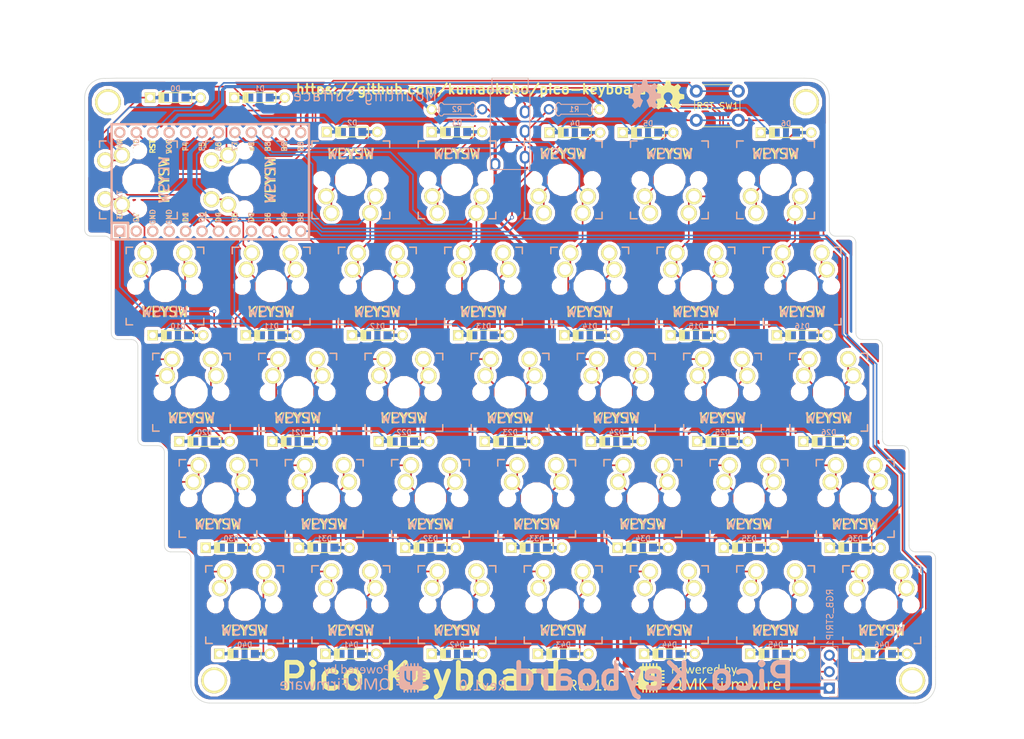
<source format=kicad_pcb>
(kicad_pcb (version 20171130) (host pcbnew "(6.0.0-rc1-dev-1469-g932b9a334)")
  (title_block (title "Pico Keyboard PCB") (date 2019-11-01) (rev 1.0) (comment 1 "designed by x1") (comment 2 https://github.com/kumaokobo/pico-keyboard))
  (layers (0 F.Cu signal) (31 B.Cu signal) (34 B.Paste user) (35 F.Paste user) (36 B.SilkS user) (37 F.SilkS user) (38 B.Mask user) (39 F.Mask user) (44 Edge.Cuts user))
  (net 0 "")
  (net 1 "Net-(D0-Pad2)")
  (net 2 row0)
  (net 3 "Net-(D1-Pad2)")
  (net 4 "Net-(D2-Pad2)")
  (net 5 "Net-(D3-Pad2)")
  (net 6 "Net-(D10-Pad2)")
  (net 7 row1)
  (net 8 "Net-(D11-Pad2)")
  (net 9 "Net-(D12-Pad2)")
  (net 10 "Net-(D13-Pad2)")
  (net 11 "Net-(D20-Pad2)")
  (net 12 row2)
  (net 13 "Net-(D21-Pad2)")
  (net 14 "Net-(D22-Pad2)")
  (net 15 "Net-(D23-Pad2)")
  (net 16 row3)
  (net 17 row4)
  (net 18 col0)
  (net 19 col1)
  (net 20 col2)
  (net 21 col3)
  (net 22 col4)
  (net 23 col5)
  (net 24 VCC)
  (net 25 SDA)
  (net 26 SCL)
  (net 27 rgb_data)
  (net 28 GND)
  (net 29 RST)
  (net 30 "Net-(U1-Pad2)")
  (net 31 "Net-(U1-Pad8)")
  (net 32 "Net-(U1-Pad20)")
  (net 33 "Net-(U1-Pad24)")
  (net 34 "Net-(D4-Pad2)")
  (net 35 "Net-(D14-Pad2)")
  (net 36 "Net-(D24-Pad2)")
  (net 37 "Net-(D30-Pad2)")
  (net 38 "Net-(D31-Pad2)")
  (net 39 "Net-(D32-Pad2)")
  (net 40 "Net-(D33-Pad2)")
  (net 41 "Net-(D34-Pad2)")
  (net 42 "Net-(D40-Pad2)")
  (net 43 "Net-(D41-Pad2)")
  (net 44 "Net-(D42-Pad2)")
  (net 45 "Net-(D43-Pad2)")
  (net 46 "Net-(D44-Pad2)")
  (net 47 "Net-(D5-Pad2)")
  (net 48 "Net-(D15-Pad2)")
  (net 49 "Net-(D25-Pad2)")
  (net 50 "Net-(D35-Pad2)")
  (net 51 "Net-(D45-Pad2)")
  (net 52 "Net-(D6-Pad2)")
  (net 53 "Net-(D16-Pad2)")
  (net 54 "Net-(D26-Pad2)")
  (net 55 "Net-(D36-Pad2)")
  (net 56 "Net-(D46-Pad2)")
  (net 57 col6)
  (module pico_footprints:Kailh_mid_height (layer F.Cu) (at 106.7 128.26)
    (fp_text reference K40)
    (fp_text value KEYSW (at 0 4) (layer F.SilkS) (effects (font (size 1.5 1.5) (thickness 0.25))))
    (fp_text user KEYSW (at 0 4) (layer B.SilkS) (effects (font (size 1.5 1.5) (thickness 0.25)) (justify mirror)))
    (pad 2 thru_hole circle (at 3.8 -2.55) (size 2.5 2.5) (drill 1.7) (layers *.Cu *.Mask F.SilkS) (net 42 "Net-(D40-Pad2)"))
    (pad 1 thru_hole circle (at -3 -5.12) (size 2.5 2.5) (drill 1.7) (layers *.Cu *.Mask F.SilkS) (net 18 col0))
    (pad "" np_thru_hole circle (at -4.5 0) (size 1.7018 1.7018) (drill 1.7018) (layers *.Cu *.Mask))
    (pad "" np_thru_hole circle (at 4.5 0) (size 1.7018 1.7018) (drill 1.7018) (layers *.Cu *.Mask))
    (pad 1 thru_hole circle (at -3.8 -2.55) (size 2.5 2.5) (drill 1.7) (layers *.Cu *.Mask F.SilkS) (net 18 col0))
    (pad "" np_thru_hole circle (at 0 0) (size 3.9878 3.9878) (drill 3.9878) (layers *.Cu *.Mask))
    (pad 2 thru_hole circle (at 3 -5.12) (size 2.5 2.5) (drill 1.7) (layers *.Cu *.Mask F.SilkS) (net 42 "Net-(D40-Pad2)"))
  )
  (module pico_footprints:Kailh_mid_height (layer F.Cu) (at 102.6 111.86)
    (fp_text reference K30)
    (fp_text value KEYSW (at 0 4) (layer F.SilkS) (effects (font (size 1.5 1.5) (thickness 0.25))))
    (fp_text user KEYSW (at 0 4) (layer B.SilkS) (effects (font (size 1.5 1.5) (thickness 0.25)) (justify mirror)))
    (pad 2 thru_hole circle (at 3.8 -2.55) (size 2.5 2.5) (drill 1.7) (layers *.Cu *.Mask F.SilkS) (net 37 "Net-(D30-Pad2)"))
    (pad 1 thru_hole circle (at -3 -5.12) (size 2.5 2.5) (drill 1.7) (layers *.Cu *.Mask F.SilkS) (net 18 col0))
    (pad "" np_thru_hole circle (at -4.5 0) (size 1.7018 1.7018) (drill 1.7018) (layers *.Cu *.Mask))
    (pad "" np_thru_hole circle (at 4.5 0) (size 1.7018 1.7018) (drill 1.7018) (layers *.Cu *.Mask))
    (pad 1 thru_hole circle (at -3.8 -2.55) (size 2.5 2.5) (drill 1.7) (layers *.Cu *.Mask F.SilkS) (net 18 col0))
    (pad "" np_thru_hole circle (at 0 0) (size 3.9878 3.9878) (drill 3.9878) (layers *.Cu *.Mask))
    (pad 2 thru_hole circle (at 3 -5.12) (size 2.5 2.5) (drill 1.7) (layers *.Cu *.Mask F.SilkS) (net 37 "Net-(D30-Pad2)"))
  )
  (module pico_footprints:Kailh_mid_height (layer F.Cu) (at 98.5 95.46)
    (fp_text reference K20)
    (fp_text value KEYSW (at 0 4) (layer F.SilkS) (effects (font (size 1.5 1.5) (thickness 0.25))))
    (fp_text user KEYSW (at 0 4) (layer B.SilkS) (effects (font (size 1.5 1.5) (thickness 0.25)) (justify mirror)))
    (pad 2 thru_hole circle (at 3.8 -2.55) (size 2.5 2.5) (drill 1.7) (layers *.Cu *.Mask F.SilkS) (net 11 "Net-(D20-Pad2)"))
    (pad 1 thru_hole circle (at -3 -5.12) (size 2.5 2.5) (drill 1.7) (layers *.Cu *.Mask F.SilkS) (net 18 col0))
    (pad "" np_thru_hole circle (at -4.5 0) (size 1.7018 1.7018) (drill 1.7018) (layers *.Cu *.Mask))
    (pad "" np_thru_hole circle (at 4.5 0) (size 1.7018 1.7018) (drill 1.7018) (layers *.Cu *.Mask))
    (pad 1 thru_hole circle (at -3.8 -2.55) (size 2.5 2.5) (drill 1.7) (layers *.Cu *.Mask F.SilkS) (net 18 col0))
    (pad "" np_thru_hole circle (at 0 0) (size 3.9878 3.9878) (drill 3.9878) (layers *.Cu *.Mask))
    (pad 2 thru_hole circle (at 3 -5.12) (size 2.5 2.5) (drill 1.7) (layers *.Cu *.Mask F.SilkS) (net 11 "Net-(D20-Pad2)"))
  )
  (module pico_footprints:Kailh_mid_height (layer F.Cu) (at 94.4 79.06)
    (fp_text reference K10)
    (fp_text value KEYSW (at 0 4) (layer F.SilkS) (effects (font (size 1.5 1.5) (thickness 0.25))))
    (fp_text user KEYSW (at 0 4) (layer B.SilkS) (effects (font (size 1.5 1.5) (thickness 0.25)) (justify mirror)))
    (pad 2 thru_hole circle (at 3.8 -2.55) (size 2.5 2.5) (drill 1.7) (layers *.Cu *.Mask F.SilkS) (net 6 "Net-(D10-Pad2)"))
    (pad 1 thru_hole circle (at -3 -5.12) (size 2.5 2.5) (drill 1.7) (layers *.Cu *.Mask F.SilkS) (net 18 col0))
    (pad "" np_thru_hole circle (at -4.5 0) (size 1.7018 1.7018) (drill 1.7018) (layers *.Cu *.Mask))
    (pad "" np_thru_hole circle (at 4.5 0) (size 1.7018 1.7018) (drill 1.7018) (layers *.Cu *.Mask))
    (pad 1 thru_hole circle (at -3.8 -2.55) (size 2.5 2.5) (drill 1.7) (layers *.Cu *.Mask F.SilkS) (net 18 col0))
    (pad "" np_thru_hole circle (at 0 0) (size 3.9878 3.9878) (drill 3.9878) (layers *.Cu *.Mask))
    (pad 2 thru_hole circle (at 3 -5.12) (size 2.5 2.5) (drill 1.7) (layers *.Cu *.Mask F.SilkS) (net 6 "Net-(D10-Pad2)"))
  )
  (module pico_footprints:Kailh_mid_height (layer F.Cu) (at 90.3 62.66 90)
    (fp_text reference K0)
    (fp_text value KEYSW (at 0 4 90) (layer F.SilkS) (effects (font (size 1.5 1.5) (thickness 0.25))))
    (fp_text user KEYSW (at 0 4 90) (layer B.SilkS) (effects (font (size 1.5 1.5) (thickness 0.25)) (justify mirror)))
    (pad 2 thru_hole circle (at 3.8 -2.55 90) (size 2.5 2.5) (drill 1.7) (layers *.Cu *.Mask F.SilkS) (net 1 "Net-(D0-Pad2)"))
    (pad 1 thru_hole circle (at -3 -5.12 90) (size 2.5 2.5) (drill 1.7) (layers *.Cu *.Mask F.SilkS) (net 18 col0))
    (pad "" np_thru_hole circle (at -4.5 0 90) (size 1.7018 1.7018) (drill 1.7018) (layers *.Cu *.Mask))
    (pad "" np_thru_hole circle (at 4.5 0 90) (size 1.7018 1.7018) (drill 1.7018) (layers *.Cu *.Mask))
    (pad 1 thru_hole circle (at -3.8 -2.55 90) (size 2.5 2.5) (drill 1.7) (layers *.Cu *.Mask F.SilkS) (net 18 col0))
    (pad "" np_thru_hole circle (at 0 0 90) (size 3.9878 3.9878) (drill 3.9878) (layers *.Cu *.Mask))
    (pad 2 thru_hole circle (at 3 -5.12 90) (size 2.5 2.5) (drill 1.7) (layers *.Cu *.Mask F.SilkS) (net 1 "Net-(D0-Pad2)"))
  )
  (module pico_footprints:Kailh_mid_height (layer F.Cu) (at 205.1 128.26)
    (fp_text reference K46)
    (fp_text value KEYSW (at 0 4) (layer F.SilkS) (effects (font (size 1.5 1.5) (thickness 0.25))))
    (fp_text user KEYSW (at 0 4) (layer B.SilkS) (effects (font (size 1.5 1.5) (thickness 0.25)) (justify mirror)))
    (pad 2 thru_hole circle (at 3.8 -2.55) (size 2.5 2.5) (drill 1.7) (layers *.Cu *.Mask F.SilkS) (net 56 "Net-(D46-Pad2)"))
    (pad 1 thru_hole circle (at -3 -5.12) (size 2.5 2.5) (drill 1.7) (layers *.Cu *.Mask F.SilkS) (net 57 col6))
    (pad "" np_thru_hole circle (at -4.5 0) (size 1.7018 1.7018) (drill 1.7018) (layers *.Cu *.Mask))
    (pad "" np_thru_hole circle (at 4.5 0) (size 1.7018 1.7018) (drill 1.7018) (layers *.Cu *.Mask))
    (pad 1 thru_hole circle (at -3.8 -2.55) (size 2.5 2.5) (drill 1.7) (layers *.Cu *.Mask F.SilkS) (net 57 col6))
    (pad "" np_thru_hole circle (at 0 0) (size 3.9878 3.9878) (drill 3.9878) (layers *.Cu *.Mask))
    (pad 2 thru_hole circle (at 3 -5.12) (size 2.5 2.5) (drill 1.7) (layers *.Cu *.Mask F.SilkS) (net 56 "Net-(D46-Pad2)"))
  )
  (module pico_footprints:Kailh_mid_height (layer F.Cu) (at 201 111.86)
    (fp_text reference K36)
    (fp_text value KEYSW (at 0 4) (layer F.SilkS) (effects (font (size 1.5 1.5) (thickness 0.25))))
    (fp_text user KEYSW (at 0 4) (layer B.SilkS) (effects (font (size 1.5 1.5) (thickness 0.25)) (justify mirror)))
    (pad 2 thru_hole circle (at 3.8 -2.55) (size 2.5 2.5) (drill 1.7) (layers *.Cu *.Mask F.SilkS) (net 55 "Net-(D36-Pad2)"))
    (pad 1 thru_hole circle (at -3 -5.12) (size 2.5 2.5) (drill 1.7) (layers *.Cu *.Mask F.SilkS) (net 57 col6))
    (pad "" np_thru_hole circle (at -4.5 0) (size 1.7018 1.7018) (drill 1.7018) (layers *.Cu *.Mask))
    (pad "" np_thru_hole circle (at 4.5 0) (size 1.7018 1.7018) (drill 1.7018) (layers *.Cu *.Mask))
    (pad 1 thru_hole circle (at -3.8 -2.55) (size 2.5 2.5) (drill 1.7) (layers *.Cu *.Mask F.SilkS) (net 57 col6))
    (pad "" np_thru_hole circle (at 0 0) (size 3.9878 3.9878) (drill 3.9878) (layers *.Cu *.Mask))
    (pad 2 thru_hole circle (at 3 -5.12) (size 2.5 2.5) (drill 1.7) (layers *.Cu *.Mask F.SilkS) (net 55 "Net-(D36-Pad2)"))
  )
  (module pico_footprints:Kailh_mid_height (layer F.Cu) (at 196.9 95.46)
    (fp_text reference K26)
    (fp_text value KEYSW (at 0 4) (layer F.SilkS) (effects (font (size 1.5 1.5) (thickness 0.25))))
    (fp_text user KEYSW (at 0 4) (layer B.SilkS) (effects (font (size 1.5 1.5) (thickness 0.25)) (justify mirror)))
    (pad 2 thru_hole circle (at 3.8 -2.55) (size 2.5 2.5) (drill 1.7) (layers *.Cu *.Mask F.SilkS) (net 54 "Net-(D26-Pad2)"))
    (pad 1 thru_hole circle (at -3 -5.12) (size 2.5 2.5) (drill 1.7) (layers *.Cu *.Mask F.SilkS) (net 57 col6))
    (pad "" np_thru_hole circle (at -4.5 0) (size 1.7018 1.7018) (drill 1.7018) (layers *.Cu *.Mask))
    (pad "" np_thru_hole circle (at 4.5 0) (size 1.7018 1.7018) (drill 1.7018) (layers *.Cu *.Mask))
    (pad 1 thru_hole circle (at -3.8 -2.55) (size 2.5 2.5) (drill 1.7) (layers *.Cu *.Mask F.SilkS) (net 57 col6))
    (pad "" np_thru_hole circle (at 0 0) (size 3.9878 3.9878) (drill 3.9878) (layers *.Cu *.Mask))
    (pad 2 thru_hole circle (at 3 -5.12) (size 2.5 2.5) (drill 1.7) (layers *.Cu *.Mask F.SilkS) (net 54 "Net-(D26-Pad2)"))
  )
  (module pico_footprints:Kailh_mid_height (layer F.Cu) (at 192.8 79.06)
    (fp_text reference K16)
    (fp_text value KEYSW (at 0 4) (layer F.SilkS) (effects (font (size 1.5 1.5) (thickness 0.25))))
    (fp_text user KEYSW (at 0 4) (layer B.SilkS) (effects (font (size 1.5 1.5) (thickness 0.25)) (justify mirror)))
    (pad 2 thru_hole circle (at 3.8 -2.55) (size 2.5 2.5) (drill 1.7) (layers *.Cu *.Mask F.SilkS) (net 53 "Net-(D16-Pad2)"))
    (pad 1 thru_hole circle (at -3 -5.12) (size 2.5 2.5) (drill 1.7) (layers *.Cu *.Mask F.SilkS) (net 57 col6))
    (pad "" np_thru_hole circle (at -4.5 0) (size 1.7018 1.7018) (drill 1.7018) (layers *.Cu *.Mask))
    (pad "" np_thru_hole circle (at 4.5 0) (size 1.7018 1.7018) (drill 1.7018) (layers *.Cu *.Mask))
    (pad 1 thru_hole circle (at -3.8 -2.55) (size 2.5 2.5) (drill 1.7) (layers *.Cu *.Mask F.SilkS) (net 57 col6))
    (pad "" np_thru_hole circle (at 0 0) (size 3.9878 3.9878) (drill 3.9878) (layers *.Cu *.Mask))
    (pad 2 thru_hole circle (at 3 -5.12) (size 2.5 2.5) (drill 1.7) (layers *.Cu *.Mask F.SilkS) (net 53 "Net-(D16-Pad2)"))
  )
  (module pico_footprints:Kailh_mid_height (layer F.Cu) (at 127.2 79.06)
    (fp_text reference K12)
    (fp_text value KEYSW (at 0 4) (layer F.SilkS) (effects (font (size 1.5 1.5) (thickness 0.25))))
    (fp_text user KEYSW (at 0 4) (layer B.SilkS) (effects (font (size 1.5 1.5) (thickness 0.25)) (justify mirror)))
    (pad 2 thru_hole circle (at 3.8 -2.55) (size 2.5 2.5) (drill 1.7) (layers *.Cu *.Mask F.SilkS) (net 9 "Net-(D12-Pad2)"))
    (pad 1 thru_hole circle (at -3 -5.12) (size 2.5 2.5) (drill 1.7) (layers *.Cu *.Mask F.SilkS) (net 20 col2))
    (pad "" np_thru_hole circle (at -4.5 0) (size 1.7018 1.7018) (drill 1.7018) (layers *.Cu *.Mask))
    (pad "" np_thru_hole circle (at 4.5 0) (size 1.7018 1.7018) (drill 1.7018) (layers *.Cu *.Mask))
    (pad 1 thru_hole circle (at -3.8 -2.55) (size 2.5 2.5) (drill 1.7) (layers *.Cu *.Mask F.SilkS) (net 20 col2))
    (pad "" np_thru_hole circle (at 0 0) (size 3.9878 3.9878) (drill 3.9878) (layers *.Cu *.Mask))
    (pad 2 thru_hole circle (at 3 -5.12) (size 2.5 2.5) (drill 1.7) (layers *.Cu *.Mask F.SilkS) (net 9 "Net-(D12-Pad2)"))
  )
  (module pico_footprints:Kailh_mid_height (layer F.Cu) (at 188.7 62.66 180)
    (fp_text reference K6)
    (fp_text value KEYSW (at 0 4 180) (layer F.SilkS) (effects (font (size 1.5 1.5) (thickness 0.25))))
    (fp_text user KEYSW (at 0 4 180) (layer B.SilkS) (effects (font (size 1.5 1.5) (thickness 0.25)) (justify mirror)))
    (pad 2 thru_hole circle (at 3.8 -2.55 180) (size 2.5 2.5) (drill 1.7) (layers *.Cu *.Mask F.SilkS) (net 52 "Net-(D6-Pad2)"))
    (pad 1 thru_hole circle (at -3 -5.12 180) (size 2.5 2.5) (drill 1.7) (layers *.Cu *.Mask F.SilkS) (net 57 col6))
    (pad "" np_thru_hole circle (at -4.5 0 180) (size 1.7018 1.7018) (drill 1.7018) (layers *.Cu *.Mask))
    (pad "" np_thru_hole circle (at 4.5 0 180) (size 1.7018 1.7018) (drill 1.7018) (layers *.Cu *.Mask))
    (pad 1 thru_hole circle (at -3.8 -2.55 180) (size 2.5 2.5) (drill 1.7) (layers *.Cu *.Mask F.SilkS) (net 57 col6))
    (pad "" np_thru_hole circle (at 0 0 180) (size 3.9878 3.9878) (drill 3.9878) (layers *.Cu *.Mask))
    (pad 2 thru_hole circle (at 3 -5.12 180) (size 2.5 2.5) (drill 1.7) (layers *.Cu *.Mask F.SilkS) (net 52 "Net-(D6-Pad2)"))
  )
  (module pico_footprints:Kailh_mid_height (layer F.Cu) (at 188.7 128.26)
    (fp_text reference K45)
    (fp_text value KEYSW (at 0 4) (layer F.SilkS) (effects (font (size 1.5 1.5) (thickness 0.25))))
    (fp_text user KEYSW (at 0 4) (layer B.SilkS) (effects (font (size 1.5 1.5) (thickness 0.25)) (justify mirror)))
    (pad 2 thru_hole circle (at 3.8 -2.55) (size 2.5 2.5) (drill 1.7) (layers *.Cu *.Mask F.SilkS) (net 51 "Net-(D45-Pad2)"))
    (pad 1 thru_hole circle (at -3 -5.12) (size 2.5 2.5) (drill 1.7) (layers *.Cu *.Mask F.SilkS) (net 23 col5))
    (pad "" np_thru_hole circle (at -4.5 0) (size 1.7018 1.7018) (drill 1.7018) (layers *.Cu *.Mask))
    (pad "" np_thru_hole circle (at 4.5 0) (size 1.7018 1.7018) (drill 1.7018) (layers *.Cu *.Mask))
    (pad 1 thru_hole circle (at -3.8 -2.55) (size 2.5 2.5) (drill 1.7) (layers *.Cu *.Mask F.SilkS) (net 23 col5))
    (pad "" np_thru_hole circle (at 0 0) (size 3.9878 3.9878) (drill 3.9878) (layers *.Cu *.Mask))
    (pad 2 thru_hole circle (at 3 -5.12) (size 2.5 2.5) (drill 1.7) (layers *.Cu *.Mask F.SilkS) (net 51 "Net-(D45-Pad2)"))
  )
  (module pico_footprints:Kailh_mid_height (layer F.Cu) (at 184.6 111.86)
    (fp_text reference K35)
    (fp_text value KEYSW (at 0 4) (layer F.SilkS) (effects (font (size 1.5 1.5) (thickness 0.25))))
    (fp_text user KEYSW (at 0 4) (layer B.SilkS) (effects (font (size 1.5 1.5) (thickness 0.25)) (justify mirror)))
    (pad 2 thru_hole circle (at 3.8 -2.55) (size 2.5 2.5) (drill 1.7) (layers *.Cu *.Mask F.SilkS) (net 50 "Net-(D35-Pad2)"))
    (pad 1 thru_hole circle (at -3 -5.12) (size 2.5 2.5) (drill 1.7) (layers *.Cu *.Mask F.SilkS) (net 23 col5))
    (pad "" np_thru_hole circle (at -4.5 0) (size 1.7018 1.7018) (drill 1.7018) (layers *.Cu *.Mask))
    (pad "" np_thru_hole circle (at 4.5 0) (size 1.7018 1.7018) (drill 1.7018) (layers *.Cu *.Mask))
    (pad 1 thru_hole circle (at -3.8 -2.55) (size 2.5 2.5) (drill 1.7) (layers *.Cu *.Mask F.SilkS) (net 23 col5))
    (pad "" np_thru_hole circle (at 0 0) (size 3.9878 3.9878) (drill 3.9878) (layers *.Cu *.Mask))
    (pad 2 thru_hole circle (at 3 -5.12) (size 2.5 2.5) (drill 1.7) (layers *.Cu *.Mask F.SilkS) (net 50 "Net-(D35-Pad2)"))
  )
  (module pico_footprints:Kailh_mid_height (layer F.Cu) (at 180.5 95.46)
    (fp_text reference K25)
    (fp_text value KEYSW (at 0 4) (layer F.SilkS) (effects (font (size 1.5 1.5) (thickness 0.25))))
    (fp_text user KEYSW (at 0 4) (layer B.SilkS) (effects (font (size 1.5 1.5) (thickness 0.25)) (justify mirror)))
    (pad 2 thru_hole circle (at 3.8 -2.55) (size 2.5 2.5) (drill 1.7) (layers *.Cu *.Mask F.SilkS) (net 49 "Net-(D25-Pad2)"))
    (pad 1 thru_hole circle (at -3 -5.12) (size 2.5 2.5) (drill 1.7) (layers *.Cu *.Mask F.SilkS) (net 23 col5))
    (pad "" np_thru_hole circle (at -4.5 0) (size 1.7018 1.7018) (drill 1.7018) (layers *.Cu *.Mask))
    (pad "" np_thru_hole circle (at 4.5 0) (size 1.7018 1.7018) (drill 1.7018) (layers *.Cu *.Mask))
    (pad 1 thru_hole circle (at -3.8 -2.55) (size 2.5 2.5) (drill 1.7) (layers *.Cu *.Mask F.SilkS) (net 23 col5))
    (pad "" np_thru_hole circle (at 0 0) (size 3.9878 3.9878) (drill 3.9878) (layers *.Cu *.Mask))
    (pad 2 thru_hole circle (at 3 -5.12) (size 2.5 2.5) (drill 1.7) (layers *.Cu *.Mask F.SilkS) (net 49 "Net-(D25-Pad2)"))
  )
  (module pico_footprints:Kailh_mid_height (layer F.Cu) (at 176.4 79.06)
    (fp_text reference K15)
    (fp_text value KEYSW (at 0 4) (layer F.SilkS) (effects (font (size 1.5 1.5) (thickness 0.25))))
    (fp_text user KEYSW (at 0 4) (layer B.SilkS) (effects (font (size 1.5 1.5) (thickness 0.25)) (justify mirror)))
    (pad 2 thru_hole circle (at 3.8 -2.55) (size 2.5 2.5) (drill 1.7) (layers *.Cu *.Mask F.SilkS) (net 48 "Net-(D15-Pad2)"))
    (pad 1 thru_hole circle (at -3 -5.12) (size 2.5 2.5) (drill 1.7) (layers *.Cu *.Mask F.SilkS) (net 23 col5))
    (pad "" np_thru_hole circle (at -4.5 0) (size 1.7018 1.7018) (drill 1.7018) (layers *.Cu *.Mask))
    (pad "" np_thru_hole circle (at 4.5 0) (size 1.7018 1.7018) (drill 1.7018) (layers *.Cu *.Mask))
    (pad 1 thru_hole circle (at -3.8 -2.55) (size 2.5 2.5) (drill 1.7) (layers *.Cu *.Mask F.SilkS) (net 23 col5))
    (pad "" np_thru_hole circle (at 0 0) (size 3.9878 3.9878) (drill 3.9878) (layers *.Cu *.Mask))
    (pad 2 thru_hole circle (at 3 -5.12) (size 2.5 2.5) (drill 1.7) (layers *.Cu *.Mask F.SilkS) (net 48 "Net-(D15-Pad2)"))
  )
  (module pico_footprints:Kailh_mid_height (layer F.Cu) (at 172.3 62.66 180)
    (fp_text reference K5)
    (fp_text value KEYSW (at 0 4 180) (layer F.SilkS) (effects (font (size 1.5 1.5) (thickness 0.25))))
    (fp_text user KEYSW (at 0 4 180) (layer B.SilkS) (effects (font (size 1.5 1.5) (thickness 0.25)) (justify mirror)))
    (pad 2 thru_hole circle (at 3.8 -2.55 180) (size 2.5 2.5) (drill 1.7) (layers *.Cu *.Mask F.SilkS) (net 47 "Net-(D5-Pad2)"))
    (pad 1 thru_hole circle (at -3 -5.12 180) (size 2.5 2.5) (drill 1.7) (layers *.Cu *.Mask F.SilkS) (net 23 col5))
    (pad "" np_thru_hole circle (at -4.5 0 180) (size 1.7018 1.7018) (drill 1.7018) (layers *.Cu *.Mask))
    (pad "" np_thru_hole circle (at 4.5 0 180) (size 1.7018 1.7018) (drill 1.7018) (layers *.Cu *.Mask))
    (pad 1 thru_hole circle (at -3.8 -2.55 180) (size 2.5 2.5) (drill 1.7) (layers *.Cu *.Mask F.SilkS) (net 23 col5))
    (pad "" np_thru_hole circle (at 0 0 180) (size 3.9878 3.9878) (drill 3.9878) (layers *.Cu *.Mask))
    (pad 2 thru_hole circle (at 3 -5.12 180) (size 2.5 2.5) (drill 1.7) (layers *.Cu *.Mask F.SilkS) (net 47 "Net-(D5-Pad2)"))
  )
  (module pico_footprints:Kailh_mid_height (layer F.Cu) (at 172.3 128.26)
    (fp_text reference K44)
    (fp_text value KEYSW (at 0 4) (layer F.SilkS) (effects (font (size 1.5 1.5) (thickness 0.25))))
    (fp_text user KEYSW (at 0 4) (layer B.SilkS) (effects (font (size 1.5 1.5) (thickness 0.25)) (justify mirror)))
    (pad 2 thru_hole circle (at 3.8 -2.55) (size 2.5 2.5) (drill 1.7) (layers *.Cu *.Mask F.SilkS) (net 46 "Net-(D44-Pad2)"))
    (pad 1 thru_hole circle (at -3 -5.12) (size 2.5 2.5) (drill 1.7) (layers *.Cu *.Mask F.SilkS) (net 22 col4))
    (pad "" np_thru_hole circle (at -4.5 0) (size 1.7018 1.7018) (drill 1.7018) (layers *.Cu *.Mask))
    (pad "" np_thru_hole circle (at 4.5 0) (size 1.7018 1.7018) (drill 1.7018) (layers *.Cu *.Mask))
    (pad 1 thru_hole circle (at -3.8 -2.55) (size 2.5 2.5) (drill 1.7) (layers *.Cu *.Mask F.SilkS) (net 22 col4))
    (pad "" np_thru_hole circle (at 0 0) (size 3.9878 3.9878) (drill 3.9878) (layers *.Cu *.Mask))
    (pad 2 thru_hole circle (at 3 -5.12) (size 2.5 2.5) (drill 1.7) (layers *.Cu *.Mask F.SilkS) (net 46 "Net-(D44-Pad2)"))
  )
  (module pico_footprints:Kailh_mid_height (layer F.Cu) (at 155.9 128.26)
    (fp_text reference K43)
    (fp_text value KEYSW (at 0 4) (layer F.SilkS) (effects (font (size 1.5 1.5) (thickness 0.25))))
    (fp_text user KEYSW (at 0 4) (layer B.SilkS) (effects (font (size 1.5 1.5) (thickness 0.25)) (justify mirror)))
    (pad 2 thru_hole circle (at 3.8 -2.55) (size 2.5 2.5) (drill 1.7) (layers *.Cu *.Mask F.SilkS) (net 45 "Net-(D43-Pad2)"))
    (pad 1 thru_hole circle (at -3 -5.12) (size 2.5 2.5) (drill 1.7) (layers *.Cu *.Mask F.SilkS) (net 21 col3))
    (pad "" np_thru_hole circle (at -4.5 0) (size 1.7018 1.7018) (drill 1.7018) (layers *.Cu *.Mask))
    (pad "" np_thru_hole circle (at 4.5 0) (size 1.7018 1.7018) (drill 1.7018) (layers *.Cu *.Mask))
    (pad 1 thru_hole circle (at -3.8 -2.55) (size 2.5 2.5) (drill 1.7) (layers *.Cu *.Mask F.SilkS) (net 21 col3))
    (pad "" np_thru_hole circle (at 0 0) (size 3.9878 3.9878) (drill 3.9878) (layers *.Cu *.Mask))
    (pad 2 thru_hole circle (at 3 -5.12) (size 2.5 2.5) (drill 1.7) (layers *.Cu *.Mask F.SilkS) (net 45 "Net-(D43-Pad2)"))
  )
  (module pico_footprints:Kailh_mid_height (layer F.Cu) (at 139.5 128.26)
    (fp_text reference K42)
    (fp_text value KEYSW (at 0 4) (layer F.SilkS) (effects (font (size 1.5 1.5) (thickness 0.25))))
    (fp_text user KEYSW (at 0 4) (layer B.SilkS) (effects (font (size 1.5 1.5) (thickness 0.25)) (justify mirror)))
    (pad 2 thru_hole circle (at 3.8 -2.55) (size 2.5 2.5) (drill 1.7) (layers *.Cu *.Mask F.SilkS) (net 44 "Net-(D42-Pad2)"))
    (pad 1 thru_hole circle (at -3 -5.12) (size 2.5 2.5) (drill 1.7) (layers *.Cu *.Mask F.SilkS) (net 20 col2))
    (pad "" np_thru_hole circle (at -4.5 0) (size 1.7018 1.7018) (drill 1.7018) (layers *.Cu *.Mask))
    (pad "" np_thru_hole circle (at 4.5 0) (size 1.7018 1.7018) (drill 1.7018) (layers *.Cu *.Mask))
    (pad 1 thru_hole circle (at -3.8 -2.55) (size 2.5 2.5) (drill 1.7) (layers *.Cu *.Mask F.SilkS) (net 20 col2))
    (pad "" np_thru_hole circle (at 0 0) (size 3.9878 3.9878) (drill 3.9878) (layers *.Cu *.Mask))
    (pad 2 thru_hole circle (at 3 -5.12) (size 2.5 2.5) (drill 1.7) (layers *.Cu *.Mask F.SilkS) (net 44 "Net-(D42-Pad2)"))
  )
  (module pico_footprints:Kailh_mid_height (layer F.Cu) (at 123.1 128.26)
    (fp_text reference K41)
    (fp_text value KEYSW (at 0 4) (layer F.SilkS) (effects (font (size 1.5 1.5) (thickness 0.25))))
    (fp_text user KEYSW (at 0 4) (layer B.SilkS) (effects (font (size 1.5 1.5) (thickness 0.25)) (justify mirror)))
    (pad 2 thru_hole circle (at 3.8 -2.55) (size 2.5 2.5) (drill 1.7) (layers *.Cu *.Mask F.SilkS) (net 43 "Net-(D41-Pad2)"))
    (pad 1 thru_hole circle (at -3 -5.12) (size 2.5 2.5) (drill 1.7) (layers *.Cu *.Mask F.SilkS) (net 19 col1))
    (pad "" np_thru_hole circle (at -4.5 0) (size 1.7018 1.7018) (drill 1.7018) (layers *.Cu *.Mask))
    (pad "" np_thru_hole circle (at 4.5 0) (size 1.7018 1.7018) (drill 1.7018) (layers *.Cu *.Mask))
    (pad 1 thru_hole circle (at -3.8 -2.55) (size 2.5 2.5) (drill 1.7) (layers *.Cu *.Mask F.SilkS) (net 19 col1))
    (pad "" np_thru_hole circle (at 0 0) (size 3.9878 3.9878) (drill 3.9878) (layers *.Cu *.Mask))
    (pad 2 thru_hole circle (at 3 -5.12) (size 2.5 2.5) (drill 1.7) (layers *.Cu *.Mask F.SilkS) (net 43 "Net-(D41-Pad2)"))
  )
  (module pico_footprints:Kailh_mid_height (layer F.Cu) (at 168.2 111.86)
    (fp_text reference K34)
    (fp_text value KEYSW (at 0 4) (layer F.SilkS) (effects (font (size 1.5 1.5) (thickness 0.25))))
    (fp_text user KEYSW (at 0 4) (layer B.SilkS) (effects (font (size 1.5 1.5) (thickness 0.25)) (justify mirror)))
    (pad 2 thru_hole circle (at 3.8 -2.55) (size 2.5 2.5) (drill 1.7) (layers *.Cu *.Mask F.SilkS) (net 41 "Net-(D34-Pad2)"))
    (pad 1 thru_hole circle (at -3 -5.12) (size 2.5 2.5) (drill 1.7) (layers *.Cu *.Mask F.SilkS) (net 22 col4))
    (pad "" np_thru_hole circle (at -4.5 0) (size 1.7018 1.7018) (drill 1.7018) (layers *.Cu *.Mask))
    (pad "" np_thru_hole circle (at 4.5 0) (size 1.7018 1.7018) (drill 1.7018) (layers *.Cu *.Mask))
    (pad 1 thru_hole circle (at -3.8 -2.55) (size 2.5 2.5) (drill 1.7) (layers *.Cu *.Mask F.SilkS) (net 22 col4))
    (pad "" np_thru_hole circle (at 0 0) (size 3.9878 3.9878) (drill 3.9878) (layers *.Cu *.Mask))
    (pad 2 thru_hole circle (at 3 -5.12) (size 2.5 2.5) (drill 1.7) (layers *.Cu *.Mask F.SilkS) (net 41 "Net-(D34-Pad2)"))
  )
  (module pico_footprints:Kailh_mid_height (layer F.Cu) (at 151.8 111.86)
    (fp_text reference K33)
    (fp_text value KEYSW (at 0 4) (layer F.SilkS) (effects (font (size 1.5 1.5) (thickness 0.25))))
    (fp_text user KEYSW (at 0 4) (layer B.SilkS) (effects (font (size 1.5 1.5) (thickness 0.25)) (justify mirror)))
    (pad 2 thru_hole circle (at 3.8 -2.55) (size 2.5 2.5) (drill 1.7) (layers *.Cu *.Mask F.SilkS) (net 40 "Net-(D33-Pad2)"))
    (pad 1 thru_hole circle (at -3 -5.12) (size 2.5 2.5) (drill 1.7) (layers *.Cu *.Mask F.SilkS) (net 21 col3))
    (pad "" np_thru_hole circle (at -4.5 0) (size 1.7018 1.7018) (drill 1.7018) (layers *.Cu *.Mask))
    (pad "" np_thru_hole circle (at 4.5 0) (size 1.7018 1.7018) (drill 1.7018) (layers *.Cu *.Mask))
    (pad 1 thru_hole circle (at -3.8 -2.55) (size 2.5 2.5) (drill 1.7) (layers *.Cu *.Mask F.SilkS) (net 21 col3))
    (pad "" np_thru_hole circle (at 0 0) (size 3.9878 3.9878) (drill 3.9878) (layers *.Cu *.Mask))
    (pad 2 thru_hole circle (at 3 -5.12) (size 2.5 2.5) (drill 1.7) (layers *.Cu *.Mask F.SilkS) (net 40 "Net-(D33-Pad2)"))
  )
  (module pico_footprints:Kailh_mid_height (layer F.Cu) (at 135.4 111.86)
    (fp_text reference K32)
    (fp_text value KEYSW (at 0 4) (layer F.SilkS) (effects (font (size 1.5 1.5) (thickness 0.25))))
    (fp_text user KEYSW (at 0 4) (layer B.SilkS) (effects (font (size 1.5 1.5) (thickness 0.25)) (justify mirror)))
    (pad 2 thru_hole circle (at 3.8 -2.55) (size 2.5 2.5) (drill 1.7) (layers *.Cu *.Mask F.SilkS) (net 39 "Net-(D32-Pad2)"))
    (pad 1 thru_hole circle (at -3 -5.12) (size 2.5 2.5) (drill 1.7) (layers *.Cu *.Mask F.SilkS) (net 20 col2))
    (pad "" np_thru_hole circle (at -4.5 0) (size 1.7018 1.7018) (drill 1.7018) (layers *.Cu *.Mask))
    (pad "" np_thru_hole circle (at 4.5 0) (size 1.7018 1.7018) (drill 1.7018) (layers *.Cu *.Mask))
    (pad 1 thru_hole circle (at -3.8 -2.55) (size 2.5 2.5) (drill 1.7) (layers *.Cu *.Mask F.SilkS) (net 20 col2))
    (pad "" np_thru_hole circle (at 0 0) (size 3.9878 3.9878) (drill 3.9878) (layers *.Cu *.Mask))
    (pad 2 thru_hole circle (at 3 -5.12) (size 2.5 2.5) (drill 1.7) (layers *.Cu *.Mask F.SilkS) (net 39 "Net-(D32-Pad2)"))
  )
  (module pico_footprints:Kailh_mid_height (layer F.Cu) (at 119 111.86)
    (fp_text reference K31)
    (fp_text value KEYSW (at 0 4) (layer F.SilkS) (effects (font (size 1.5 1.5) (thickness 0.25))))
    (fp_text user KEYSW (at 0 4) (layer B.SilkS) (effects (font (size 1.5 1.5) (thickness 0.25)) (justify mirror)))
    (pad 2 thru_hole circle (at 3.8 -2.55) (size 2.5 2.5) (drill 1.7) (layers *.Cu *.Mask F.SilkS) (net 38 "Net-(D31-Pad2)"))
    (pad 1 thru_hole circle (at -3 -5.12) (size 2.5 2.5) (drill 1.7) (layers *.Cu *.Mask F.SilkS) (net 19 col1))
    (pad "" np_thru_hole circle (at -4.5 0) (size 1.7018 1.7018) (drill 1.7018) (layers *.Cu *.Mask))
    (pad "" np_thru_hole circle (at 4.5 0) (size 1.7018 1.7018) (drill 1.7018) (layers *.Cu *.Mask))
    (pad 1 thru_hole circle (at -3.8 -2.55) (size 2.5 2.5) (drill 1.7) (layers *.Cu *.Mask F.SilkS) (net 19 col1))
    (pad "" np_thru_hole circle (at 0 0) (size 3.9878 3.9878) (drill 3.9878) (layers *.Cu *.Mask))
    (pad 2 thru_hole circle (at 3 -5.12) (size 2.5 2.5) (drill 1.7) (layers *.Cu *.Mask F.SilkS) (net 38 "Net-(D31-Pad2)"))
  )
  (module pico_footprints:Kailh_mid_height (layer F.Cu) (at 164.1 95.46)
    (fp_text reference K24)
    (fp_text value KEYSW (at 0 4) (layer F.SilkS) (effects (font (size 1.5 1.5) (thickness 0.25))))
    (fp_text user KEYSW (at 0 4) (layer B.SilkS) (effects (font (size 1.5 1.5) (thickness 0.25)) (justify mirror)))
    (pad 2 thru_hole circle (at 3.8 -2.55) (size 2.5 2.5) (drill 1.7) (layers *.Cu *.Mask F.SilkS) (net 36 "Net-(D24-Pad2)"))
    (pad 1 thru_hole circle (at -3 -5.12) (size 2.5 2.5) (drill 1.7) (layers *.Cu *.Mask F.SilkS) (net 22 col4))
    (pad "" np_thru_hole circle (at -4.5 0) (size 1.7018 1.7018) (drill 1.7018) (layers *.Cu *.Mask))
    (pad "" np_thru_hole circle (at 4.5 0) (size 1.7018 1.7018) (drill 1.7018) (layers *.Cu *.Mask))
    (pad 1 thru_hole circle (at -3.8 -2.55) (size 2.5 2.5) (drill 1.7) (layers *.Cu *.Mask F.SilkS) (net 22 col4))
    (pad "" np_thru_hole circle (at 0 0) (size 3.9878 3.9878) (drill 3.9878) (layers *.Cu *.Mask))
    (pad 2 thru_hole circle (at 3 -5.12) (size 2.5 2.5) (drill 1.7) (layers *.Cu *.Mask F.SilkS) (net 36 "Net-(D24-Pad2)"))
  )
  (module pico_footprints:Kailh_mid_height (layer F.Cu) (at 160 79.06)
    (fp_text reference K14)
    (fp_text value KEYSW (at 0 4) (layer F.SilkS) (effects (font (size 1.5 1.5) (thickness 0.25))))
    (fp_text user KEYSW (at 0 4) (layer B.SilkS) (effects (font (size 1.5 1.5) (thickness 0.25)) (justify mirror)))
    (pad 2 thru_hole circle (at 3.8 -2.55) (size 2.5 2.5) (drill 1.7) (layers *.Cu *.Mask F.SilkS) (net 35 "Net-(D14-Pad2)"))
    (pad 1 thru_hole circle (at -3 -5.12) (size 2.5 2.5) (drill 1.7) (layers *.Cu *.Mask F.SilkS) (net 22 col4))
    (pad "" np_thru_hole circle (at -4.5 0) (size 1.7018 1.7018) (drill 1.7018) (layers *.Cu *.Mask))
    (pad "" np_thru_hole circle (at 4.5 0) (size 1.7018 1.7018) (drill 1.7018) (layers *.Cu *.Mask))
    (pad 1 thru_hole circle (at -3.8 -2.55) (size 2.5 2.5) (drill 1.7) (layers *.Cu *.Mask F.SilkS) (net 22 col4))
    (pad "" np_thru_hole circle (at 0 0) (size 3.9878 3.9878) (drill 3.9878) (layers *.Cu *.Mask))
    (pad 2 thru_hole circle (at 3 -5.12) (size 2.5 2.5) (drill 1.7) (layers *.Cu *.Mask F.SilkS) (net 35 "Net-(D14-Pad2)"))
  )
  (module pico_footprints:Kailh_mid_height (layer F.Cu) (at 155.9 62.66 180)
    (fp_text reference K4)
    (fp_text value KEYSW (at 0 4 180) (layer F.SilkS) (effects (font (size 1.5 1.5) (thickness 0.25))))
    (fp_text user KEYSW (at 0 4 180) (layer B.SilkS) (effects (font (size 1.5 1.5) (thickness 0.25)) (justify mirror)))
    (pad 2 thru_hole circle (at 3.8 -2.55 180) (size 2.5 2.5) (drill 1.7) (layers *.Cu *.Mask F.SilkS) (net 34 "Net-(D4-Pad2)"))
    (pad 1 thru_hole circle (at -3 -5.12 180) (size 2.5 2.5) (drill 1.7) (layers *.Cu *.Mask F.SilkS) (net 22 col4))
    (pad "" np_thru_hole circle (at -4.5 0 180) (size 1.7018 1.7018) (drill 1.7018) (layers *.Cu *.Mask))
    (pad "" np_thru_hole circle (at 4.5 0 180) (size 1.7018 1.7018) (drill 1.7018) (layers *.Cu *.Mask))
    (pad 1 thru_hole circle (at -3.8 -2.55 180) (size 2.5 2.5) (drill 1.7) (layers *.Cu *.Mask F.SilkS) (net 22 col4))
    (pad "" np_thru_hole circle (at 0 0 180) (size 3.9878 3.9878) (drill 3.9878) (layers *.Cu *.Mask))
    (pad 2 thru_hole circle (at 3 -5.12 180) (size 2.5 2.5) (drill 1.7) (layers *.Cu *.Mask F.SilkS) (net 34 "Net-(D4-Pad2)"))
  )
  (module pico_footprints:Kailh_mid_height (layer F.Cu) (at 123.1 62.66 180)
    (fp_text reference K2)
    (fp_text value KEYSW (at 0 4 180) (layer F.SilkS) (effects (font (size 1.5 1.5) (thickness 0.25))))
    (fp_text user KEYSW (at 0 4 180) (layer B.SilkS) (effects (font (size 1.5 1.5) (thickness 0.25)) (justify mirror)))
    (pad 2 thru_hole circle (at 3.8 -2.55 180) (size 2.5 2.5) (drill 1.7) (layers *.Cu *.Mask F.SilkS) (net 4 "Net-(D2-Pad2)"))
    (pad 1 thru_hole circle (at -3 -5.12 180) (size 2.5 2.5) (drill 1.7) (layers *.Cu *.Mask F.SilkS) (net 20 col2))
    (pad "" np_thru_hole circle (at -4.5 0 180) (size 1.7018 1.7018) (drill 1.7018) (layers *.Cu *.Mask))
    (pad "" np_thru_hole circle (at 4.5 0 180) (size 1.7018 1.7018) (drill 1.7018) (layers *.Cu *.Mask))
    (pad 1 thru_hole circle (at -3.8 -2.55 180) (size 2.5 2.5) (drill 1.7) (layers *.Cu *.Mask F.SilkS) (net 20 col2))
    (pad "" np_thru_hole circle (at 0 0 180) (size 3.9878 3.9878) (drill 3.9878) (layers *.Cu *.Mask))
    (pad 2 thru_hole circle (at 3 -5.12 180) (size 2.5 2.5) (drill 1.7) (layers *.Cu *.Mask F.SilkS) (net 4 "Net-(D2-Pad2)"))
  )
  (module pico_footprints:Kailh_mid_height (layer F.Cu) (at 106.7 62.66 90)
    (fp_text reference K1)
    (fp_text value KEYSW (at 0 4 90) (layer F.SilkS) (effects (font (size 1.5 1.5) (thickness 0.25))))
    (fp_text user KEYSW (at 0 4 90) (layer B.SilkS) (effects (font (size 1.5 1.5) (thickness 0.25)) (justify mirror)))
    (pad 2 thru_hole circle (at 3.8 -2.55 90) (size 2.5 2.5) (drill 1.7) (layers *.Cu *.Mask F.SilkS) (net 3 "Net-(D1-Pad2)"))
    (pad 1 thru_hole circle (at -3 -5.12 90) (size 2.5 2.5) (drill 1.7) (layers *.Cu *.Mask F.SilkS) (net 19 col1))
    (pad "" np_thru_hole circle (at -4.5 0 90) (size 1.7018 1.7018) (drill 1.7018) (layers *.Cu *.Mask))
    (pad "" np_thru_hole circle (at 4.5 0 90) (size 1.7018 1.7018) (drill 1.7018) (layers *.Cu *.Mask))
    (pad 1 thru_hole circle (at -3.8 -2.55 90) (size 2.5 2.5) (drill 1.7) (layers *.Cu *.Mask F.SilkS) (net 19 col1))
    (pad "" np_thru_hole circle (at 0 0 90) (size 3.9878 3.9878) (drill 3.9878) (layers *.Cu *.Mask))
    (pad 2 thru_hole circle (at 3 -5.12 90) (size 2.5 2.5) (drill 1.7) (layers *.Cu *.Mask F.SilkS) (net 3 "Net-(D1-Pad2)"))
  )
  (module pico_footprints:Kailh_mid_height (layer F.Cu) (at 139.5 62.66 180)
    (fp_text reference K3)
    (fp_text value KEYSW (at 0 4 180) (layer F.SilkS) (effects (font (size 1.5 1.5) (thickness 0.25))))
    (fp_text user KEYSW (at 0 4 180) (layer B.SilkS) (effects (font (size 1.5 1.5) (thickness 0.25)) (justify mirror)))
    (pad 2 thru_hole circle (at 3.8 -2.55 180) (size 2.5 2.5) (drill 1.7) (layers *.Cu *.Mask F.SilkS) (net 5 "Net-(D3-Pad2)"))
    (pad 1 thru_hole circle (at -3 -5.12 180) (size 2.5 2.5) (drill 1.7) (layers *.Cu *.Mask F.SilkS) (net 21 col3))
    (pad "" np_thru_hole circle (at -4.5 0 180) (size 1.7018 1.7018) (drill 1.7018) (layers *.Cu *.Mask))
    (pad "" np_thru_hole circle (at 4.5 0 180) (size 1.7018 1.7018) (drill 1.7018) (layers *.Cu *.Mask))
    (pad 1 thru_hole circle (at -3.8 -2.55 180) (size 2.5 2.5) (drill 1.7) (layers *.Cu *.Mask F.SilkS) (net 21 col3))
    (pad "" np_thru_hole circle (at 0 0 180) (size 3.9878 3.9878) (drill 3.9878) (layers *.Cu *.Mask))
    (pad 2 thru_hole circle (at 3 -5.12 180) (size 2.5 2.5) (drill 1.7) (layers *.Cu *.Mask F.SilkS) (net 5 "Net-(D3-Pad2)"))
  )
  (module pico_footprints:Kailh_mid_height (layer F.Cu) (at 110.8 79.06)
    (fp_text reference K11)
    (fp_text value KEYSW (at 0 4) (layer F.SilkS) (effects (font (size 1.5 1.5) (thickness 0.25))))
    (fp_text user KEYSW (at 0 4) (layer B.SilkS) (effects (font (size 1.5 1.5) (thickness 0.25)) (justify mirror)))
    (pad 2 thru_hole circle (at 3.8 -2.55) (size 2.5 2.5) (drill 1.7) (layers *.Cu *.Mask F.SilkS) (net 8 "Net-(D11-Pad2)"))
    (pad 1 thru_hole circle (at -3 -5.12) (size 2.5 2.5) (drill 1.7) (layers *.Cu *.Mask F.SilkS) (net 19 col1))
    (pad "" np_thru_hole circle (at -4.5 0) (size 1.7018 1.7018) (drill 1.7018) (layers *.Cu *.Mask))
    (pad "" np_thru_hole circle (at 4.5 0) (size 1.7018 1.7018) (drill 1.7018) (layers *.Cu *.Mask))
    (pad 1 thru_hole circle (at -3.8 -2.55) (size 2.5 2.5) (drill 1.7) (layers *.Cu *.Mask F.SilkS) (net 19 col1))
    (pad "" np_thru_hole circle (at 0 0) (size 3.9878 3.9878) (drill 3.9878) (layers *.Cu *.Mask))
    (pad 2 thru_hole circle (at 3 -5.12) (size 2.5 2.5) (drill 1.7) (layers *.Cu *.Mask F.SilkS) (net 8 "Net-(D11-Pad2)"))
  )
  (module pico_footprints:Kailh_mid_height (layer F.Cu) (at 143.6 79.06)
    (fp_text reference K13)
    (fp_text value KEYSW (at 0 4) (layer F.SilkS) (effects (font (size 1.5 1.5) (thickness 0.25))))
    (fp_text user KEYSW (at 0 4) (layer B.SilkS) (effects (font (size 1.5 1.5) (thickness 0.25)) (justify mirror)))
    (pad 2 thru_hole circle (at 3.8 -2.55) (size 2.5 2.5) (drill 1.7) (layers *.Cu *.Mask F.SilkS) (net 10 "Net-(D13-Pad2)"))
    (pad 1 thru_hole circle (at -3 -5.12) (size 2.5 2.5) (drill 1.7) (layers *.Cu *.Mask F.SilkS) (net 21 col3))
    (pad "" np_thru_hole circle (at -4.5 0) (size 1.7018 1.7018) (drill 1.7018) (layers *.Cu *.Mask))
    (pad "" np_thru_hole circle (at 4.5 0) (size 1.7018 1.7018) (drill 1.7018) (layers *.Cu *.Mask))
    (pad 1 thru_hole circle (at -3.8 -2.55) (size 2.5 2.5) (drill 1.7) (layers *.Cu *.Mask F.SilkS) (net 21 col3))
    (pad "" np_thru_hole circle (at 0 0) (size 3.9878 3.9878) (drill 3.9878) (layers *.Cu *.Mask))
    (pad 2 thru_hole circle (at 3 -5.12) (size 2.5 2.5) (drill 1.7) (layers *.Cu *.Mask F.SilkS) (net 10 "Net-(D13-Pad2)"))
  )
  (module pico_footprints:Kailh_mid_height (layer F.Cu) (at 114.9 95.46)
    (fp_text reference K21)
    (fp_text value KEYSW (at 0 4) (layer F.SilkS) (effects (font (size 1.5 1.5) (thickness 0.25))))
    (fp_text user KEYSW (at 0 4) (layer B.SilkS) (effects (font (size 1.5 1.5) (thickness 0.25)) (justify mirror)))
    (pad 2 thru_hole circle (at 3.8 -2.55) (size 2.5 2.5) (drill 1.7) (layers *.Cu *.Mask F.SilkS) (net 13 "Net-(D21-Pad2)"))
    (pad 1 thru_hole circle (at -3 -5.12) (size 2.5 2.5) (drill 1.7) (layers *.Cu *.Mask F.SilkS) (net 19 col1))
    (pad "" np_thru_hole circle (at -4.5 0) (size 1.7018 1.7018) (drill 1.7018) (layers *.Cu *.Mask))
    (pad "" np_thru_hole circle (at 4.5 0) (size 1.7018 1.7018) (drill 1.7018) (layers *.Cu *.Mask))
    (pad 1 thru_hole circle (at -3.8 -2.55) (size 2.5 2.5) (drill 1.7) (layers *.Cu *.Mask F.SilkS) (net 19 col1))
    (pad "" np_thru_hole circle (at 0 0) (size 3.9878 3.9878) (drill 3.9878) (layers *.Cu *.Mask))
    (pad 2 thru_hole circle (at 3 -5.12) (size 2.5 2.5) (drill 1.7) (layers *.Cu *.Mask F.SilkS) (net 13 "Net-(D21-Pad2)"))
  )
  (module pico_footprints:Kailh_mid_height (layer F.Cu) (at 131.3 95.46)
    (fp_text reference K22)
    (fp_text value KEYSW (at 0 4) (layer F.SilkS) (effects (font (size 1.5 1.5) (thickness 0.25))))
    (fp_text user KEYSW (at 0 4) (layer B.SilkS) (effects (font (size 1.5 1.5) (thickness 0.25)) (justify mirror)))
    (pad 2 thru_hole circle (at 3.8 -2.55) (size 2.5 2.5) (drill 1.7) (layers *.Cu *.Mask F.SilkS) (net 14 "Net-(D22-Pad2)"))
    (pad 1 thru_hole circle (at -3 -5.12) (size 2.5 2.5) (drill 1.7) (layers *.Cu *.Mask F.SilkS) (net 20 col2))
    (pad "" np_thru_hole circle (at -4.5 0) (size 1.7018 1.7018) (drill 1.7018) (layers *.Cu *.Mask))
    (pad "" np_thru_hole circle (at 4.5 0) (size 1.7018 1.7018) (drill 1.7018) (layers *.Cu *.Mask))
    (pad 1 thru_hole circle (at -3.8 -2.55) (size 2.5 2.5) (drill 1.7) (layers *.Cu *.Mask F.SilkS) (net 20 col2))
    (pad "" np_thru_hole circle (at 0 0) (size 3.9878 3.9878) (drill 3.9878) (layers *.Cu *.Mask))
    (pad 2 thru_hole circle (at 3 -5.12) (size 2.5 2.5) (drill 1.7) (layers *.Cu *.Mask F.SilkS) (net 14 "Net-(D22-Pad2)"))
  )
  (module pico_footprints:Kailh_mid_height (layer F.Cu) (at 147.7 95.46)
    (fp_text reference K23)
    (fp_text value KEYSW (at 0 4) (layer F.SilkS) (effects (font (size 1.5 1.5) (thickness 0.25))))
    (fp_text user KEYSW (at 0 4) (layer B.SilkS) (effects (font (size 1.5 1.5) (thickness 0.25)) (justify mirror)))
    (pad 2 thru_hole circle (at 3.8 -2.55) (size 2.5 2.5) (drill 1.7) (layers *.Cu *.Mask F.SilkS) (net 15 "Net-(D23-Pad2)"))
    (pad 1 thru_hole circle (at -3 -5.12) (size 2.5 2.5) (drill 1.7) (layers *.Cu *.Mask F.SilkS) (net 21 col3))
    (pad "" np_thru_hole circle (at -4.5 0) (size 1.7018 1.7018) (drill 1.7018) (layers *.Cu *.Mask))
    (pad "" np_thru_hole circle (at 4.5 0) (size 1.7018 1.7018) (drill 1.7018) (layers *.Cu *.Mask))
    (pad 1 thru_hole circle (at -3.8 -2.55) (size 2.5 2.5) (drill 1.7) (layers *.Cu *.Mask F.SilkS) (net 21 col3))
    (pad "" np_thru_hole circle (at 0 0) (size 3.9878 3.9878) (drill 3.9878) (layers *.Cu *.Mask))
    (pad 2 thru_hole circle (at 3 -5.12) (size 2.5 2.5) (drill 1.7) (layers *.Cu *.Mask F.SilkS) (net 15 "Net-(D23-Pad2)"))
  )
  (module pico_footprints:Resistor-Compact (layer F.Cu) (at 157.6 51.76 180)
    (fp_text reference R1 (at 0 0 180) (layer B.SilkS) (effects (font (size 0.8 0.8)) (justify mirror)))
    (fp_text value 4.7k hide)
    (pad 2 thru_hole circle (at -3.9 0 180) (size 1.6 1.6) (drill 1) (layers *.Cu *.Mask F.SilkS) (net 24 VCC))
    (pad 1 thru_hole circle (at 3.9 0 180) (size 1.6 1.6) (drill 1) (layers *.Cu *.Mask) (net 25 SDA))
  )
  (module pico_footprints:Resistor-Compact (layer F.Cu) (at 139.5 51.76)
    (fp_text reference R2 (at 0 0) (layer B.SilkS) (effects (font (size 0.8 0.8)) (justify mirror)))
    (fp_text value 4.7k hide)
    (pad 2 thru_hole circle (at -3.9 0) (size 1.6 1.6) (drill 1) (layers *.Cu *.Mask F.SilkS) (net 24 VCC))
    (pad 1 thru_hole circle (at 3.9 0) (size 1.6 1.6) (drill 1) (layers *.Cu *.Mask) (net 26 SCL))
  )
  (module pico_footprints:SW_PUSH_6mm_h4.3mm (layer F.Cu) (at 176.45 48.96)
    (fp_text reference RST_SW1 (at 3.3 2.3) (layer F.SilkS))
    (fp_text value SW_PUSH)
    (pad 2 thru_hole circle (at 0 4.5 90) (size 2 2) (drill 1.1) (layers *.Cu *.Mask) (net 28 GND))
    (pad 1 thru_hole circle (at 0 0 90) (size 2 2) (drill 1.1) (layers *.Cu *.Mask) (net 29 RST))
    (pad 2 thru_hole circle (at 6.5 4.5 90) (size 2 2) (drill 1.1) (layers *.Cu *.Mask) (net 28 GND))
    (pad 1 thru_hole circle (at 6.5 0 90) (size 2 2) (drill 1.1) (layers *.Cu *.Mask) (net 29 RST))
  )
  (module pico_footprints:TRRS-PJ-320A (layer F.Cu) (at 147.7 48.96)
    (fp_text reference TRRS1)
    (fp_text value Audio-Jack-4)
    (pad 3 thru_hole oval (at 2.3 6.2) (size 1.6 2) (drill oval 0.9 1.3) (layers *.Cu *.Mask) (net 25 SDA))
    (pad "" np_thru_hole circle (at 0 1.6) (size 0.8 0.8) (drill 0.8) (layers *.Cu *.Mask))
    (pad "" np_thru_hole circle (at 0 8.6) (size 0.8 0.8) (drill 0.8) (layers *.Cu *.Mask))
    (pad 4 thru_hole oval (at 2.3 3.2) (size 1.6 2) (drill oval 0.9 1.3) (layers *.Cu *.Mask) (net 28 GND))
    (pad 2 thru_hole oval (at 2.3 10.2) (size 1.6 2) (drill oval 0.9 1.3) (layers *.Cu *.Mask) (net 26 SCL))
    (pad 1 thru_hole oval (at -2.3 11.3) (size 1.6 2) (drill oval 0.9 1.3) (layers *.Cu *.Mask) (net 24 VCC))
  )
  (module pico_footprints:ArduinoProMicro (layer F.Cu) (at 101.4 62.96)
    (fp_text reference U1 hide)
    (fp_text value ProMicro hide)
    (fp_text user D2 (at -11.43 5.461 90) (layer B.SilkS) (effects (font (size 0.8 0.8)) (justify mirror)))
    (fp_text user D0 (at -1.27 5.461 90) (layer B.SilkS) (effects (font (size 0.8 0.8)) (justify mirror)))
    (fp_text user D1 (at -3.81 5.461 90) (layer B.SilkS) (effects (font (size 0.8 0.8)) (justify mirror)))
    (fp_text user GND (at -6.35 5.461 90) (layer B.SilkS) (effects (font (size 0.8 0.8)) (justify mirror)))
    (fp_text user GND (at -8.89 5.461 -270) (layer B.SilkS) (effects (font (size 0.8 0.8)) (justify mirror)))
    (fp_text user D4 (at 1.27 5.461 90) (layer B.SilkS) (effects (font (size 0.8 0.8)) (justify mirror)))
    (fp_text user C6 (at 3.81 5.461 90) (layer B.SilkS) (effects (font (size 0.8 0.8)) (justify mirror)))
    (fp_text user D7 (at 6.35 5.461 90) (layer B.SilkS) (effects (font (size 0.8 0.8)) (justify mirror)))
    (fp_text user E6 (at 8.89 5.461 90) (layer B.SilkS) (effects (font (size 0.8 0.8)) (justify mirror)))
    (fp_text user B4 (at 11.43 5.461 90) (layer B.SilkS) (effects (font (size 0.8 0.8)) (justify mirror)))
    (fp_text user B5 (at 13.97 5.461 90) (layer B.SilkS) (effects (font (size 0.8 0.8)) (justify mirror)))
    (fp_text user B6 (at 13.97 -5.461 90) (layer B.SilkS) (effects (font (size 0.8 0.8)) (justify mirror)))
    (fp_text user B2 (at 11.43 -5.461 90) (layer F.SilkS) (effects (font (size 0.8 0.8))))
    (fp_text user B3 (at 8.89 -5.461 90) (layer B.SilkS) (effects (font (size 0.8 0.8)) (justify mirror)))
    (fp_text user B1 (at 6.35 -5.461 90) (layer B.SilkS) (effects (font (size 0.8 0.8)) (justify mirror)))
    (fp_text user F7 (at 3.81 -5.461 90) (layer F.SilkS) (effects (font (size 0.8 0.8))))
    (fp_text user F6 (at 1.27 -5.461 90) (layer F.SilkS) (effects (font (size 0.8 0.8))))
    (fp_text user F5 (at -1.27 -5.461 90) (layer F.SilkS) (effects (font (size 0.8 0.8))))
    (fp_text user F4 (at -3.81 -5.461 90) (layer B.SilkS) (effects (font (size 0.8 0.8)) (justify mirror)))
    (fp_text user VCC (at -6.35 -5.461 90) (layer B.SilkS) (effects (font (size 0.8 0.8)) (justify mirror)))
    (fp_text user RST (at -8.89 -5.461 -90) (layer F.SilkS) (effects (font (size 0.8 0.8))))
    (fp_text user GND (at -11.43 -5.461 -270) (layer B.SilkS) (effects (font (size 0.8 0.8)) (justify mirror)))
    (fp_text user RAW (at -13.97 -5.461 90) (layer B.SilkS) (effects (font (size 0.8 0.8)) (justify mirror)))
    (fp_text user RAW (at -13.97 -5.461 -270) (layer F.SilkS) (effects (font (size 0.8 0.8))))
    (fp_text user GND (at -11.43 -5.461 -270) (layer F.SilkS) (effects (font (size 0.8 0.8))))
    (fp_text user RST (at -8.89 -5.461 -270) (layer F.SilkS) (effects (font (size 0.8 0.8))))
    (fp_text user VCC (at -6.35 -5.461 -270) (layer F.SilkS) (effects (font (size 0.8 0.8))))
    (fp_text user F4 (at -3.81 -5.461 -270) (layer F.SilkS) (effects (font (size 0.8 0.8))))
    (fp_text user F5 (at -1.27 -5.461 -270) (layer B.SilkS) (effects (font (size 0.8 0.8)) (justify mirror)))
    (fp_text user F6 (at 1.27 -5.461 -270) (layer B.SilkS) (effects (font (size 0.8 0.8)) (justify mirror)))
    (fp_text user F7 (at 3.81 -5.461 -270) (layer B.SilkS) (effects (font (size 0.8 0.8)) (justify mirror)))
    (fp_text user B1 (at 6.35 -5.461 -270) (layer F.SilkS) (effects (font (size 0.8 0.8))))
    (fp_text user B3 (at 8.89 -5.461 -270) (layer F.SilkS) (effects (font (size 0.8 0.8))))
    (fp_text user B2 (at 11.43 -5.461 -270) (layer B.SilkS) (effects (font (size 0.8 0.8)) (justify mirror)))
    (fp_text user B6 (at 13.97 -5.461 -270) (layer F.SilkS) (effects (font (size 0.8 0.8))))
    (fp_text user B5 (at 13.97 5.461 -270) (layer F.SilkS) (effects (font (size 0.8 0.8))))
    (fp_text user B4 (at 11.43 5.461 -270) (layer F.SilkS) (effects (font (size 0.8 0.8))))
    (fp_text user E6 (at 8.89 5.461 -270) (layer F.SilkS) (effects (font (size 0.8 0.8))))
    (fp_text user D7 (at 6.35 5.461 -270) (layer F.SilkS) (effects (font (size 0.8 0.8))))
    (fp_text user C6 (at 3.81 5.461 -270) (layer F.SilkS) (effects (font (size 0.8 0.8))))
    (fp_text user D4 (at 1.27 5.461 -270) (layer F.SilkS) (effects (font (size 0.8 0.8))))
    (fp_text user GND (at -8.89 5.461 -270) (layer F.SilkS) (effects (font (size 0.8 0.8))))
    (fp_text user GND (at -6.35 5.461 -270) (layer F.SilkS) (effects (font (size 0.8 0.8))))
    (fp_text user D1 (at -3.81 5.461 -270) (layer F.SilkS) (effects (font (size 0.8 0.8))))
    (fp_text user D0 (at -1.27 5.461 -270) (layer F.SilkS) (effects (font (size 0.8 0.8))))
    (fp_text user D2 (at -11.43 5.461 -270) (layer F.SilkS) (effects (font (size 0.8 0.8))))
    (fp_text user TX0 (at -13.97 4.699 -90) (layer F.SilkS) (effects (font (size 0.8 0.8))))
    (fp_text user TX0 (at -13.97 4.699 -270) (layer F.SilkS) (effects (font (size 0.8 0.8))))
    (fp_text user ST (at -8.92 -5.73312 90) (layer F.SilkS) (effects (font (size 0.8 0.8))))
    (fp_text user TX0/D3 (at -13.97 3.571872 90) (layer B.SilkS) (effects (font (size 0.8 0.8)) (justify mirror)))
    (pad 1 thru_hole rect (at -13.97 7.62) (size 1.7526 1.7526) (drill 1.0922) (layers *.Cu *.SilkS *.Mask) (net 27 rgb_data))
    (pad 2 thru_hole circle (at -11.43 7.62) (size 1.7526 1.7526) (drill 1.0922) (layers *.Cu *.SilkS *.Mask) (net 30 "Net-(U1-Pad2)"))
    (pad 3 thru_hole circle (at -8.89 7.62) (size 1.7526 1.7526) (drill 1.0922) (layers *.Cu *.SilkS *.Mask) (net 28 GND))
    (pad 4 thru_hole circle (at -6.35 7.62) (size 1.7526 1.7526) (drill 1.0922) (layers *.Cu *.SilkS *.Mask) (net 28 GND))
    (pad 5 thru_hole circle (at -3.81 7.62) (size 1.7526 1.7526) (drill 1.0922) (layers *.Cu *.SilkS *.Mask) (net 25 SDA))
    (pad 6 thru_hole circle (at -1.27 7.62) (size 1.7526 1.7526) (drill 1.0922) (layers *.Cu *.SilkS *.Mask) (net 26 SCL))
    (pad 7 thru_hole circle (at 1.27 7.62) (size 1.7526 1.7526) (drill 1.0922) (layers *.Cu *.SilkS *.Mask) (net 2 row0))
    (pad 8 thru_hole circle (at 3.81 7.62) (size 1.7526 1.7526) (drill 1.0922) (layers *.Cu *.SilkS *.Mask) (net 31 "Net-(U1-Pad8)"))
    (pad 9 thru_hole circle (at 6.35 7.62) (size 1.7526 1.7526) (drill 1.0922) (layers *.Cu *.SilkS *.Mask) (net 7 row1))
    (pad 10 thru_hole circle (at 8.89 7.62) (size 1.7526 1.7526) (drill 1.0922) (layers *.Cu *.SilkS *.Mask) (net 12 row2))
    (pad 11 thru_hole circle (at 11.43 7.62) (size 1.7526 1.7526) (drill 1.0922) (layers *.Cu *.SilkS *.Mask) (net 16 row3))
    (pad 13 thru_hole circle (at 13.97 -7.62) (size 1.7526 1.7526) (drill 1.0922) (layers *.Cu *.SilkS *.Mask) (net 57 col6))
    (pad 14 thru_hole circle (at 11.43 -7.62) (size 1.7526 1.7526) (drill 1.0922) (layers *.Cu *.SilkS *.Mask) (net 23 col5))
    (pad 15 thru_hole circle (at 8.89 -7.62) (size 1.7526 1.7526) (drill 1.0922) (layers *.Cu *.SilkS *.Mask) (net 22 col4))
    (pad 16 thru_hole circle (at 6.35 -7.62) (size 1.7526 1.7526) (drill 1.0922) (layers *.Cu *.SilkS *.Mask) (net 21 col3))
    (pad 17 thru_hole circle (at 3.81 -7.62) (size 1.7526 1.7526) (drill 1.0922) (layers *.Cu *.SilkS *.Mask) (net 20 col2))
    (pad 18 thru_hole circle (at 1.27 -7.62) (size 1.7526 1.7526) (drill 1.0922) (layers *.Cu *.SilkS *.Mask) (net 19 col1))
    (pad 19 thru_hole circle (at -1.27 -7.62) (size 1.7526 1.7526) (drill 1.0922) (layers *.Cu *.SilkS *.Mask) (net 18 col0))
    (pad 20 thru_hole circle (at -3.81 -7.62) (size 1.7526 1.7526) (drill 1.0922) (layers *.Cu *.SilkS *.Mask) (net 32 "Net-(U1-Pad20)"))
    (pad 21 thru_hole circle (at -6.35 -7.62) (size 1.7526 1.7526) (drill 1.0922) (layers *.Cu *.SilkS *.Mask) (net 24 VCC))
    (pad 22 thru_hole circle (at -8.89 -7.62) (size 1.7526 1.7526) (drill 1.0922) (layers *.Cu *.SilkS *.Mask) (net 29 RST))
    (pad 23 thru_hole circle (at -11.43 -7.62) (size 1.7526 1.7526) (drill 1.0922) (layers *.Cu *.SilkS *.Mask) (net 28 GND))
    (pad 12 thru_hole circle (at 13.97 7.62) (size 1.7526 1.7526) (drill 1.0922) (layers *.Cu *.SilkS *.Mask) (net 17 row4))
    (pad 24 thru_hole circle (at -13.97 -7.62) (size 1.7526 1.7526) (drill 1.0922) (layers *.Cu *.SilkS *.Mask) (net 33 "Net-(U1-Pad24)"))
  )
  (module pico_footprints:Pin_Header_Straight_1x03_Pitch2.54mm (layer F.Cu) (at 197 141.16 180)
    (fp_text reference RGB_STRIP1 (at -0.1 10.9 270) (layer B.SilkS) (effects (justify mirror)))
    (fp_text value Conn_01x03)
    (pad 1 thru_hole rect (at 0 0 180) (size 1.7 1.7) (drill 1) (layers *.Cu *.Mask) (net 24 VCC))
    (pad 2 thru_hole oval (at 0 2.54 180) (size 1.7 1.7) (drill 1) (layers *.Cu *.Mask) (net 27 rgb_data))
    (pad 3 thru_hole oval (at 0 5.08 180) (size 1.7 1.7) (drill 1) (layers *.Cu *.Mask) (net 28 GND))
  )
  (module pico_footprints:Diode-dual (layer F.Cu) (at 205.1 135.86 180)
    (fp_text reference D46 (at -0.0254 1.4 180) (layer B.SilkS) (effects (font (size 0.8 0.8)) (justify mirror)))
    (fp_text value D hide)
    (pad 2 smd rect (at -2.7 0 180) (size 2.5 0.5) (layers B.Cu) (net 56 "Net-(D46-Pad2)"))
    (pad 2 smd rect (at -1.575 0 180) (size 1.2 1.2) (layers B.Cu B.Paste B.Mask) (net 56 "Net-(D46-Pad2)"))
    (pad 1 smd rect (at 1.575 0 180) (size 1.2 1.2) (layers B.Cu B.Paste B.Mask) (net 17 row4))
    (pad 1 smd rect (at 2.7 0 180) (size 2.5 0.5) (layers B.Cu) (net 17 row4))
    (pad 1 smd rect (at 1.575 0 180) (size 1.2 1.2) (layers F.Cu F.Paste F.Mask) (net 17 row4))
    (pad 2 smd rect (at -1.575 0 180) (size 1.2 1.2) (layers F.Cu F.Paste F.Mask) (net 56 "Net-(D46-Pad2)"))
    (pad 2 thru_hole circle (at -3.9 0 180) (size 1.6 1.6) (drill 1) (layers *.Cu *.Mask F.SilkS) (net 56 "Net-(D46-Pad2)"))
    (pad 1 thru_hole rect (at 3.9 0 180) (size 1.6 1.6) (drill 1) (layers *.Cu *.Mask F.SilkS) (net 17 row4))
    (pad 2 smd rect (at -2.7 0 180) (size 2.5 0.5) (layers F.Cu) (net 56 "Net-(D46-Pad2)"))
    (pad 1 smd rect (at 2.7 0 180) (size 2.5 0.5) (layers F.Cu) (net 17 row4))
  )
  (module pico_footprints:Diode-dual (layer F.Cu) (at 201 119.46 180)
    (fp_text reference D36 (at -0.0254 1.4 180) (layer B.SilkS) (effects (font (size 0.8 0.8)) (justify mirror)))
    (fp_text value D hide)
    (pad 2 smd rect (at -2.7 0 180) (size 2.5 0.5) (layers B.Cu) (net 55 "Net-(D36-Pad2)"))
    (pad 2 smd rect (at -1.575 0 180) (size 1.2 1.2) (layers B.Cu B.Paste B.Mask) (net 55 "Net-(D36-Pad2)"))
    (pad 1 smd rect (at 1.575 0 180) (size 1.2 1.2) (layers B.Cu B.Paste B.Mask) (net 16 row3))
    (pad 1 smd rect (at 2.7 0 180) (size 2.5 0.5) (layers B.Cu) (net 16 row3))
    (pad 1 smd rect (at 1.575 0 180) (size 1.2 1.2) (layers F.Cu F.Paste F.Mask) (net 16 row3))
    (pad 2 smd rect (at -1.575 0 180) (size 1.2 1.2) (layers F.Cu F.Paste F.Mask) (net 55 "Net-(D36-Pad2)"))
    (pad 2 thru_hole circle (at -3.9 0 180) (size 1.6 1.6) (drill 1) (layers *.Cu *.Mask F.SilkS) (net 55 "Net-(D36-Pad2)"))
    (pad 1 thru_hole rect (at 3.9 0 180) (size 1.6 1.6) (drill 1) (layers *.Cu *.Mask F.SilkS) (net 16 row3))
    (pad 2 smd rect (at -2.7 0 180) (size 2.5 0.5) (layers F.Cu) (net 55 "Net-(D36-Pad2)"))
    (pad 1 smd rect (at 2.7 0 180) (size 2.5 0.5) (layers F.Cu) (net 16 row3))
  )
  (module pico_footprints:Diode-dual (layer F.Cu) (at 196.9 103.06 180)
    (fp_text reference D26 (at -0.0254 1.4 180) (layer B.SilkS) (effects (font (size 0.8 0.8)) (justify mirror)))
    (fp_text value D hide)
    (pad 2 smd rect (at -2.7 0 180) (size 2.5 0.5) (layers B.Cu) (net 54 "Net-(D26-Pad2)"))
    (pad 2 smd rect (at -1.575 0 180) (size 1.2 1.2) (layers B.Cu B.Paste B.Mask) (net 54 "Net-(D26-Pad2)"))
    (pad 1 smd rect (at 1.575 0 180) (size 1.2 1.2) (layers B.Cu B.Paste B.Mask) (net 12 row2))
    (pad 1 smd rect (at 2.7 0 180) (size 2.5 0.5) (layers B.Cu) (net 12 row2))
    (pad 1 smd rect (at 1.575 0 180) (size 1.2 1.2) (layers F.Cu F.Paste F.Mask) (net 12 row2))
    (pad 2 smd rect (at -1.575 0 180) (size 1.2 1.2) (layers F.Cu F.Paste F.Mask) (net 54 "Net-(D26-Pad2)"))
    (pad 2 thru_hole circle (at -3.9 0 180) (size 1.6 1.6) (drill 1) (layers *.Cu *.Mask F.SilkS) (net 54 "Net-(D26-Pad2)"))
    (pad 1 thru_hole rect (at 3.9 0 180) (size 1.6 1.6) (drill 1) (layers *.Cu *.Mask F.SilkS) (net 12 row2))
    (pad 2 smd rect (at -2.7 0 180) (size 2.5 0.5) (layers F.Cu) (net 54 "Net-(D26-Pad2)"))
    (pad 1 smd rect (at 2.7 0 180) (size 2.5 0.5) (layers F.Cu) (net 12 row2))
  )
  (module pico_footprints:Diode-dual (layer F.Cu) (at 192.8 86.66 180)
    (fp_text reference D16 (at -0.0254 1.4 180) (layer B.SilkS) (effects (font (size 0.8 0.8)) (justify mirror)))
    (fp_text value D hide)
    (pad 2 smd rect (at -2.7 0 180) (size 2.5 0.5) (layers B.Cu) (net 53 "Net-(D16-Pad2)"))
    (pad 2 smd rect (at -1.575 0 180) (size 1.2 1.2) (layers B.Cu B.Paste B.Mask) (net 53 "Net-(D16-Pad2)"))
    (pad 1 smd rect (at 1.575 0 180) (size 1.2 1.2) (layers B.Cu B.Paste B.Mask) (net 7 row1))
    (pad 1 smd rect (at 2.7 0 180) (size 2.5 0.5) (layers B.Cu) (net 7 row1))
    (pad 1 smd rect (at 1.575 0 180) (size 1.2 1.2) (layers F.Cu F.Paste F.Mask) (net 7 row1))
    (pad 2 smd rect (at -1.575 0 180) (size 1.2 1.2) (layers F.Cu F.Paste F.Mask) (net 53 "Net-(D16-Pad2)"))
    (pad 2 thru_hole circle (at -3.9 0 180) (size 1.6 1.6) (drill 1) (layers *.Cu *.Mask F.SilkS) (net 53 "Net-(D16-Pad2)"))
    (pad 1 thru_hole rect (at 3.9 0 180) (size 1.6 1.6) (drill 1) (layers *.Cu *.Mask F.SilkS) (net 7 row1))
    (pad 2 smd rect (at -2.7 0 180) (size 2.5 0.5) (layers F.Cu) (net 53 "Net-(D16-Pad2)"))
    (pad 1 smd rect (at 2.7 0 180) (size 2.5 0.5) (layers F.Cu) (net 7 row1))
  )
  (module pico_footprints:Diode-dual (layer F.Cu) (at 190.3 55.36 180)
    (fp_text reference D6 (at -0.0254 1.4 180) (layer B.SilkS) (effects (font (size 0.8 0.8)) (justify mirror)))
    (fp_text value D hide)
    (pad 2 smd rect (at -2.7 0 180) (size 2.5 0.5) (layers B.Cu) (net 52 "Net-(D6-Pad2)"))
    (pad 2 smd rect (at -1.575 0 180) (size 1.2 1.2) (layers B.Cu B.Paste B.Mask) (net 52 "Net-(D6-Pad2)"))
    (pad 1 smd rect (at 1.575 0 180) (size 1.2 1.2) (layers B.Cu B.Paste B.Mask) (net 2 row0))
    (pad 1 smd rect (at 2.7 0 180) (size 2.5 0.5) (layers B.Cu) (net 2 row0))
    (pad 1 smd rect (at 1.575 0 180) (size 1.2 1.2) (layers F.Cu F.Paste F.Mask) (net 2 row0))
    (pad 2 smd rect (at -1.575 0 180) (size 1.2 1.2) (layers F.Cu F.Paste F.Mask) (net 52 "Net-(D6-Pad2)"))
    (pad 2 thru_hole circle (at -3.9 0 180) (size 1.6 1.6) (drill 1) (layers *.Cu *.Mask F.SilkS) (net 52 "Net-(D6-Pad2)"))
    (pad 1 thru_hole rect (at 3.9 0 180) (size 1.6 1.6) (drill 1) (layers *.Cu *.Mask F.SilkS) (net 2 row0))
    (pad 2 smd rect (at -2.7 0 180) (size 2.5 0.5) (layers F.Cu) (net 52 "Net-(D6-Pad2)"))
    (pad 1 smd rect (at 2.7 0 180) (size 2.5 0.5) (layers F.Cu) (net 2 row0))
  )
  (module pico_footprints:Diode-dual (layer F.Cu) (at 188.7 135.86 180)
    (fp_text reference D45 (at -0.0254 1.4 180) (layer B.SilkS) (effects (font (size 0.8 0.8)) (justify mirror)))
    (fp_text value D hide)
    (pad 2 smd rect (at -2.7 0 180) (size 2.5 0.5) (layers B.Cu) (net 51 "Net-(D45-Pad2)"))
    (pad 2 smd rect (at -1.575 0 180) (size 1.2 1.2) (layers B.Cu B.Paste B.Mask) (net 51 "Net-(D45-Pad2)"))
    (pad 1 smd rect (at 1.575 0 180) (size 1.2 1.2) (layers B.Cu B.Paste B.Mask) (net 17 row4))
    (pad 1 smd rect (at 2.7 0 180) (size 2.5 0.5) (layers B.Cu) (net 17 row4))
    (pad 1 smd rect (at 1.575 0 180) (size 1.2 1.2) (layers F.Cu F.Paste F.Mask) (net 17 row4))
    (pad 2 smd rect (at -1.575 0 180) (size 1.2 1.2) (layers F.Cu F.Paste F.Mask) (net 51 "Net-(D45-Pad2)"))
    (pad 2 thru_hole circle (at -3.9 0 180) (size 1.6 1.6) (drill 1) (layers *.Cu *.Mask F.SilkS) (net 51 "Net-(D45-Pad2)"))
    (pad 1 thru_hole rect (at 3.9 0 180) (size 1.6 1.6) (drill 1) (layers *.Cu *.Mask F.SilkS) (net 17 row4))
    (pad 2 smd rect (at -2.7 0 180) (size 2.5 0.5) (layers F.Cu) (net 51 "Net-(D45-Pad2)"))
    (pad 1 smd rect (at 2.7 0 180) (size 2.5 0.5) (layers F.Cu) (net 17 row4))
  )
  (module pico_footprints:Diode-dual (layer F.Cu) (at 184.6 119.46 180)
    (fp_text reference D35 (at -0.0254 1.4 180) (layer B.SilkS) (effects (font (size 0.8 0.8)) (justify mirror)))
    (fp_text value D hide)
    (pad 2 smd rect (at -2.7 0 180) (size 2.5 0.5) (layers B.Cu) (net 50 "Net-(D35-Pad2)"))
    (pad 2 smd rect (at -1.575 0 180) (size 1.2 1.2) (layers B.Cu B.Paste B.Mask) (net 50 "Net-(D35-Pad2)"))
    (pad 1 smd rect (at 1.575 0 180) (size 1.2 1.2) (layers B.Cu B.Paste B.Mask) (net 16 row3))
    (pad 1 smd rect (at 2.7 0 180) (size 2.5 0.5) (layers B.Cu) (net 16 row3))
    (pad 1 smd rect (at 1.575 0 180) (size 1.2 1.2) (layers F.Cu F.Paste F.Mask) (net 16 row3))
    (pad 2 smd rect (at -1.575 0 180) (size 1.2 1.2) (layers F.Cu F.Paste F.Mask) (net 50 "Net-(D35-Pad2)"))
    (pad 2 thru_hole circle (at -3.9 0 180) (size 1.6 1.6) (drill 1) (layers *.Cu *.Mask F.SilkS) (net 50 "Net-(D35-Pad2)"))
    (pad 1 thru_hole rect (at 3.9 0 180) (size 1.6 1.6) (drill 1) (layers *.Cu *.Mask F.SilkS) (net 16 row3))
    (pad 2 smd rect (at -2.7 0 180) (size 2.5 0.5) (layers F.Cu) (net 50 "Net-(D35-Pad2)"))
    (pad 1 smd rect (at 2.7 0 180) (size 2.5 0.5) (layers F.Cu) (net 16 row3))
  )
  (module pico_footprints:Diode-dual (layer F.Cu) (at 180.5 103.06 180)
    (fp_text reference D25 (at -0.0254 1.4 180) (layer B.SilkS) (effects (font (size 0.8 0.8)) (justify mirror)))
    (fp_text value D hide)
    (pad 2 smd rect (at -2.7 0 180) (size 2.5 0.5) (layers B.Cu) (net 49 "Net-(D25-Pad2)"))
    (pad 2 smd rect (at -1.575 0 180) (size 1.2 1.2) (layers B.Cu B.Paste B.Mask) (net 49 "Net-(D25-Pad2)"))
    (pad 1 smd rect (at 1.575 0 180) (size 1.2 1.2) (layers B.Cu B.Paste B.Mask) (net 12 row2))
    (pad 1 smd rect (at 2.7 0 180) (size 2.5 0.5) (layers B.Cu) (net 12 row2))
    (pad 1 smd rect (at 1.575 0 180) (size 1.2 1.2) (layers F.Cu F.Paste F.Mask) (net 12 row2))
    (pad 2 smd rect (at -1.575 0 180) (size 1.2 1.2) (layers F.Cu F.Paste F.Mask) (net 49 "Net-(D25-Pad2)"))
    (pad 2 thru_hole circle (at -3.9 0 180) (size 1.6 1.6) (drill 1) (layers *.Cu *.Mask F.SilkS) (net 49 "Net-(D25-Pad2)"))
    (pad 1 thru_hole rect (at 3.9 0 180) (size 1.6 1.6) (drill 1) (layers *.Cu *.Mask F.SilkS) (net 12 row2))
    (pad 2 smd rect (at -2.7 0 180) (size 2.5 0.5) (layers F.Cu) (net 49 "Net-(D25-Pad2)"))
    (pad 1 smd rect (at 2.7 0 180) (size 2.5 0.5) (layers F.Cu) (net 12 row2))
  )
  (module pico_footprints:Diode-dual (layer F.Cu) (at 176.4 86.66 180)
    (fp_text reference D15 (at -0.0254 1.4 180) (layer B.SilkS) (effects (font (size 0.8 0.8)) (justify mirror)))
    (fp_text value D hide)
    (pad 2 smd rect (at -2.7 0 180) (size 2.5 0.5) (layers B.Cu) (net 48 "Net-(D15-Pad2)"))
    (pad 2 smd rect (at -1.575 0 180) (size 1.2 1.2) (layers B.Cu B.Paste B.Mask) (net 48 "Net-(D15-Pad2)"))
    (pad 1 smd rect (at 1.575 0 180) (size 1.2 1.2) (layers B.Cu B.Paste B.Mask) (net 7 row1))
    (pad 1 smd rect (at 2.7 0 180) (size 2.5 0.5) (layers B.Cu) (net 7 row1))
    (pad 1 smd rect (at 1.575 0 180) (size 1.2 1.2) (layers F.Cu F.Paste F.Mask) (net 7 row1))
    (pad 2 smd rect (at -1.575 0 180) (size 1.2 1.2) (layers F.Cu F.Paste F.Mask) (net 48 "Net-(D15-Pad2)"))
    (pad 2 thru_hole circle (at -3.9 0 180) (size 1.6 1.6) (drill 1) (layers *.Cu *.Mask F.SilkS) (net 48 "Net-(D15-Pad2)"))
    (pad 1 thru_hole rect (at 3.9 0 180) (size 1.6 1.6) (drill 1) (layers *.Cu *.Mask F.SilkS) (net 7 row1))
    (pad 2 smd rect (at -2.7 0 180) (size 2.5 0.5) (layers F.Cu) (net 48 "Net-(D15-Pad2)"))
    (pad 1 smd rect (at 2.7 0 180) (size 2.5 0.5) (layers F.Cu) (net 7 row1))
  )
  (module pico_footprints:Diode-dual (layer F.Cu) (at 169 55.36 180)
    (fp_text reference D5 (at -0.0254 1.4 180) (layer B.SilkS) (effects (font (size 0.8 0.8)) (justify mirror)))
    (fp_text value D hide)
    (pad 2 smd rect (at -2.7 0 180) (size 2.5 0.5) (layers B.Cu) (net 47 "Net-(D5-Pad2)"))
    (pad 2 smd rect (at -1.575 0 180) (size 1.2 1.2) (layers B.Cu B.Paste B.Mask) (net 47 "Net-(D5-Pad2)"))
    (pad 1 smd rect (at 1.575 0 180) (size 1.2 1.2) (layers B.Cu B.Paste B.Mask) (net 2 row0))
    (pad 1 smd rect (at 2.7 0 180) (size 2.5 0.5) (layers B.Cu) (net 2 row0))
    (pad 1 smd rect (at 1.575 0 180) (size 1.2 1.2) (layers F.Cu F.Paste F.Mask) (net 2 row0))
    (pad 2 smd rect (at -1.575 0 180) (size 1.2 1.2) (layers F.Cu F.Paste F.Mask) (net 47 "Net-(D5-Pad2)"))
    (pad 2 thru_hole circle (at -3.9 0 180) (size 1.6 1.6) (drill 1) (layers *.Cu *.Mask F.SilkS) (net 47 "Net-(D5-Pad2)"))
    (pad 1 thru_hole rect (at 3.9 0 180) (size 1.6 1.6) (drill 1) (layers *.Cu *.Mask F.SilkS) (net 2 row0))
    (pad 2 smd rect (at -2.7 0 180) (size 2.5 0.5) (layers F.Cu) (net 47 "Net-(D5-Pad2)"))
    (pad 1 smd rect (at 2.7 0 180) (size 2.5 0.5) (layers F.Cu) (net 2 row0))
  )
  (module pico_footprints:Diode-dual (layer F.Cu) (at 123.3 55.26 180)
    (fp_text reference D2 (at -0.0254 1.4 180) (layer B.SilkS) (effects (font (size 0.8 0.8)) (justify mirror)))
    (fp_text value D hide)
    (pad 2 smd rect (at -2.7 0 180) (size 2.5 0.5) (layers B.Cu) (net 4 "Net-(D2-Pad2)"))
    (pad 2 smd rect (at -1.575 0 180) (size 1.2 1.2) (layers B.Cu B.Paste B.Mask) (net 4 "Net-(D2-Pad2)"))
    (pad 1 smd rect (at 1.575 0 180) (size 1.2 1.2) (layers B.Cu B.Paste B.Mask) (net 2 row0))
    (pad 1 smd rect (at 2.7 0 180) (size 2.5 0.5) (layers B.Cu) (net 2 row0))
    (pad 1 smd rect (at 1.575 0 180) (size 1.2 1.2) (layers F.Cu F.Paste F.Mask) (net 2 row0))
    (pad 2 smd rect (at -1.575 0 180) (size 1.2 1.2) (layers F.Cu F.Paste F.Mask) (net 4 "Net-(D2-Pad2)"))
    (pad 2 thru_hole circle (at -3.9 0 180) (size 1.6 1.6) (drill 1) (layers *.Cu *.Mask F.SilkS) (net 4 "Net-(D2-Pad2)"))
    (pad 1 thru_hole rect (at 3.9 0 180) (size 1.6 1.6) (drill 1) (layers *.Cu *.Mask F.SilkS) (net 2 row0))
    (pad 2 smd rect (at -2.7 0 180) (size 2.5 0.5) (layers F.Cu) (net 4 "Net-(D2-Pad2)"))
    (pad 1 smd rect (at 2.7 0 180) (size 2.5 0.5) (layers F.Cu) (net 2 row0))
  )
  (module pico_footprints:Diode-dual (layer F.Cu) (at 172.3 135.86 180)
    (fp_text reference D44 (at -0.0254 1.4 180) (layer B.SilkS) (effects (font (size 0.8 0.8)) (justify mirror)))
    (fp_text value D hide)
    (pad 2 smd rect (at -2.7 0 180) (size 2.5 0.5) (layers B.Cu) (net 46 "Net-(D44-Pad2)"))
    (pad 2 smd rect (at -1.575 0 180) (size 1.2 1.2) (layers B.Cu B.Paste B.Mask) (net 46 "Net-(D44-Pad2)"))
    (pad 1 smd rect (at 1.575 0 180) (size 1.2 1.2) (layers B.Cu B.Paste B.Mask) (net 17 row4))
    (pad 1 smd rect (at 2.7 0 180) (size 2.5 0.5) (layers B.Cu) (net 17 row4))
    (pad 1 smd rect (at 1.575 0 180) (size 1.2 1.2) (layers F.Cu F.Paste F.Mask) (net 17 row4))
    (pad 2 smd rect (at -1.575 0 180) (size 1.2 1.2) (layers F.Cu F.Paste F.Mask) (net 46 "Net-(D44-Pad2)"))
    (pad 2 thru_hole circle (at -3.9 0 180) (size 1.6 1.6) (drill 1) (layers *.Cu *.Mask F.SilkS) (net 46 "Net-(D44-Pad2)"))
    (pad 1 thru_hole rect (at 3.9 0 180) (size 1.6 1.6) (drill 1) (layers *.Cu *.Mask F.SilkS) (net 17 row4))
    (pad 2 smd rect (at -2.7 0 180) (size 2.5 0.5) (layers F.Cu) (net 46 "Net-(D44-Pad2)"))
    (pad 1 smd rect (at 2.7 0 180) (size 2.5 0.5) (layers F.Cu) (net 17 row4))
  )
  (module pico_footprints:Diode-dual (layer F.Cu) (at 155.9 135.86 180)
    (fp_text reference D43 (at -0.0254 1.4 180) (layer B.SilkS) (effects (font (size 0.8 0.8)) (justify mirror)))
    (fp_text value D hide)
    (pad 2 smd rect (at -2.7 0 180) (size 2.5 0.5) (layers B.Cu) (net 45 "Net-(D43-Pad2)"))
    (pad 2 smd rect (at -1.575 0 180) (size 1.2 1.2) (layers B.Cu B.Paste B.Mask) (net 45 "Net-(D43-Pad2)"))
    (pad 1 smd rect (at 1.575 0 180) (size 1.2 1.2) (layers B.Cu B.Paste B.Mask) (net 17 row4))
    (pad 1 smd rect (at 2.7 0 180) (size 2.5 0.5) (layers B.Cu) (net 17 row4))
    (pad 1 smd rect (at 1.575 0 180) (size 1.2 1.2) (layers F.Cu F.Paste F.Mask) (net 17 row4))
    (pad 2 smd rect (at -1.575 0 180) (size 1.2 1.2) (layers F.Cu F.Paste F.Mask) (net 45 "Net-(D43-Pad2)"))
    (pad 2 thru_hole circle (at -3.9 0 180) (size 1.6 1.6) (drill 1) (layers *.Cu *.Mask F.SilkS) (net 45 "Net-(D43-Pad2)"))
    (pad 1 thru_hole rect (at 3.9 0 180) (size 1.6 1.6) (drill 1) (layers *.Cu *.Mask F.SilkS) (net 17 row4))
    (pad 2 smd rect (at -2.7 0 180) (size 2.5 0.5) (layers F.Cu) (net 45 "Net-(D43-Pad2)"))
    (pad 1 smd rect (at 2.7 0 180) (size 2.5 0.5) (layers F.Cu) (net 17 row4))
  )
  (module pico_footprints:Diode-dual (layer F.Cu) (at 139.5 135.86 180)
    (fp_text reference D42 (at -0.0254 1.4 180) (layer B.SilkS) (effects (font (size 0.8 0.8)) (justify mirror)))
    (fp_text value D hide)
    (pad 2 smd rect (at -2.7 0 180) (size 2.5 0.5) (layers B.Cu) (net 44 "Net-(D42-Pad2)"))
    (pad 2 smd rect (at -1.575 0 180) (size 1.2 1.2) (layers B.Cu B.Paste B.Mask) (net 44 "Net-(D42-Pad2)"))
    (pad 1 smd rect (at 1.575 0 180) (size 1.2 1.2) (layers B.Cu B.Paste B.Mask) (net 17 row4))
    (pad 1 smd rect (at 2.7 0 180) (size 2.5 0.5) (layers B.Cu) (net 17 row4))
    (pad 1 smd rect (at 1.575 0 180) (size 1.2 1.2) (layers F.Cu F.Paste F.Mask) (net 17 row4))
    (pad 2 smd rect (at -1.575 0 180) (size 1.2 1.2) (layers F.Cu F.Paste F.Mask) (net 44 "Net-(D42-Pad2)"))
    (pad 2 thru_hole circle (at -3.9 0 180) (size 1.6 1.6) (drill 1) (layers *.Cu *.Mask F.SilkS) (net 44 "Net-(D42-Pad2)"))
    (pad 1 thru_hole rect (at 3.9 0 180) (size 1.6 1.6) (drill 1) (layers *.Cu *.Mask F.SilkS) (net 17 row4))
    (pad 2 smd rect (at -2.7 0 180) (size 2.5 0.5) (layers F.Cu) (net 44 "Net-(D42-Pad2)"))
    (pad 1 smd rect (at 2.7 0 180) (size 2.5 0.5) (layers F.Cu) (net 17 row4))
  )
  (module pico_footprints:Diode-dual (layer F.Cu) (at 123.1 135.86 180)
    (fp_text reference D41 (at -0.0254 1.4 180) (layer B.SilkS) (effects (font (size 0.8 0.8)) (justify mirror)))
    (fp_text value D hide)
    (pad 2 smd rect (at -2.7 0 180) (size 2.5 0.5) (layers B.Cu) (net 43 "Net-(D41-Pad2)"))
    (pad 2 smd rect (at -1.575 0 180) (size 1.2 1.2) (layers B.Cu B.Paste B.Mask) (net 43 "Net-(D41-Pad2)"))
    (pad 1 smd rect (at 1.575 0 180) (size 1.2 1.2) (layers B.Cu B.Paste B.Mask) (net 17 row4))
    (pad 1 smd rect (at 2.7 0 180) (size 2.5 0.5) (layers B.Cu) (net 17 row4))
    (pad 1 smd rect (at 1.575 0 180) (size 1.2 1.2) (layers F.Cu F.Paste F.Mask) (net 17 row4))
    (pad 2 smd rect (at -1.575 0 180) (size 1.2 1.2) (layers F.Cu F.Paste F.Mask) (net 43 "Net-(D41-Pad2)"))
    (pad 2 thru_hole circle (at -3.9 0 180) (size 1.6 1.6) (drill 1) (layers *.Cu *.Mask F.SilkS) (net 43 "Net-(D41-Pad2)"))
    (pad 1 thru_hole rect (at 3.9 0 180) (size 1.6 1.6) (drill 1) (layers *.Cu *.Mask F.SilkS) (net 17 row4))
    (pad 2 smd rect (at -2.7 0 180) (size 2.5 0.5) (layers F.Cu) (net 43 "Net-(D41-Pad2)"))
    (pad 1 smd rect (at 2.7 0 180) (size 2.5 0.5) (layers F.Cu) (net 17 row4))
  )
  (module pico_footprints:Diode-dual (layer F.Cu) (at 106.7 135.86 180)
    (fp_text reference D40 (at -0.0254 1.4 180) (layer B.SilkS) (effects (font (size 0.8 0.8)) (justify mirror)))
    (fp_text value D hide)
    (pad 2 smd rect (at -2.7 0 180) (size 2.5 0.5) (layers B.Cu) (net 42 "Net-(D40-Pad2)"))
    (pad 2 smd rect (at -1.575 0 180) (size 1.2 1.2) (layers B.Cu B.Paste B.Mask) (net 42 "Net-(D40-Pad2)"))
    (pad 1 smd rect (at 1.575 0 180) (size 1.2 1.2) (layers B.Cu B.Paste B.Mask) (net 17 row4))
    (pad 1 smd rect (at 2.7 0 180) (size 2.5 0.5) (layers B.Cu) (net 17 row4))
    (pad 1 smd rect (at 1.575 0 180) (size 1.2 1.2) (layers F.Cu F.Paste F.Mask) (net 17 row4))
    (pad 2 smd rect (at -1.575 0 180) (size 1.2 1.2) (layers F.Cu F.Paste F.Mask) (net 42 "Net-(D40-Pad2)"))
    (pad 2 thru_hole circle (at -3.9 0 180) (size 1.6 1.6) (drill 1) (layers *.Cu *.Mask F.SilkS) (net 42 "Net-(D40-Pad2)"))
    (pad 1 thru_hole rect (at 3.9 0 180) (size 1.6 1.6) (drill 1) (layers *.Cu *.Mask F.SilkS) (net 17 row4))
    (pad 2 smd rect (at -2.7 0 180) (size 2.5 0.5) (layers F.Cu) (net 42 "Net-(D40-Pad2)"))
    (pad 1 smd rect (at 2.7 0 180) (size 2.5 0.5) (layers F.Cu) (net 17 row4))
  )
  (module pico_footprints:Diode-dual (layer F.Cu) (at 168.2 119.46 180)
    (fp_text reference D34 (at -0.0254 1.4 180) (layer B.SilkS) (effects (font (size 0.8 0.8)) (justify mirror)))
    (fp_text value D hide)
    (pad 2 smd rect (at -2.7 0 180) (size 2.5 0.5) (layers B.Cu) (net 41 "Net-(D34-Pad2)"))
    (pad 2 smd rect (at -1.575 0 180) (size 1.2 1.2) (layers B.Cu B.Paste B.Mask) (net 41 "Net-(D34-Pad2)"))
    (pad 1 smd rect (at 1.575 0 180) (size 1.2 1.2) (layers B.Cu B.Paste B.Mask) (net 16 row3))
    (pad 1 smd rect (at 2.7 0 180) (size 2.5 0.5) (layers B.Cu) (net 16 row3))
    (pad 1 smd rect (at 1.575 0 180) (size 1.2 1.2) (layers F.Cu F.Paste F.Mask) (net 16 row3))
    (pad 2 smd rect (at -1.575 0 180) (size 1.2 1.2) (layers F.Cu F.Paste F.Mask) (net 41 "Net-(D34-Pad2)"))
    (pad 2 thru_hole circle (at -3.9 0 180) (size 1.6 1.6) (drill 1) (layers *.Cu *.Mask F.SilkS) (net 41 "Net-(D34-Pad2)"))
    (pad 1 thru_hole rect (at 3.9 0 180) (size 1.6 1.6) (drill 1) (layers *.Cu *.Mask F.SilkS) (net 16 row3))
    (pad 2 smd rect (at -2.7 0 180) (size 2.5 0.5) (layers F.Cu) (net 41 "Net-(D34-Pad2)"))
    (pad 1 smd rect (at 2.7 0 180) (size 2.5 0.5) (layers F.Cu) (net 16 row3))
  )
  (module pico_footprints:Diode-dual (layer F.Cu) (at 151.8 119.46 180)
    (fp_text reference D33 (at -0.0254 1.4 180) (layer B.SilkS) (effects (font (size 0.8 0.8)) (justify mirror)))
    (fp_text value D hide)
    (pad 2 smd rect (at -2.7 0 180) (size 2.5 0.5) (layers B.Cu) (net 40 "Net-(D33-Pad2)"))
    (pad 2 smd rect (at -1.575 0 180) (size 1.2 1.2) (layers B.Cu B.Paste B.Mask) (net 40 "Net-(D33-Pad2)"))
    (pad 1 smd rect (at 1.575 0 180) (size 1.2 1.2) (layers B.Cu B.Paste B.Mask) (net 16 row3))
    (pad 1 smd rect (at 2.7 0 180) (size 2.5 0.5) (layers B.Cu) (net 16 row3))
    (pad 1 smd rect (at 1.575 0 180) (size 1.2 1.2) (layers F.Cu F.Paste F.Mask) (net 16 row3))
    (pad 2 smd rect (at -1.575 0 180) (size 1.2 1.2) (layers F.Cu F.Paste F.Mask) (net 40 "Net-(D33-Pad2)"))
    (pad 2 thru_hole circle (at -3.9 0 180) (size 1.6 1.6) (drill 1) (layers *.Cu *.Mask F.SilkS) (net 40 "Net-(D33-Pad2)"))
    (pad 1 thru_hole rect (at 3.9 0 180) (size 1.6 1.6) (drill 1) (layers *.Cu *.Mask F.SilkS) (net 16 row3))
    (pad 2 smd rect (at -2.7 0 180) (size 2.5 0.5) (layers F.Cu) (net 40 "Net-(D33-Pad2)"))
    (pad 1 smd rect (at 2.7 0 180) (size 2.5 0.5) (layers F.Cu) (net 16 row3))
  )
  (module pico_footprints:Diode-dual (layer F.Cu) (at 135.4 119.46 180)
    (fp_text reference D32 (at -0.0254 1.4 180) (layer B.SilkS) (effects (font (size 0.8 0.8)) (justify mirror)))
    (fp_text value D hide)
    (pad 2 smd rect (at -2.7 0 180) (size 2.5 0.5) (layers B.Cu) (net 39 "Net-(D32-Pad2)"))
    (pad 2 smd rect (at -1.575 0 180) (size 1.2 1.2) (layers B.Cu B.Paste B.Mask) (net 39 "Net-(D32-Pad2)"))
    (pad 1 smd rect (at 1.575 0 180) (size 1.2 1.2) (layers B.Cu B.Paste B.Mask) (net 16 row3))
    (pad 1 smd rect (at 2.7 0 180) (size 2.5 0.5) (layers B.Cu) (net 16 row3))
    (pad 1 smd rect (at 1.575 0 180) (size 1.2 1.2) (layers F.Cu F.Paste F.Mask) (net 16 row3))
    (pad 2 smd rect (at -1.575 0 180) (size 1.2 1.2) (layers F.Cu F.Paste F.Mask) (net 39 "Net-(D32-Pad2)"))
    (pad 2 thru_hole circle (at -3.9 0 180) (size 1.6 1.6) (drill 1) (layers *.Cu *.Mask F.SilkS) (net 39 "Net-(D32-Pad2)"))
    (pad 1 thru_hole rect (at 3.9 0 180) (size 1.6 1.6) (drill 1) (layers *.Cu *.Mask F.SilkS) (net 16 row3))
    (pad 2 smd rect (at -2.7 0 180) (size 2.5 0.5) (layers F.Cu) (net 39 "Net-(D32-Pad2)"))
    (pad 1 smd rect (at 2.7 0 180) (size 2.5 0.5) (layers F.Cu) (net 16 row3))
  )
  (module pico_footprints:Diode-dual (layer F.Cu) (at 119 119.46 180)
    (fp_text reference D31 (at -0.0254 1.4 180) (layer B.SilkS) (effects (font (size 0.8 0.8)) (justify mirror)))
    (fp_text value D hide)
    (pad 2 smd rect (at -2.7 0 180) (size 2.5 0.5) (layers B.Cu) (net 38 "Net-(D31-Pad2)"))
    (pad 2 smd rect (at -1.575 0 180) (size 1.2 1.2) (layers B.Cu B.Paste B.Mask) (net 38 "Net-(D31-Pad2)"))
    (pad 1 smd rect (at 1.575 0 180) (size 1.2 1.2) (layers B.Cu B.Paste B.Mask) (net 16 row3))
    (pad 1 smd rect (at 2.7 0 180) (size 2.5 0.5) (layers B.Cu) (net 16 row3))
    (pad 1 smd rect (at 1.575 0 180) (size 1.2 1.2) (layers F.Cu F.Paste F.Mask) (net 16 row3))
    (pad 2 smd rect (at -1.575 0 180) (size 1.2 1.2) (layers F.Cu F.Paste F.Mask) (net 38 "Net-(D31-Pad2)"))
    (pad 2 thru_hole circle (at -3.9 0 180) (size 1.6 1.6) (drill 1) (layers *.Cu *.Mask F.SilkS) (net 38 "Net-(D31-Pad2)"))
    (pad 1 thru_hole rect (at 3.9 0 180) (size 1.6 1.6) (drill 1) (layers *.Cu *.Mask F.SilkS) (net 16 row3))
    (pad 2 smd rect (at -2.7 0 180) (size 2.5 0.5) (layers F.Cu) (net 38 "Net-(D31-Pad2)"))
    (pad 1 smd rect (at 2.7 0 180) (size 2.5 0.5) (layers F.Cu) (net 16 row3))
  )
  (module pico_footprints:Diode-dual (layer F.Cu) (at 104.6 119.46 180)
    (fp_text reference D30 (at -0.0254 1.4 180) (layer B.SilkS) (effects (font (size 0.8 0.8)) (justify mirror)))
    (fp_text value D hide)
    (pad 2 smd rect (at -2.7 0 180) (size 2.5 0.5) (layers B.Cu) (net 37 "Net-(D30-Pad2)"))
    (pad 2 smd rect (at -1.575 0 180) (size 1.2 1.2) (layers B.Cu B.Paste B.Mask) (net 37 "Net-(D30-Pad2)"))
    (pad 1 smd rect (at 1.575 0 180) (size 1.2 1.2) (layers B.Cu B.Paste B.Mask) (net 16 row3))
    (pad 1 smd rect (at 2.7 0 180) (size 2.5 0.5) (layers B.Cu) (net 16 row3))
    (pad 1 smd rect (at 1.575 0 180) (size 1.2 1.2) (layers F.Cu F.Paste F.Mask) (net 16 row3))
    (pad 2 smd rect (at -1.575 0 180) (size 1.2 1.2) (layers F.Cu F.Paste F.Mask) (net 37 "Net-(D30-Pad2)"))
    (pad 2 thru_hole circle (at -3.9 0 180) (size 1.6 1.6) (drill 1) (layers *.Cu *.Mask F.SilkS) (net 37 "Net-(D30-Pad2)"))
    (pad 1 thru_hole rect (at 3.9 0 180) (size 1.6 1.6) (drill 1) (layers *.Cu *.Mask F.SilkS) (net 16 row3))
    (pad 2 smd rect (at -2.7 0 180) (size 2.5 0.5) (layers F.Cu) (net 37 "Net-(D30-Pad2)"))
    (pad 1 smd rect (at 2.7 0 180) (size 2.5 0.5) (layers F.Cu) (net 16 row3))
  )
  (module pico_footprints:Diode-dual (layer F.Cu) (at 164.1 103.06 180)
    (fp_text reference D24 (at -0.0254 1.4 180) (layer B.SilkS) (effects (font (size 0.8 0.8)) (justify mirror)))
    (fp_text value D hide)
    (pad 2 smd rect (at -2.7 0 180) (size 2.5 0.5) (layers B.Cu) (net 36 "Net-(D24-Pad2)"))
    (pad 2 smd rect (at -1.575 0 180) (size 1.2 1.2) (layers B.Cu B.Paste B.Mask) (net 36 "Net-(D24-Pad2)"))
    (pad 1 smd rect (at 1.575 0 180) (size 1.2 1.2) (layers B.Cu B.Paste B.Mask) (net 12 row2))
    (pad 1 smd rect (at 2.7 0 180) (size 2.5 0.5) (layers B.Cu) (net 12 row2))
    (pad 1 smd rect (at 1.575 0 180) (size 1.2 1.2) (layers F.Cu F.Paste F.Mask) (net 12 row2))
    (pad 2 smd rect (at -1.575 0 180) (size 1.2 1.2) (layers F.Cu F.Paste F.Mask) (net 36 "Net-(D24-Pad2)"))
    (pad 2 thru_hole circle (at -3.9 0 180) (size 1.6 1.6) (drill 1) (layers *.Cu *.Mask F.SilkS) (net 36 "Net-(D24-Pad2)"))
    (pad 1 thru_hole rect (at 3.9 0 180) (size 1.6 1.6) (drill 1) (layers *.Cu *.Mask F.SilkS) (net 12 row2))
    (pad 2 smd rect (at -2.7 0 180) (size 2.5 0.5) (layers F.Cu) (net 36 "Net-(D24-Pad2)"))
    (pad 1 smd rect (at 2.7 0 180) (size 2.5 0.5) (layers F.Cu) (net 12 row2))
  )
  (module pico_footprints:Diode-dual (layer F.Cu) (at 160 86.66 180)
    (fp_text reference D14 (at -0.0254 1.4 180) (layer B.SilkS) (effects (font (size 0.8 0.8)) (justify mirror)))
    (fp_text value D hide)
    (pad 2 smd rect (at -2.7 0 180) (size 2.5 0.5) (layers B.Cu) (net 35 "Net-(D14-Pad2)"))
    (pad 2 smd rect (at -1.575 0 180) (size 1.2 1.2) (layers B.Cu B.Paste B.Mask) (net 35 "Net-(D14-Pad2)"))
    (pad 1 smd rect (at 1.575 0 180) (size 1.2 1.2) (layers B.Cu B.Paste B.Mask) (net 7 row1))
    (pad 1 smd rect (at 2.7 0 180) (size 2.5 0.5) (layers B.Cu) (net 7 row1))
    (pad 1 smd rect (at 1.575 0 180) (size 1.2 1.2) (layers F.Cu F.Paste F.Mask) (net 7 row1))
    (pad 2 smd rect (at -1.575 0 180) (size 1.2 1.2) (layers F.Cu F.Paste F.Mask) (net 35 "Net-(D14-Pad2)"))
    (pad 2 thru_hole circle (at -3.9 0 180) (size 1.6 1.6) (drill 1) (layers *.Cu *.Mask F.SilkS) (net 35 "Net-(D14-Pad2)"))
    (pad 1 thru_hole rect (at 3.9 0 180) (size 1.6 1.6) (drill 1) (layers *.Cu *.Mask F.SilkS) (net 7 row1))
    (pad 2 smd rect (at -2.7 0 180) (size 2.5 0.5) (layers F.Cu) (net 35 "Net-(D14-Pad2)"))
    (pad 1 smd rect (at 2.7 0 180) (size 2.5 0.5) (layers F.Cu) (net 7 row1))
  )
  (module pico_footprints:Diode-dual (layer F.Cu) (at 157.7 55.36 180)
    (fp_text reference D4 (at -0.0254 1.4 180) (layer B.SilkS) (effects (font (size 0.8 0.8)) (justify mirror)))
    (fp_text value D hide)
    (pad 2 smd rect (at -2.7 0 180) (size 2.5 0.5) (layers B.Cu) (net 34 "Net-(D4-Pad2)"))
    (pad 2 smd rect (at -1.575 0 180) (size 1.2 1.2) (layers B.Cu B.Paste B.Mask) (net 34 "Net-(D4-Pad2)"))
    (pad 1 smd rect (at 1.575 0 180) (size 1.2 1.2) (layers B.Cu B.Paste B.Mask) (net 2 row0))
    (pad 1 smd rect (at 2.7 0 180) (size 2.5 0.5) (layers B.Cu) (net 2 row0))
    (pad 1 smd rect (at 1.575 0 180) (size 1.2 1.2) (layers F.Cu F.Paste F.Mask) (net 2 row0))
    (pad 2 smd rect (at -1.575 0 180) (size 1.2 1.2) (layers F.Cu F.Paste F.Mask) (net 34 "Net-(D4-Pad2)"))
    (pad 2 thru_hole circle (at -3.9 0 180) (size 1.6 1.6) (drill 1) (layers *.Cu *.Mask F.SilkS) (net 34 "Net-(D4-Pad2)"))
    (pad 1 thru_hole rect (at 3.9 0 180) (size 1.6 1.6) (drill 1) (layers *.Cu *.Mask F.SilkS) (net 2 row0))
    (pad 2 smd rect (at -2.7 0 180) (size 2.5 0.5) (layers F.Cu) (net 34 "Net-(D4-Pad2)"))
    (pad 1 smd rect (at 2.7 0 180) (size 2.5 0.5) (layers F.Cu) (net 2 row0))
  )
  (module pico_footprints:Diode-dual (layer F.Cu) (at 96 49.96 180)
    (fp_text reference D0 (at -0.0254 1.4 180) (layer B.SilkS) (effects (font (size 0.8 0.8)) (justify mirror)))
    (fp_text value D hide)
    (pad 2 smd rect (at -2.7 0 180) (size 2.5 0.5) (layers B.Cu) (net 1 "Net-(D0-Pad2)"))
    (pad 2 smd rect (at -1.575 0 180) (size 1.2 1.2) (layers B.Cu B.Paste B.Mask) (net 1 "Net-(D0-Pad2)"))
    (pad 1 smd rect (at 1.575 0 180) (size 1.2 1.2) (layers B.Cu B.Paste B.Mask) (net 2 row0))
    (pad 1 smd rect (at 2.7 0 180) (size 2.5 0.5) (layers B.Cu) (net 2 row0))
    (pad 1 smd rect (at 1.575 0 180) (size 1.2 1.2) (layers F.Cu F.Paste F.Mask) (net 2 row0))
    (pad 2 smd rect (at -1.575 0 180) (size 1.2 1.2) (layers F.Cu F.Paste F.Mask) (net 1 "Net-(D0-Pad2)"))
    (pad 2 thru_hole circle (at -3.9 0 180) (size 1.6 1.6) (drill 1) (layers *.Cu *.Mask F.SilkS) (net 1 "Net-(D0-Pad2)"))
    (pad 1 thru_hole rect (at 3.9 0 180) (size 1.6 1.6) (drill 1) (layers *.Cu *.Mask F.SilkS) (net 2 row0))
    (pad 2 smd rect (at -2.7 0 180) (size 2.5 0.5) (layers F.Cu) (net 1 "Net-(D0-Pad2)"))
    (pad 1 smd rect (at 2.7 0 180) (size 2.5 0.5) (layers F.Cu) (net 2 row0))
  )
  (module pico_footprints:Diode-dual (layer F.Cu) (at 109 49.96 180)
    (fp_text reference D1 (at -0.0254 1.4 180) (layer B.SilkS) (effects (font (size 0.8 0.8)) (justify mirror)))
    (fp_text value D hide)
    (pad 2 smd rect (at -2.7 0 180) (size 2.5 0.5) (layers B.Cu) (net 3 "Net-(D1-Pad2)"))
    (pad 2 smd rect (at -1.575 0 180) (size 1.2 1.2) (layers B.Cu B.Paste B.Mask) (net 3 "Net-(D1-Pad2)"))
    (pad 1 smd rect (at 1.575 0 180) (size 1.2 1.2) (layers B.Cu B.Paste B.Mask) (net 2 row0))
    (pad 1 smd rect (at 2.7 0 180) (size 2.5 0.5) (layers B.Cu) (net 2 row0))
    (pad 1 smd rect (at 1.575 0 180) (size 1.2 1.2) (layers F.Cu F.Paste F.Mask) (net 2 row0))
    (pad 2 smd rect (at -1.575 0 180) (size 1.2 1.2) (layers F.Cu F.Paste F.Mask) (net 3 "Net-(D1-Pad2)"))
    (pad 2 thru_hole circle (at -3.9 0 180) (size 1.6 1.6) (drill 1) (layers *.Cu *.Mask F.SilkS) (net 3 "Net-(D1-Pad2)"))
    (pad 1 thru_hole rect (at 3.9 0 180) (size 1.6 1.6) (drill 1) (layers *.Cu *.Mask F.SilkS) (net 2 row0))
    (pad 2 smd rect (at -2.7 0 180) (size 2.5 0.5) (layers F.Cu) (net 3 "Net-(D1-Pad2)"))
    (pad 1 smd rect (at 2.7 0 180) (size 2.5 0.5) (layers F.Cu) (net 2 row0))
  )
  (module pico_footprints:Diode-dual (layer F.Cu) (at 139.5 55.26 180)
    (fp_text reference D3 (at -0.0254 1.4 180) (layer B.SilkS) (effects (font (size 0.8 0.8)) (justify mirror)))
    (fp_text value D hide)
    (pad 2 smd rect (at -2.7 0 180) (size 2.5 0.5) (layers B.Cu) (net 5 "Net-(D3-Pad2)"))
    (pad 2 smd rect (at -1.575 0 180) (size 1.2 1.2) (layers B.Cu B.Paste B.Mask) (net 5 "Net-(D3-Pad2)"))
    (pad 1 smd rect (at 1.575 0 180) (size 1.2 1.2) (layers B.Cu B.Paste B.Mask) (net 2 row0))
    (pad 1 smd rect (at 2.7 0 180) (size 2.5 0.5) (layers B.Cu) (net 2 row0))
    (pad 1 smd rect (at 1.575 0 180) (size 1.2 1.2) (layers F.Cu F.Paste F.Mask) (net 2 row0))
    (pad 2 smd rect (at -1.575 0 180) (size 1.2 1.2) (layers F.Cu F.Paste F.Mask) (net 5 "Net-(D3-Pad2)"))
    (pad 2 thru_hole circle (at -3.9 0 180) (size 1.6 1.6) (drill 1) (layers *.Cu *.Mask F.SilkS) (net 5 "Net-(D3-Pad2)"))
    (pad 1 thru_hole rect (at 3.9 0 180) (size 1.6 1.6) (drill 1) (layers *.Cu *.Mask F.SilkS) (net 2 row0))
    (pad 2 smd rect (at -2.7 0 180) (size 2.5 0.5) (layers F.Cu) (net 5 "Net-(D3-Pad2)"))
    (pad 1 smd rect (at 2.7 0 180) (size 2.5 0.5) (layers F.Cu) (net 2 row0))
  )
  (module pico_footprints:Diode-dual (layer F.Cu) (at 96.4 86.66 180)
    (fp_text reference D10 (at -0.0254 1.4 180) (layer B.SilkS) (effects (font (size 0.8 0.8)) (justify mirror)))
    (fp_text value D hide)
    (pad 2 smd rect (at -2.7 0 180) (size 2.5 0.5) (layers B.Cu) (net 6 "Net-(D10-Pad2)"))
    (pad 2 smd rect (at -1.575 0 180) (size 1.2 1.2) (layers B.Cu B.Paste B.Mask) (net 6 "Net-(D10-Pad2)"))
    (pad 1 smd rect (at 1.575 0 180) (size 1.2 1.2) (layers B.Cu B.Paste B.Mask) (net 7 row1))
    (pad 1 smd rect (at 2.7 0 180) (size 2.5 0.5) (layers B.Cu) (net 7 row1))
    (pad 1 smd rect (at 1.575 0 180) (size 1.2 1.2) (layers F.Cu F.Paste F.Mask) (net 7 row1))
    (pad 2 smd rect (at -1.575 0 180) (size 1.2 1.2) (layers F.Cu F.Paste F.Mask) (net 6 "Net-(D10-Pad2)"))
    (pad 2 thru_hole circle (at -3.9 0 180) (size 1.6 1.6) (drill 1) (layers *.Cu *.Mask F.SilkS) (net 6 "Net-(D10-Pad2)"))
    (pad 1 thru_hole rect (at 3.9 0 180) (size 1.6 1.6) (drill 1) (layers *.Cu *.Mask F.SilkS) (net 7 row1))
    (pad 2 smd rect (at -2.7 0 180) (size 2.5 0.5) (layers F.Cu) (net 6 "Net-(D10-Pad2)"))
    (pad 1 smd rect (at 2.7 0 180) (size 2.5 0.5) (layers F.Cu) (net 7 row1))
  )
  (module pico_footprints:Diode-dual (layer F.Cu) (at 110.8 86.66 180)
    (fp_text reference D11 (at -0.0254 1.4 180) (layer B.SilkS) (effects (font (size 0.8 0.8)) (justify mirror)))
    (fp_text value D hide)
    (pad 2 smd rect (at -2.7 0 180) (size 2.5 0.5) (layers B.Cu) (net 8 "Net-(D11-Pad2)"))
    (pad 2 smd rect (at -1.575 0 180) (size 1.2 1.2) (layers B.Cu B.Paste B.Mask) (net 8 "Net-(D11-Pad2)"))
    (pad 1 smd rect (at 1.575 0 180) (size 1.2 1.2) (layers B.Cu B.Paste B.Mask) (net 7 row1))
    (pad 1 smd rect (at 2.7 0 180) (size 2.5 0.5) (layers B.Cu) (net 7 row1))
    (pad 1 smd rect (at 1.575 0 180) (size 1.2 1.2) (layers F.Cu F.Paste F.Mask) (net 7 row1))
    (pad 2 smd rect (at -1.575 0 180) (size 1.2 1.2) (layers F.Cu F.Paste F.Mask) (net 8 "Net-(D11-Pad2)"))
    (pad 2 thru_hole circle (at -3.9 0 180) (size 1.6 1.6) (drill 1) (layers *.Cu *.Mask F.SilkS) (net 8 "Net-(D11-Pad2)"))
    (pad 1 thru_hole rect (at 3.9 0 180) (size 1.6 1.6) (drill 1) (layers *.Cu *.Mask F.SilkS) (net 7 row1))
    (pad 2 smd rect (at -2.7 0 180) (size 2.5 0.5) (layers F.Cu) (net 8 "Net-(D11-Pad2)"))
    (pad 1 smd rect (at 2.7 0 180) (size 2.5 0.5) (layers F.Cu) (net 7 row1))
  )
  (module pico_footprints:Diode-dual (layer F.Cu) (at 127.2 86.66 180)
    (fp_text reference D12 (at -0.0254 1.4 180) (layer B.SilkS) (effects (font (size 0.8 0.8)) (justify mirror)))
    (fp_text value D hide)
    (pad 2 smd rect (at -2.7 0 180) (size 2.5 0.5) (layers B.Cu) (net 9 "Net-(D12-Pad2)"))
    (pad 2 smd rect (at -1.575 0 180) (size 1.2 1.2) (layers B.Cu B.Paste B.Mask) (net 9 "Net-(D12-Pad2)"))
    (pad 1 smd rect (at 1.575 0 180) (size 1.2 1.2) (layers B.Cu B.Paste B.Mask) (net 7 row1))
    (pad 1 smd rect (at 2.7 0 180) (size 2.5 0.5) (layers B.Cu) (net 7 row1))
    (pad 1 smd rect (at 1.575 0 180) (size 1.2 1.2) (layers F.Cu F.Paste F.Mask) (net 7 row1))
    (pad 2 smd rect (at -1.575 0 180) (size 1.2 1.2) (layers F.Cu F.Paste F.Mask) (net 9 "Net-(D12-Pad2)"))
    (pad 2 thru_hole circle (at -3.9 0 180) (size 1.6 1.6) (drill 1) (layers *.Cu *.Mask F.SilkS) (net 9 "Net-(D12-Pad2)"))
    (pad 1 thru_hole rect (at 3.9 0 180) (size 1.6 1.6) (drill 1) (layers *.Cu *.Mask F.SilkS) (net 7 row1))
    (pad 2 smd rect (at -2.7 0 180) (size 2.5 0.5) (layers F.Cu) (net 9 "Net-(D12-Pad2)"))
    (pad 1 smd rect (at 2.7 0 180) (size 2.5 0.5) (layers F.Cu) (net 7 row1))
  )
  (module pico_footprints:Diode-dual (layer F.Cu) (at 143.6 86.66 180)
    (fp_text reference D13 (at -0.0254 1.4 180) (layer B.SilkS) (effects (font (size 0.8 0.8)) (justify mirror)))
    (fp_text value D hide)
    (pad 2 smd rect (at -2.7 0 180) (size 2.5 0.5) (layers B.Cu) (net 10 "Net-(D13-Pad2)"))
    (pad 2 smd rect (at -1.575 0 180) (size 1.2 1.2) (layers B.Cu B.Paste B.Mask) (net 10 "Net-(D13-Pad2)"))
    (pad 1 smd rect (at 1.575 0 180) (size 1.2 1.2) (layers B.Cu B.Paste B.Mask) (net 7 row1))
    (pad 1 smd rect (at 2.7 0 180) (size 2.5 0.5) (layers B.Cu) (net 7 row1))
    (pad 1 smd rect (at 1.575 0 180) (size 1.2 1.2) (layers F.Cu F.Paste F.Mask) (net 7 row1))
    (pad 2 smd rect (at -1.575 0 180) (size 1.2 1.2) (layers F.Cu F.Paste F.Mask) (net 10 "Net-(D13-Pad2)"))
    (pad 2 thru_hole circle (at -3.9 0 180) (size 1.6 1.6) (drill 1) (layers *.Cu *.Mask F.SilkS) (net 10 "Net-(D13-Pad2)"))
    (pad 1 thru_hole rect (at 3.9 0 180) (size 1.6 1.6) (drill 1) (layers *.Cu *.Mask F.SilkS) (net 7 row1))
    (pad 2 smd rect (at -2.7 0 180) (size 2.5 0.5) (layers F.Cu) (net 10 "Net-(D13-Pad2)"))
    (pad 1 smd rect (at 2.7 0 180) (size 2.5 0.5) (layers F.Cu) (net 7 row1))
  )
  (module pico_footprints:Diode-dual (layer F.Cu) (at 100.5 103.06 180)
    (fp_text reference D20 (at -0.0254 1.4 180) (layer B.SilkS) (effects (font (size 0.8 0.8)) (justify mirror)))
    (fp_text value D hide)
    (pad 2 smd rect (at -2.7 0 180) (size 2.5 0.5) (layers B.Cu) (net 11 "Net-(D20-Pad2)"))
    (pad 2 smd rect (at -1.575 0 180) (size 1.2 1.2) (layers B.Cu B.Paste B.Mask) (net 11 "Net-(D20-Pad2)"))
    (pad 1 smd rect (at 1.575 0 180) (size 1.2 1.2) (layers B.Cu B.Paste B.Mask) (net 12 row2))
    (pad 1 smd rect (at 2.7 0 180) (size 2.5 0.5) (layers B.Cu) (net 12 row2))
    (pad 1 smd rect (at 1.575 0 180) (size 1.2 1.2) (layers F.Cu F.Paste F.Mask) (net 12 row2))
    (pad 2 smd rect (at -1.575 0 180) (size 1.2 1.2) (layers F.Cu F.Paste F.Mask) (net 11 "Net-(D20-Pad2)"))
    (pad 2 thru_hole circle (at -3.9 0 180) (size 1.6 1.6) (drill 1) (layers *.Cu *.Mask F.SilkS) (net 11 "Net-(D20-Pad2)"))
    (pad 1 thru_hole rect (at 3.9 0 180) (size 1.6 1.6) (drill 1) (layers *.Cu *.Mask F.SilkS) (net 12 row2))
    (pad 2 smd rect (at -2.7 0 180) (size 2.5 0.5) (layers F.Cu) (net 11 "Net-(D20-Pad2)"))
    (pad 1 smd rect (at 2.7 0 180) (size 2.5 0.5) (layers F.Cu) (net 12 row2))
  )
  (module pico_footprints:Diode-dual (layer F.Cu) (at 114.9 103.06 180)
    (fp_text reference D21 (at -0.0254 1.4 180) (layer B.SilkS) (effects (font (size 0.8 0.8)) (justify mirror)))
    (fp_text value D hide)
    (pad 2 smd rect (at -2.7 0 180) (size 2.5 0.5) (layers B.Cu) (net 13 "Net-(D21-Pad2)"))
    (pad 2 smd rect (at -1.575 0 180) (size 1.2 1.2) (layers B.Cu B.Paste B.Mask) (net 13 "Net-(D21-Pad2)"))
    (pad 1 smd rect (at 1.575 0 180) (size 1.2 1.2) (layers B.Cu B.Paste B.Mask) (net 12 row2))
    (pad 1 smd rect (at 2.7 0 180) (size 2.5 0.5) (layers B.Cu) (net 12 row2))
    (pad 1 smd rect (at 1.575 0 180) (size 1.2 1.2) (layers F.Cu F.Paste F.Mask) (net 12 row2))
    (pad 2 smd rect (at -1.575 0 180) (size 1.2 1.2) (layers F.Cu F.Paste F.Mask) (net 13 "Net-(D21-Pad2)"))
    (pad 2 thru_hole circle (at -3.9 0 180) (size 1.6 1.6) (drill 1) (layers *.Cu *.Mask F.SilkS) (net 13 "Net-(D21-Pad2)"))
    (pad 1 thru_hole rect (at 3.9 0 180) (size 1.6 1.6) (drill 1) (layers *.Cu *.Mask F.SilkS) (net 12 row2))
    (pad 2 smd rect (at -2.7 0 180) (size 2.5 0.5) (layers F.Cu) (net 13 "Net-(D21-Pad2)"))
    (pad 1 smd rect (at 2.7 0 180) (size 2.5 0.5) (layers F.Cu) (net 12 row2))
  )
  (module pico_footprints:Diode-dual (layer F.Cu) (at 131.3 103.06 180)
    (fp_text reference D22 (at -0.0254 1.4 180) (layer B.SilkS) (effects (font (size 0.8 0.8)) (justify mirror)))
    (fp_text value D hide)
    (pad 2 smd rect (at -2.7 0 180) (size 2.5 0.5) (layers B.Cu) (net 14 "Net-(D22-Pad2)"))
    (pad 2 smd rect (at -1.575 0 180) (size 1.2 1.2) (layers B.Cu B.Paste B.Mask) (net 14 "Net-(D22-Pad2)"))
    (pad 1 smd rect (at 1.575 0 180) (size 1.2 1.2) (layers B.Cu B.Paste B.Mask) (net 12 row2))
    (pad 1 smd rect (at 2.7 0 180) (size 2.5 0.5) (layers B.Cu) (net 12 row2))
    (pad 1 smd rect (at 1.575 0 180) (size 1.2 1.2) (layers F.Cu F.Paste F.Mask) (net 12 row2))
    (pad 2 smd rect (at -1.575 0 180) (size 1.2 1.2) (layers F.Cu F.Paste F.Mask) (net 14 "Net-(D22-Pad2)"))
    (pad 2 thru_hole circle (at -3.9 0 180) (size 1.6 1.6) (drill 1) (layers *.Cu *.Mask F.SilkS) (net 14 "Net-(D22-Pad2)"))
    (pad 1 thru_hole rect (at 3.9 0 180) (size 1.6 1.6) (drill 1) (layers *.Cu *.Mask F.SilkS) (net 12 row2))
    (pad 2 smd rect (at -2.7 0 180) (size 2.5 0.5) (layers F.Cu) (net 14 "Net-(D22-Pad2)"))
    (pad 1 smd rect (at 2.7 0 180) (size 2.5 0.5) (layers F.Cu) (net 12 row2))
  )
  (module pico_footprints:Diode-dual (layer F.Cu) (at 147.7 103.06 180)
    (fp_text reference D23 (at -0.0254 1.4 180) (layer B.SilkS) (effects (font (size 0.8 0.8)) (justify mirror)))
    (fp_text value D hide)
    (pad 2 smd rect (at -2.7 0 180) (size 2.5 0.5) (layers B.Cu) (net 15 "Net-(D23-Pad2)"))
    (pad 2 smd rect (at -1.575 0 180) (size 1.2 1.2) (layers B.Cu B.Paste B.Mask) (net 15 "Net-(D23-Pad2)"))
    (pad 1 smd rect (at 1.575 0 180) (size 1.2 1.2) (layers B.Cu B.Paste B.Mask) (net 12 row2))
    (pad 1 smd rect (at 2.7 0 180) (size 2.5 0.5) (layers B.Cu) (net 12 row2))
    (pad 1 smd rect (at 1.575 0 180) (size 1.2 1.2) (layers F.Cu F.Paste F.Mask) (net 12 row2))
    (pad 2 smd rect (at -1.575 0 180) (size 1.2 1.2) (layers F.Cu F.Paste F.Mask) (net 15 "Net-(D23-Pad2)"))
    (pad 2 thru_hole circle (at -3.9 0 180) (size 1.6 1.6) (drill 1) (layers *.Cu *.Mask F.SilkS) (net 15 "Net-(D23-Pad2)"))
    (pad 1 thru_hole rect (at 3.9 0 180) (size 1.6 1.6) (drill 1) (layers *.Cu *.Mask F.SilkS) (net 12 row2))
    (pad 2 smd rect (at -2.7 0 180) (size 2.5 0.5) (layers F.Cu) (net 15 "Net-(D23-Pad2)"))
    (pad 1 smd rect (at 2.7 0 180) (size 2.5 0.5) (layers F.Cu) (net 12 row2))
  )
  (module pico_footprints:OSHW_logo_silkscreen-front_5mm (layer B.Cu) (at 168.5 49.46 180)
    (fp_text reference REF*** hide)
    (fp_text value OSHW-Logo2_14.6x12mm_SilkScreen hide)
  )
  (module pico_footprints:OSHW_logo_silkscreen-front_5mm (layer F.Cu) (at 172.1 49.56)
    (fp_text reference REF*** hide)
    (fp_text value OSHW-Logo2_14.6x12mm_SilkScreen hide)
  )
  (module keyboard_parts:HOLE_M3 (layer F.Cu) (at 209.9 139.86)
    (fp_text reference HOLE_M3 hide)
    (fp_text value VAL** hide)
    (pad 1 thru_hole circle (at -0.1 0.1) (size 4 4) (drill 3.2) (layers *.Cu *.Mask F.SilkS))
  )
  (module keyboard_parts:HOLE_M3 (layer F.Cu) (at 85.6 50.66)
    (fp_text reference HOLE_M3 hide)
    (fp_text value VAL** hide)
    (pad 1 thru_hole circle (at 0 0) (size 4 4) (drill 3.2) (layers *.Cu *.Mask F.SilkS))
  )
  (module keyboard_parts:HOLE_M3 (layer F.Cu) (at 193.4 50.66)
    (fp_text reference HOLE_M3 hide)
    (fp_text value VAL** hide)
    (pad 1 thru_hole circle (at 0 0) (size 4 4) (drill 3.2) (layers *.Cu *.Mask F.SilkS))
  )
  (module keyboard_parts:HOLE_M3 (layer F.Cu) (at 102 139.96)
    (fp_text reference HOLE_M3 hide)
    (fp_text value VAL** hide)
    (pad 1 thru_hole circle (at 0 0) (size 4 4) (drill 3.2) (layers *.Cu *.Mask F.SilkS))
  )
  (module myparts:qmk-badge (layer F.Cu) (at 178.3 139.56)
    (fp_text reference G*** hide)
    (fp_text value LOGO hide)
  )
  (module myparts:qmk-badge (layer B.Cu) (at 123.4 139.56 180)
    (fp_text reference G*** hide)
    (fp_text value LOGO hide)
  )
  (gr_line (start 197 66.125977) (end 197 55.82) (layer Edge.Cuts) (width 0.1))
  (gr_line (start 197 66.125977) (end 197 70.36) (layer Edge.Cuts) (width 0.1))
  (gr_line (start 201.1 72.36) (end 201.1 85.66) (layer Edge.Cuts) (width 0.1))
  (gr_arc (start 198 70.36) (end 198 71.36) (angle 90) (layer Edge.Cuts) (width 0.1))
  (gr_arc (start 200.1 72.36) (end 201.1 72.36) (angle -90) (layer Edge.Cuts) (width 0.1))
  (gr_line (start 198 71.36) (end 200.1 71.36) (layer Edge.Cuts) (width 0.1))
  (gr_arc (start 202.11 86.32) (end 202.11 87.32) (angle 90) (layer Edge.Cuts) (width 0.1))
  (gr_line (start 205.21 88.32) (end 205.21 101.56) (layer Edge.Cuts) (width 0.1))
  (gr_line (start 202.11 87.32) (end 204.21 87.32) (layer Edge.Cuts) (width 0.1))
  (gr_arc (start 204.21 88.32) (end 205.21 88.32) (angle -90) (layer Edge.Cuts) (width 0.1))
  (gr_arc (start 206.21 102.71) (end 206.21 103.71) (angle 90) (layer Edge.Cuts) (width 0.1))
  (gr_line (start 209.31 104.71) (end 209.31 118.36) (layer Edge.Cuts) (width 0.1))
  (gr_line (start 206.21 103.71) (end 208.31 103.71) (layer Edge.Cuts) (width 0.1))
  (gr_arc (start 208.31 104.71) (end 209.31 104.71) (angle -90) (layer Edge.Cuts) (width 0.1))
  (gr_arc (start 210.31 119.11) (end 210.31 120.11) (angle 90) (layer Edge.Cuts) (width 0.1))
  (gr_line (start 213.41 121.11) (end 213.41 134.76) (layer Edge.Cuts) (width 0.1))
  (gr_line (start 210.31 120.11) (end 212.41 120.11) (layer Edge.Cuts) (width 0.1))
  (gr_arc (start 212.41 121.11) (end 213.41 121.11) (angle -90) (layer Edge.Cuts) (width 0.1))
  (gr_line (start 201.1 85.66) (end 201.11 86.32) (layer Edge.Cuts) (width 0.1))
  (gr_line (start 205.21 101.56) (end 205.21 102.71) (layer Edge.Cuts) (width 0.1))
  (gr_line (start 209.31 118.36) (end 209.31 119.11) (layer Edge.Cuts) (width 0.1))
  (gr_line (start 213.41 134.76) (end 213.41 136.5) (layer Edge.Cuts) (width 0.1))
  (gr_arc (start 85.1 72.36) (end 86.1 72.36) (angle -90) (layer Edge.Cuts) (width 0.1))
  (gr_line (start 83 71.36) (end 85.1 71.36) (layer Edge.Cuts) (width 0.1))
  (gr_line (start 86.1 72.36) (end 86.1 85.66) (layer Edge.Cuts) (width 0.1))
  (gr_line (start 213.41 139.5) (end 213.41 139.84) (layer Edge.Cuts) (width 0.1))
  (gr_line (start 213.41 136.5) (end 213.41 139.5) (layer Edge.Cuts) (width 0.1))
  (gr_text "Mounting Surface" (at 125.3 49.66) (layer B.SilkS) (effects (font (size 1.7 1.7) (thickness 0.2)) (justify mirror)))
  (gr_text Rev1.0 (at 143.5 140.76) (layer B.SilkS) (effects (font (size 1.5 1.5) (thickness 0.2)) (justify mirror)))
  (gr_text Rev1.0 (at 160.4 140.76) (layer F.SilkS) (effects (font (size 1.5 1.5) (thickness 0.2))))
  (gr_line (start 98.41 135.9) (end 98.41 139.5) (layer Edge.Cuts) (width 0.1))
  (gr_line (start 210.28 143.46) (end 210 143.46) (layer Edge.Cuts) (width 0.1))
  (gr_line (start 213.41 139.84) (end 213.4081 140.542103) (layer Edge.Cuts) (width 0.1))
  (gr_line (start 98.41 139.5) (end 98.41 140.271532) (layer Edge.Cuts) (width 0.1))
  (gr_line (start 197 55.82) (end 197 50.24) (layer Edge.Cuts) (width 0.1))
  (gr_arc (start 194.02373 49.959469) (end 197 50.03885) (angle -88.1306551) (layer Edge.Cuts) (width 0.1))
  (gr_line (start 193.046944 46.963957) (end 194.200156 46.987372) (layer Edge.Cuts) (width 0.1))
  (gr_line (start 197 50.24) (end 197 50.03885) (layer Edge.Cuts) (width 0.1))
  (gr_line (start 98.41 134.76) (end 98.41 135.9) (layer Edge.Cuts) (width 0.1))
  (gr_line (start 94.31 118.36) (end 94.31 119.11) (layer Edge.Cuts) (width 0.1))
  (gr_line (start 90.21 101.56) (end 90.21 102.71) (layer Edge.Cuts) (width 0.1))
  (gr_line (start 86.1 85.66) (end 86.11 86.32) (layer Edge.Cuts) (width 0.1))
  (gr_arc (start 101.43 140.44) (end 98.41 140.271532) (angle -90) (layer Edge.Cuts) (width 0.1))
  (gr_arc (start 97.41 121.11) (end 98.41 121.11) (angle -90) (layer Edge.Cuts) (width 0.1))
  (gr_line (start 95.31 120.11) (end 97.41 120.11) (layer Edge.Cuts) (width 0.1))
  (gr_line (start 98.41 121.11) (end 98.41 134.76) (layer Edge.Cuts) (width 0.1))
  (gr_arc (start 95.31 119.11) (end 95.31 120.11) (angle 90) (layer Edge.Cuts) (width 0.1))
  (gr_arc (start 93.31 104.71) (end 94.31 104.71) (angle -90) (layer Edge.Cuts) (width 0.1))
  (gr_line (start 91.21 103.71) (end 93.31 103.71) (layer Edge.Cuts) (width 0.1))
  (gr_line (start 94.31 104.71) (end 94.31 118.36) (layer Edge.Cuts) (width 0.1))
  (gr_arc (start 91.21 102.71) (end 91.21 103.71) (angle 90) (layer Edge.Cuts) (width 0.1))
  (gr_arc (start 89.21 88.32) (end 90.21 88.32) (angle -90) (layer Edge.Cuts) (width 0.1))
  (gr_line (start 87.11 87.32) (end 89.21 87.32) (layer Edge.Cuts) (width 0.1))
  (gr_line (start 90.21 88.32) (end 90.21 101.56) (layer Edge.Cuts) (width 0.1))
  (gr_arc (start 87.11 86.32) (end 87.11 87.32) (angle 90) (layer Edge.Cuts) (width 0.1))
  (gr_arc (start 210.38 140.431532) (end 210.28 143.46) (angle -89.8) (layer Edge.Cuts) (width 0.1))
  (gr_arc (start 85.02 50.01) (end 85.17 46.99) (angle -90) (layer Edge.Cuts) (width 0.1))
  (gr_arc (start 83 70.36) (end 83 71.36) (angle 90) (layer Edge.Cuts) (width 0.1))
  (gr_line (start 82 66.125977) (end 82 70.36) (layer Edge.Cuts) (width 0.1))
  (gr_line (start 85.17 46.99) (end 87 46.96) (layer Edge.Cuts) (width 0.1))
  (gr_line (start 82 55.82) (end 82 49.86) (layer Edge.Cuts) (width 0.1))
  (gr_line (start 89 46.96) (end 87 46.96) (layer Edge.Cuts) (width 0.1))
  (gr_line (start 82 66.125977) (end 82 55.82) (layer Edge.Cuts) (width 0.1))
  (gr_line (start 179 46.96) (end 193.046944 46.963957) (layer Edge.Cuts) (width 0.1))
  (gr_line (start 101.261532 143.46) (end 210 143.46) (layer Edge.Cuts) (width 0.1))
  (gr_line (start 89 46.96) (end 179 46.96) (layer Edge.Cuts) (width 0.1))
  (gr_text "Pico Keyboard" (at 169.8 139.36) (layer B.SilkS) (effects (font (size 4 4) (thickness 0.75)) (justify mirror)))
  (gr_text "Pico Keyboard" (at 134 139.36) (layer F.SilkS) (effects (font (size 4 4) (thickness 0.75))))
  (gr_text https://github.com/kumaokobo/pico-keyboard (at 141.7 48.66) (layer F.SilkS) (effects (font (size 1.5 1.5) (thickness 0.3))))
  (segment (start 86.95 59.66) (end 87.75 58.86) (width 0.25) (layer F.Cu) (net 1))
  (segment (start 85.18 59.66) (end 86.95 59.66) (width 0.25) (layer F.Cu) (net 1))
  (segment (start 99.100001 50.759999) (end 99.9 49.96) (width 0.25) (layer B.Cu) (net 1))
  (segment (start 98.4 51.46) (end 99.100001 50.759999) (width 0.25) (layer B.Cu) (net 1))
  (segment (start 88.9 51.46) (end 98.4 51.46) (width 0.25) (layer B.Cu) (net 1))
  (segment (start 87.75 58.86) (end 85.6 56.71) (width 0.25) (layer B.Cu) (net 1))
  (segment (start 85.6 54.76) (end 88.9 51.46) (width 0.25) (layer B.Cu) (net 1))
  (segment (start 85.6 56.71) (end 85.6 54.76) (width 0.25) (layer B.Cu) (net 1))
  (segment (start 90.37 49.96) (end 91.8 49.96) (width 0.25) (layer F.Cu) (net 2))
  (segment (start 83.28 57.05) (end 90.37 49.96) (width 0.25) (layer F.Cu) (net 2))
  (segment (start 83.28 61.83) (end 83.28 57.05) (width 0.25) (layer F.Cu) (net 2))
  (segment (start 84.83 63.38) (end 83.28 61.83) (width 0.25) (layer F.Cu) (net 2))
  (segment (start 87.001002 63.38) (end 84.83 63.38) (width 0.25) (layer F.Cu) (net 2))
  (segment (start 91.8 49.96) (end 93.3 49.96) (width 0.25) (layer F.Cu) (net 2))
  (segment (start 88.601002 64.98) (end 87.001002 63.38) (width 0.25) (layer F.Cu) (net 2))
  (segment (start 97.07 64.98) (end 88.601002 64.98) (width 0.25) (layer F.Cu) (net 2))
  (segment (start 102.67 70.58) (end 97.07 64.98) (width 0.25) (layer F.Cu) (net 2))
  (segment (start 106.575 49.96) (end 107.425 49.96) (width 0.25) (layer B.Cu) (net 2))
  (segment (start 92.1 49.96) (end 93.15 49.96) (width 0.25) (layer B.Cu) (net 2))
  (segment (start 106.3 49.96) (end 107.8 49.96) (width 0.25) (layer B.Cu) (net 2))
  (segment (start 137.075 55.26) (end 137.925 55.26) (width 0.25) (layer B.Cu) (net 2))
  (segment (start 135.475 53.66) (end 137.075 55.26) (width 0.25) (layer B.Cu) (net 2))
  (segment (start 122.05 53.66) (end 135.475 53.66) (width 0.25) (layer B.Cu) (net 2))
  (segment (start 120.45 55.26) (end 122.05 53.66) (width 0.25) (layer B.Cu) (net 2))
  (segment (start 119.4 55.26) (end 120.45 55.26) (width 0.25) (layer B.Cu) (net 2))
  (segment (start 155.275 55.36) (end 156.125 55.36) (width 0.25) (layer B.Cu) (net 2))
  (segment (start 153.575 53.66) (end 155.275 55.36) (width 0.25) (layer B.Cu) (net 2))
  (segment (start 138.25 53.66) (end 153.575 53.66) (width 0.25) (layer B.Cu) (net 2))
  (segment (start 136.65 55.26) (end 138.25 53.66) (width 0.25) (layer B.Cu) (net 2))
  (segment (start 135.6 55.26) (end 136.65 55.26) (width 0.25) (layer B.Cu) (net 2))
  (segment (start 166.575 55.36) (end 167.425 55.36) (width 0.25) (layer B.Cu) (net 2))
  (segment (start 164.875 53.66) (end 166.575 55.36) (width 0.25) (layer B.Cu) (net 2))
  (segment (start 156.55 53.66) (end 164.875 53.66) (width 0.25) (layer B.Cu) (net 2))
  (segment (start 154.85 55.36) (end 156.55 53.66) (width 0.25) (layer B.Cu) (net 2))
  (segment (start 153.8 55.36) (end 154.85 55.36) (width 0.25) (layer B.Cu) (net 2))
  (segment (start 184.075 51.56) (end 187.875 55.36) (width 0.25) (layer B.Cu) (net 2))
  (segment (start 169.95 51.56) (end 184.075 51.56) (width 0.25) (layer B.Cu) (net 2))
  (segment (start 187.875 55.36) (end 188.725 55.36) (width 0.25) (layer B.Cu) (net 2))
  (segment (start 166.15 55.36) (end 169.95 51.56) (width 0.25) (layer B.Cu) (net 2))
  (segment (start 165.1 55.36) (end 166.15 55.36) (width 0.25) (layer B.Cu) (net 2))
  (segment (start 94.85 48.26) (end 104.875 48.26) (width 0.25) (layer F.Cu) (net 2))
  (segment (start 93.15 49.96) (end 94.85 48.26) (width 0.25) (layer F.Cu) (net 2))
  (segment (start 106.575 49.96) (end 107.425 49.96) (width 0.25) (layer F.Cu) (net 2))
  (segment (start 104.875 48.26) (end 106.575 49.96) (width 0.25) (layer F.Cu) (net 2))
  (segment (start 92.1 49.96) (end 93.15 49.96) (width 0.25) (layer F.Cu) (net 2))
  (segment (start 120.6 54.76) (end 120.6 55.26) (width 0.25) (layer B.Cu) (net 2))
  (segment (start 118.9 53.06) (end 120.6 54.76) (width 0.25) (layer B.Cu) (net 2))
  (segment (start 109.25 53.06) (end 118.9 53.06) (width 0.25) (layer B.Cu) (net 2))
  (segment (start 106.15 49.96) (end 109.25 53.06) (width 0.25) (layer B.Cu) (net 2))
  (segment (start 105.1 49.96) (end 106.15 49.96) (width 0.25) (layer B.Cu) (net 2))
  (segment (start 103.35 59.66) (end 104.15 58.86) (width 0.25) (layer F.Cu) (net 3))
  (segment (start 101.58 59.66) (end 103.35 59.66) (width 0.25) (layer F.Cu) (net 3))
  (segment (start 110.9 51.96) (end 112.100001 50.759999) (width 0.25) (layer F.Cu) (net 3))
  (segment (start 112.100001 50.759999) (end 112.9 49.96) (width 0.25) (layer F.Cu) (net 3))
  (segment (start 103.9 53.36) (end 105.3 51.96) (width 0.25) (layer F.Cu) (net 3))
  (segment (start 105.3 51.96) (end 110.9 51.96) (width 0.25) (layer F.Cu) (net 3))
  (segment (start 103.9 57.56) (end 103.9 53.36) (width 0.25) (layer F.Cu) (net 3))
  (segment (start 104.15 57.81) (end 103.9 57.56) (width 0.25) (layer F.Cu) (net 3))
  (segment (start 104.15 58.86) (end 104.15 57.81) (width 0.25) (layer F.Cu) (net 3))
  (segment (start 120.1 66.01) (end 119.3 65.21) (width 0.25) (layer F.Cu) (net 4))
  (segment (start 120.1 67.78) (end 120.1 66.01) (width 0.25) (layer F.Cu) (net 4))
  (segment (start 126 55.76) (end 126 55.26) (width 0.25) (layer F.Cu) (net 4))
  (segment (start 120.549999 61.210001) (end 126 55.76) (width 0.25) (layer F.Cu) (net 4))
  (segment (start 120.549999 63.960001) (end 120.549999 61.210001) (width 0.25) (layer F.Cu) (net 4))
  (segment (start 119.3 65.21) (end 120.549999 63.960001) (width 0.25) (layer F.Cu) (net 4))
  (segment (start 136.5 66.01) (end 135.7 65.21) (width 0.25) (layer F.Cu) (net 5))
  (segment (start 136.5 67.78) (end 136.5 66.01) (width 0.25) (layer F.Cu) (net 5))
  (segment (start 136.949999 61.010001) (end 142.2 55.76) (width 0.25) (layer F.Cu) (net 5))
  (segment (start 136.949999 63.960001) (end 136.949999 61.010001) (width 0.25) (layer F.Cu) (net 5))
  (segment (start 142.2 55.76) (end 142.2 55.26) (width 0.25) (layer F.Cu) (net 5))
  (segment (start 135.7 65.21) (end 136.949999 63.960001) (width 0.25) (layer F.Cu) (net 5))
  (segment (start 97.4 75.71) (end 98.2 76.51) (width 0.25) (layer F.Cu) (net 6))
  (segment (start 97.4 73.94) (end 97.4 75.71) (width 0.25) (layer F.Cu) (net 6))
  (segment (start 97.5 86.56) (end 97.6 86.66) (width 0.25) (layer F.Cu) (net 6))
  (segment (start 99.1 86.46) (end 99.1 86.66) (width 0.25) (layer F.Cu) (net 6))
  (segment (start 97.5 84.86) (end 99.1 86.46) (width 0.25) (layer F.Cu) (net 6))
  (segment (start 97.5 77.21) (end 97.5 84.86) (width 0.25) (layer F.Cu) (net 6))
  (segment (start 98.2 76.51) (end 97.5 77.21) (width 0.25) (layer F.Cu) (net 6))
  (segment (start 123.075 84.96) (end 124.775 86.66) (width 0.25) (layer B.Cu) (net 7))
  (segment (start 109.65 84.96) (end 123.075 84.96) (width 0.25) (layer B.Cu) (net 7))
  (segment (start 124.775 86.66) (end 125.625 86.66) (width 0.25) (layer B.Cu) (net 7))
  (segment (start 107.95 86.66) (end 109.65 84.96) (width 0.25) (layer B.Cu) (net 7))
  (segment (start 106.9 86.66) (end 107.95 86.66) (width 0.25) (layer B.Cu) (net 7))
  (segment (start 139.475 84.96) (end 141.175 86.66) (width 0.25) (layer B.Cu) (net 7))
  (segment (start 126.05 84.96) (end 139.475 84.96) (width 0.25) (layer B.Cu) (net 7))
  (segment (start 141.175 86.66) (end 142.025 86.66) (width 0.25) (layer B.Cu) (net 7))
  (segment (start 124.35 86.66) (end 126.05 84.96) (width 0.25) (layer B.Cu) (net 7))
  (segment (start 123.3 86.66) (end 124.35 86.66) (width 0.25) (layer B.Cu) (net 7))
  (segment (start 157.575 86.66) (end 158.425 86.66) (width 0.25) (layer B.Cu) (net 7))
  (segment (start 155.875 84.96) (end 157.575 86.66) (width 0.25) (layer B.Cu) (net 7))
  (segment (start 140.75 86.66) (end 142.45 84.96) (width 0.25) (layer B.Cu) (net 7))
  (segment (start 142.45 84.96) (end 155.875 84.96) (width 0.25) (layer B.Cu) (net 7))
  (segment (start 139.7 86.66) (end 140.75 86.66) (width 0.25) (layer B.Cu) (net 7))
  (segment (start 173.975 86.66) (end 174.825 86.66) (width 0.25) (layer B.Cu) (net 7))
  (segment (start 172.275 84.96) (end 173.975 86.66) (width 0.25) (layer B.Cu) (net 7))
  (segment (start 158.85 84.96) (end 172.275 84.96) (width 0.25) (layer B.Cu) (net 7))
  (segment (start 157.15 86.66) (end 158.85 84.96) (width 0.25) (layer B.Cu) (net 7))
  (segment (start 156.1 86.66) (end 157.15 86.66) (width 0.25) (layer B.Cu) (net 7))
  (segment (start 188.775 85.06) (end 190.375 86.66) (width 0.25) (layer B.Cu) (net 7))
  (segment (start 175.15 85.06) (end 188.775 85.06) (width 0.25) (layer B.Cu) (net 7))
  (segment (start 173.55 86.66) (end 175.15 85.06) (width 0.25) (layer B.Cu) (net 7))
  (segment (start 190.375 86.66) (end 191.225 86.66) (width 0.25) (layer B.Cu) (net 7))
  (segment (start 172.5 86.66) (end 173.55 86.66) (width 0.25) (layer B.Cu) (net 7))
  (segment (start 108.1 86.16) (end 108.1 86.66) (width 0.25) (layer B.Cu) (net 7))
  (segment (start 105.124099 73.205901) (end 105.124099 83.184099) (width 0.25) (layer B.Cu) (net 7))
  (segment (start 105.124099 83.184099) (end 108.1 86.16) (width 0.25) (layer B.Cu) (net 7))
  (segment (start 107.75 70.58) (end 105.124099 73.205901) (width 0.25) (layer B.Cu) (net 7))
  (segment (start 92.05 86.66) (end 92.2 86.51) (width 0.25) (layer B.Cu) (net 7))
  (segment (start 91.8 86.66) (end 92.6 86.66) (width 0.25) (layer B.Cu) (net 7))
  (segment (start 108.375 86.66) (end 109.225 86.66) (width 0.25) (layer B.Cu) (net 7))
  (segment (start 106.575 84.86) (end 108.375 86.66) (width 0.25) (layer B.Cu) (net 7))
  (segment (start 95.35 84.86) (end 106.575 84.86) (width 0.25) (layer B.Cu) (net 7))
  (segment (start 93.55 86.66) (end 95.35 84.86) (width 0.25) (layer B.Cu) (net 7))
  (segment (start 92.5 86.66) (end 93.55 86.66) (width 0.25) (layer B.Cu) (net 7))
  (segment (start 113.8 75.71) (end 114.6 76.51) (width 0.25) (layer F.Cu) (net 8))
  (segment (start 113.8 73.94) (end 113.8 75.71) (width 0.25) (layer F.Cu) (net 8))
  (segment (start 113.350001 86.510001) (end 113.5 86.66) (width 0.25) (layer F.Cu) (net 8))
  (segment (start 113.350001 77.759999) (end 113.350001 86.510001) (width 0.25) (layer F.Cu) (net 8))
  (segment (start 114.6 76.51) (end 113.350001 77.759999) (width 0.25) (layer F.Cu) (net 8))
  (segment (start 130.2 75.71) (end 131 76.51) (width 0.25) (layer F.Cu) (net 9))
  (segment (start 130.2 73.94) (end 130.2 75.71) (width 0.25) (layer F.Cu) (net 9))
  (segment (start 129.750001 86.510001) (end 129.9 86.66) (width 0.25) (layer F.Cu) (net 9))
  (segment (start 129.750001 77.759999) (end 129.750001 86.510001) (width 0.25) (layer F.Cu) (net 9))
  (segment (start 131 76.51) (end 129.750001 77.759999) (width 0.25) (layer F.Cu) (net 9))
  (segment (start 146.6 75.71) (end 147.4 76.51) (width 0.25) (layer F.Cu) (net 10))
  (segment (start 146.6 73.94) (end 146.6 75.71) (width 0.25) (layer F.Cu) (net 10))
  (segment (start 146.150001 86.510001) (end 146.3 86.66) (width 0.25) (layer F.Cu) (net 10))
  (segment (start 146.150001 77.759999) (end 146.150001 86.510001) (width 0.25) (layer F.Cu) (net 10))
  (segment (start 147.4 76.51) (end 146.150001 77.759999) (width 0.25) (layer F.Cu) (net 10))
  (segment (start 101.5 92.11) (end 102.3 92.91) (width 0.25) (layer F.Cu) (net 11))
  (segment (start 101.5 90.34) (end 101.5 92.11) (width 0.25) (layer F.Cu) (net 11))
  (segment (start 103.2 102.56) (end 103.2 103.06) (width 0.25) (layer F.Cu) (net 11))
  (segment (start 101.5 100.86) (end 103.2 102.56) (width 0.25) (layer F.Cu) (net 11))
  (segment (start 101.5 93.71) (end 101.5 100.86) (width 0.25) (layer F.Cu) (net 11))
  (segment (start 102.3 92.91) (end 101.5 93.71) (width 0.25) (layer F.Cu) (net 11))
  (segment (start 112.475 103.06) (end 113.325 103.06) (width 0.25) (layer B.Cu) (net 12))
  (segment (start 110.875 101.46) (end 112.475 103.06) (width 0.25) (layer B.Cu) (net 12))
  (segment (start 127.275 101.46) (end 128.875 103.06) (width 0.25) (layer B.Cu) (net 12))
  (segment (start 113.65 101.46) (end 127.275 101.46) (width 0.25) (layer B.Cu) (net 12))
  (segment (start 128.875 103.06) (end 129.725 103.06) (width 0.25) (layer B.Cu) (net 12))
  (segment (start 112.05 103.06) (end 113.65 101.46) (width 0.25) (layer B.Cu) (net 12))
  (segment (start 111 103.06) (end 112.05 103.06) (width 0.25) (layer B.Cu) (net 12))
  (segment (start 143.775 101.56) (end 145.275 103.06) (width 0.25) (layer B.Cu) (net 12))
  (segment (start 129.95 101.56) (end 143.775 101.56) (width 0.25) (layer B.Cu) (net 12))
  (segment (start 128.45 103.06) (end 129.95 101.56) (width 0.25) (layer B.Cu) (net 12))
  (segment (start 145.275 103.06) (end 146.125 103.06) (width 0.25) (layer B.Cu) (net 12))
  (segment (start 127.4 103.06) (end 128.45 103.06) (width 0.25) (layer B.Cu) (net 12))
  (segment (start 161.675 103.06) (end 162.525 103.06) (width 0.25) (layer B.Cu) (net 12))
  (segment (start 160.175 101.56) (end 161.675 103.06) (width 0.25) (layer B.Cu) (net 12))
  (segment (start 146.35 101.56) (end 160.175 101.56) (width 0.25) (layer B.Cu) (net 12))
  (segment (start 144.85 103.06) (end 146.35 101.56) (width 0.25) (layer B.Cu) (net 12))
  (segment (start 143.8 103.06) (end 144.85 103.06) (width 0.25) (layer B.Cu) (net 12))
  (segment (start 178.075 103.06) (end 178.925 103.06) (width 0.25) (layer B.Cu) (net 12))
  (segment (start 176.575 101.56) (end 178.075 103.06) (width 0.25) (layer B.Cu) (net 12))
  (segment (start 162.75 101.56) (end 176.575 101.56) (width 0.25) (layer B.Cu) (net 12))
  (segment (start 161.25 103.06) (end 162.75 101.56) (width 0.25) (layer B.Cu) (net 12))
  (segment (start 160.2 103.06) (end 161.25 103.06) (width 0.25) (layer B.Cu) (net 12))
  (segment (start 194.475 103.06) (end 195.325 103.06) (width 0.25) (layer B.Cu) (net 12))
  (segment (start 192.975 101.56) (end 194.475 103.06) (width 0.25) (layer B.Cu) (net 12))
  (segment (start 179.15 101.56) (end 192.975 101.56) (width 0.25) (layer B.Cu) (net 12))
  (segment (start 177.65 103.06) (end 179.15 101.56) (width 0.25) (layer B.Cu) (net 12))
  (segment (start 176.6 103.06) (end 177.65 103.06) (width 0.25) (layer B.Cu) (net 12))
  (segment (start 112.05 103.06) (end 111 103.06) (width 0.25) (layer F.Cu) (net 12))
  (segment (start 113.55 104.56) (end 112.05 103.06) (width 0.25) (layer F.Cu) (net 12))
  (segment (start 120.9 75.96) (end 120.9 103.26) (width 0.25) (layer F.Cu) (net 12))
  (segment (start 119.6 104.56) (end 113.55 104.56) (width 0.25) (layer F.Cu) (net 12))
  (segment (start 116.9 71.96) (end 120.9 75.96) (width 0.25) (layer F.Cu) (net 12))
  (segment (start 111.67 71.96) (end 116.9 71.96) (width 0.25) (layer F.Cu) (net 12))
  (segment (start 120.9 103.26) (end 119.6 104.56) (width 0.25) (layer F.Cu) (net 12))
  (segment (start 110.29 70.58) (end 111.67 71.96) (width 0.25) (layer F.Cu) (net 12))
  (segment (start 96.95 103.06) (end 95.9 103.06) (width 0.25) (layer B.Cu) (net 12))
  (segment (start 97.65 103.06) (end 96.6 103.06) (width 0.25) (layer B.Cu) (net 12))
  (segment (start 99.25 101.46) (end 97.65 103.06) (width 0.25) (layer B.Cu) (net 12))
  (segment (start 110.875 101.46) (end 99.25 101.46) (width 0.25) (layer B.Cu) (net 12))
  (segment (start 117.9 92.11) (end 118.7 92.91) (width 0.25) (layer F.Cu) (net 13))
  (segment (start 117.9 90.34) (end 117.9 92.11) (width 0.25) (layer F.Cu) (net 13))
  (segment (start 117.450001 102.910001) (end 117.6 103.06) (width 0.25) (layer F.Cu) (net 13))
  (segment (start 117.450001 94.159999) (end 117.450001 102.910001) (width 0.25) (layer F.Cu) (net 13))
  (segment (start 118.7 92.91) (end 117.450001 94.159999) (width 0.25) (layer F.Cu) (net 13))
  (segment (start 134.3 92.11) (end 135.1 92.91) (width 0.25) (layer F.Cu) (net 14))
  (segment (start 134.3 90.34) (end 134.3 92.11) (width 0.25) (layer F.Cu) (net 14))
  (segment (start 133.850001 102.910001) (end 134 103.06) (width 0.25) (layer F.Cu) (net 14))
  (segment (start 133.850001 94.159999) (end 133.850001 102.910001) (width 0.25) (layer F.Cu) (net 14))
  (segment (start 135.1 92.91) (end 133.850001 94.159999) (width 0.25) (layer F.Cu) (net 14))
  (segment (start 150.7 92.11) (end 151.5 92.91) (width 0.25) (layer F.Cu) (net 15))
  (segment (start 150.7 90.34) (end 150.7 92.11) (width 0.25) (layer F.Cu) (net 15))
  (segment (start 150.250001 102.910001) (end 150.4 103.06) (width 0.25) (layer F.Cu) (net 15))
  (segment (start 150.250001 94.159999) (end 150.250001 102.910001) (width 0.25) (layer F.Cu) (net 15))
  (segment (start 151.5 92.91) (end 150.250001 94.159999) (width 0.25) (layer F.Cu) (net 15))
  (segment (start 115.075 117.96) (end 116.575 119.46) (width 0.25) (layer B.Cu) (net 16))
  (segment (start 116.575 119.46) (end 117.425 119.46) (width 0.25) (layer B.Cu) (net 16))
  (segment (start 131.475 117.96) (end 132.975 119.46) (width 0.25) (layer B.Cu) (net 16))
  (segment (start 117.65 117.96) (end 131.475 117.96) (width 0.25) (layer B.Cu) (net 16))
  (segment (start 116.15 119.46) (end 117.65 117.96) (width 0.25) (layer B.Cu) (net 16))
  (segment (start 132.975 119.46) (end 133.825 119.46) (width 0.25) (layer B.Cu) (net 16))
  (segment (start 115.1 119.46) (end 116.15 119.46) (width 0.25) (layer B.Cu) (net 16))
  (segment (start 147.875 117.96) (end 149.375 119.46) (width 0.25) (layer B.Cu) (net 16))
  (segment (start 134.05 117.96) (end 147.875 117.96) (width 0.25) (layer B.Cu) (net 16))
  (segment (start 132.55 119.46) (end 134.05 117.96) (width 0.25) (layer B.Cu) (net 16))
  (segment (start 149.375 119.46) (end 150.225 119.46) (width 0.25) (layer B.Cu) (net 16))
  (segment (start 131.5 119.46) (end 132.55 119.46) (width 0.25) (layer B.Cu) (net 16))
  (segment (start 182.175 119.46) (end 183.025 119.46) (width 0.25) (layer B.Cu) (net 16))
  (segment (start 180.675 117.96) (end 182.175 119.46) (width 0.25) (layer B.Cu) (net 16))
  (segment (start 166.85 117.96) (end 180.675 117.96) (width 0.25) (layer B.Cu) (net 16))
  (segment (start 165.35 119.46) (end 166.85 117.96) (width 0.25) (layer B.Cu) (net 16))
  (segment (start 164.3 119.46) (end 165.35 119.46) (width 0.25) (layer B.Cu) (net 16))
  (segment (start 162.5 117.96) (end 164 119.46) (width 0.25) (layer B.Cu) (net 16))
  (segment (start 148.95 119.46) (end 150.45 117.96) (width 0.25) (layer B.Cu) (net 16))
  (segment (start 164 119.46) (end 165.5 119.46) (width 0.25) (layer B.Cu) (net 16))
  (segment (start 150.45 117.96) (end 162.5 117.96) (width 0.25) (layer B.Cu) (net 16))
  (segment (start 147.9 119.46) (end 148.95 119.46) (width 0.25) (layer B.Cu) (net 16))
  (segment (start 198.575 119.46) (end 199.425 119.46) (width 0.25) (layer B.Cu) (net 16))
  (segment (start 183.25 117.96) (end 197.075 117.96) (width 0.25) (layer B.Cu) (net 16))
  (segment (start 181.75 119.46) (end 183.25 117.96) (width 0.25) (layer B.Cu) (net 16))
  (segment (start 197.075 117.96) (end 198.575 119.46) (width 0.25) (layer B.Cu) (net 16))
  (segment (start 180.7 119.46) (end 181.75 119.46) (width 0.25) (layer B.Cu) (net 16))
  (segment (start 101.05 119.46) (end 100 119.46) (width 0.25) (layer B.Cu) (net 16))
  (segment (start 103.25 117.96) (end 101.75 119.46) (width 0.25) (layer B.Cu) (net 16))
  (segment (start 101.75 119.46) (end 100.7 119.46) (width 0.25) (layer B.Cu) (net 16))
  (segment (start 115.075 117.96) (end 103.25 117.96) (width 0.25) (layer B.Cu) (net 16))
  (segment (start 196.521301 71.781301) (end 114.031301 71.781301) (width 0.25) (layer B.Cu) (net 16))
  (segment (start 199 74.26) (end 196.521301 71.781301) (width 0.25) (layer B.Cu) (net 16))
  (segment (start 199 86.46) (end 199 74.26) (width 0.25) (layer B.Cu) (net 16))
  (segment (start 208.1 108.16) (end 203.8 103.86) (width 0.25) (layer B.Cu) (net 16))
  (segment (start 208.1 112.96) (end 208.1 108.16) (width 0.25) (layer B.Cu) (net 16))
  (segment (start 198.5 119.46) (end 200 117.96) (width 0.25) (layer B.Cu) (net 16))
  (segment (start 203.8 91.26) (end 199 86.46) (width 0.25) (layer B.Cu) (net 16))
  (segment (start 200 117.96) (end 203.1 117.96) (width 0.25) (layer B.Cu) (net 16))
  (segment (start 197.1 119.46) (end 198.5 119.46) (width 0.25) (layer B.Cu) (net 16))
  (segment (start 203.8 103.86) (end 203.8 91.26) (width 0.25) (layer B.Cu) (net 16))
  (segment (start 114.031301 71.781301) (end 113 70.75) (width 0.25) (layer B.Cu) (net 16))
  (segment (start 203.1 117.96) (end 208.1 112.96) (width 0.25) (layer B.Cu) (net 16))
  (segment (start 120.675 135.86) (end 121.525 135.86) (width 0.25) (layer B.Cu) (net 17))
  (segment (start 105.45 134.26) (end 119.075 134.26) (width 0.25) (layer B.Cu) (net 17))
  (segment (start 103.85 135.86) (end 105.45 134.26) (width 0.25) (layer B.Cu) (net 17))
  (segment (start 119.075 134.26) (end 120.675 135.86) (width 0.25) (layer B.Cu) (net 17))
  (segment (start 102.8 135.86) (end 103.85 135.86) (width 0.25) (layer B.Cu) (net 17))
  (segment (start 121.85 134.26) (end 135.475 134.26) (width 0.25) (layer B.Cu) (net 17))
  (segment (start 137.075 135.86) (end 137.925 135.86) (width 0.25) (layer B.Cu) (net 17))
  (segment (start 135.475 134.26) (end 137.075 135.86) (width 0.25) (layer B.Cu) (net 17))
  (segment (start 120.25 135.86) (end 121.85 134.26) (width 0.25) (layer B.Cu) (net 17))
  (segment (start 119.2 135.86) (end 120.25 135.86) (width 0.25) (layer B.Cu) (net 17))
  (segment (start 153.475 135.86) (end 154.325 135.86) (width 0.25) (layer B.Cu) (net 17))
  (segment (start 151.975 134.36) (end 153.475 135.86) (width 0.25) (layer B.Cu) (net 17))
  (segment (start 138.15 134.36) (end 151.975 134.36) (width 0.25) (layer B.Cu) (net 17))
  (segment (start 136.65 135.86) (end 138.15 134.36) (width 0.25) (layer B.Cu) (net 17))
  (segment (start 135.6 135.86) (end 136.65 135.86) (width 0.25) (layer B.Cu) (net 17))
  (segment (start 169.875 135.86) (end 170.725 135.86) (width 0.25) (layer B.Cu) (net 17))
  (segment (start 168.375 134.36) (end 169.875 135.86) (width 0.25) (layer B.Cu) (net 17))
  (segment (start 153.05 135.86) (end 154.55 134.36) (width 0.25) (layer B.Cu) (net 17))
  (segment (start 154.55 134.36) (end 168.375 134.36) (width 0.25) (layer B.Cu) (net 17))
  (segment (start 152 135.86) (end 153.05 135.86) (width 0.25) (layer B.Cu) (net 17))
  (segment (start 186.275 135.86) (end 187.125 135.86) (width 0.25) (layer B.Cu) (net 17))
  (segment (start 184.775 134.36) (end 186.275 135.86) (width 0.25) (layer B.Cu) (net 17))
  (segment (start 170.95 134.36) (end 184.775 134.36) (width 0.25) (layer B.Cu) (net 17))
  (segment (start 169.45 135.86) (end 170.95 134.36) (width 0.25) (layer B.Cu) (net 17))
  (segment (start 168.4 135.86) (end 169.45 135.86) (width 0.25) (layer B.Cu) (net 17))
  (segment (start 202.675 135.86) (end 203.525 135.86) (width 0.25) (layer B.Cu) (net 17))
  (segment (start 201.175 134.36) (end 202.675 135.86) (width 0.25) (layer B.Cu) (net 17))
  (segment (start 187.35 134.36) (end 201.175 134.36) (width 0.25) (layer B.Cu) (net 17))
  (segment (start 185.85 135.86) (end 187.35 134.36) (width 0.25) (layer B.Cu) (net 17))
  (segment (start 184.8 135.86) (end 185.85 135.86) (width 0.25) (layer B.Cu) (net 17))
  (segment (start 202.25 135.86) (end 201.2 135.86) (width 0.25) (layer B.Cu) (net 17))
  (segment (start 204.2 135.86) (end 202.25 135.86) (width 0.25) (layer B.Cu) (net 17))
  (segment (start 118.56359 71.26) (end 196.636411 71.26) (width 0.25) (layer B.Cu) (net 17))
  (segment (start 208.6 108.02359) (end 208.6 119.86) (width 0.25) (layer B.Cu) (net 17))
  (segment (start 211.4 122.66) (end 211.4 128.66) (width 0.25) (layer B.Cu) (net 17))
  (segment (start 208.6 119.86) (end 211.4 122.66) (width 0.25) (layer B.Cu) (net 17))
  (segment (start 199.5 86.32359) (end 204.3 91.12359) (width 0.25) (layer B.Cu) (net 17))
  (segment (start 204.3 91.12359) (end 204.3 103.72359) (width 0.25) (layer B.Cu) (net 17))
  (segment (start 199.5 74.123589) (end 199.5 86.32359) (width 0.25) (layer B.Cu) (net 17))
  (segment (start 196.636411 71.26) (end 199.5 74.123589) (width 0.25) (layer B.Cu) (net 17))
  (segment (start 204.3 103.72359) (end 208.6 108.02359) (width 0.25) (layer B.Cu) (net 17))
  (segment (start 211.4 128.66) (end 204.2 135.86) (width 0.25) (layer B.Cu) (net 17))
  (segment (start 117.88359 70.58) (end 118.56359 71.26) (width 0.25) (layer B.Cu) (net 17))
  (segment (start 115.37 70.58) (end 117.88359 70.58) (width 0.25) (layer B.Cu) (net 17))
  (segment (start 91.4 75.71) (end 90.6 76.51) (width 0.25) (layer F.Cu) (net 18))
  (segment (start 91.4 73.94) (end 91.4 75.71) (width 0.25) (layer F.Cu) (net 18))
  (segment (start 95.5 92.11) (end 94.7 92.91) (width 0.25) (layer F.Cu) (net 18))
  (segment (start 95.5 90.34) (end 95.5 92.11) (width 0.25) (layer F.Cu) (net 18))
  (segment (start 99.6 108.51) (end 98.8 109.31) (width 0.25) (layer F.Cu) (net 18))
  (segment (start 99.6 106.74) (end 99.6 108.51) (width 0.25) (layer F.Cu) (net 18))
  (segment (start 103.7 124.91) (end 102.9 125.71) (width 0.25) (layer F.Cu) (net 18))
  (segment (start 103.7 123.14) (end 103.7 124.91) (width 0.25) (layer F.Cu) (net 18))
  (segment (start 86.95 65.66) (end 87.75 66.46) (width 0.25) (layer F.Cu) (net 18))
  (segment (start 85.18 65.66) (end 86.95 65.66) (width 0.25) (layer F.Cu) (net 18))
  (segment (start 91.24 72.29) (end 91.4 72.45) (width 0.25) (layer F.Cu) (net 18))
  (segment (start 91.24 69.95) (end 91.24 72.29) (width 0.25) (layer F.Cu) (net 18))
  (segment (start 91.4 72.45) (end 91.4 73.94) (width 0.25) (layer F.Cu) (net 18))
  (segment (start 87.75 66.46) (end 91.24 69.95) (width 0.25) (layer F.Cu) (net 18))
  (segment (start 88.999999 65.210001) (end 87.75 66.46) (width 0.25) (layer B.Cu) (net 18))
  (segment (start 94.749999 65.210001) (end 88.999999 65.210001) (width 0.25) (layer B.Cu) (net 18))
  (segment (start 97.2 62.76) (end 94.749999 65.210001) (width 0.25) (layer B.Cu) (net 18))
  (segment (start 97.2 58.27) (end 97.2 62.76) (width 0.25) (layer B.Cu) (net 18))
  (segment (start 100.13 55.34) (end 97.2 58.27) (width 0.25) (layer B.Cu) (net 18))
  (segment (start 95.7 90.14) (end 95.5 90.34) (width 0.25) (layer F.Cu) (net 18))
  (segment (start 99.8 106.54) (end 99.6 106.74) (width 0.25) (layer F.Cu) (net 18))
  (segment (start 103.7 122.96) (end 103.7 123.14) (width 0.25) (layer F.Cu) (net 18))
  (segment (start 103.8 122.86) (end 103.7 122.96) (width 0.25) (layer F.Cu) (net 18))
  (segment (start 95.48 90.36) (end 95.5 90.34) (width 0.25) (layer F.Cu) (net 18))
  (segment (start 93.5 90.36) (end 95.48 90.36) (width 0.25) (layer F.Cu) (net 18))
  (segment (start 89.6 82.759998) (end 89.6 86.46) (width 0.25) (layer F.Cu) (net 18))
  (segment (start 89.6 86.46) (end 93.5 90.36) (width 0.25) (layer F.Cu) (net 18))
  (segment (start 91.849999 77.759999) (end 91.849999 80.509999) (width 0.25) (layer F.Cu) (net 18))
  (segment (start 91.849999 80.509999) (end 89.6 82.759998) (width 0.25) (layer F.Cu) (net 18))
  (segment (start 90.6 76.51) (end 91.849999 77.759999) (width 0.25) (layer F.Cu) (net 18))
  (segment (start 99.58 106.76) (end 99.6 106.74) (width 0.25) (layer F.Cu) (net 18))
  (segment (start 94.7 92.91) (end 92.932234 92.91) (width 0.25) (layer F.Cu) (net 18))
  (segment (start 92.3 101.56) (end 97.5 106.76) (width 0.25) (layer F.Cu) (net 18))
  (segment (start 92.3 93.542234) (end 92.3 101.56) (width 0.25) (layer F.Cu) (net 18))
  (segment (start 97.5 106.76) (end 99.58 106.76) (width 0.25) (layer F.Cu) (net 18))
  (segment (start 92.932234 92.91) (end 92.3 93.542234) (width 0.25) (layer F.Cu) (net 18))
  (segment (start 103.68 123.16) (end 103.7 123.14) (width 0.25) (layer F.Cu) (net 18))
  (segment (start 101.6 123.16) (end 103.68 123.16) (width 0.25) (layer F.Cu) (net 18))
  (segment (start 96.2 110.142234) (end 96.2 117.76) (width 0.25) (layer F.Cu) (net 18))
  (segment (start 96.2 117.76) (end 101.6 123.16) (width 0.25) (layer F.Cu) (net 18))
  (segment (start 97.032234 109.31) (end 96.2 110.142234) (width 0.25) (layer F.Cu) (net 18))
  (segment (start 98.8 109.31) (end 97.032234 109.31) (width 0.25) (layer F.Cu) (net 18))
  (segment (start 120.1 124.91) (end 119.3 125.71) (width 0.25) (layer F.Cu) (net 19))
  (segment (start 120.1 123.14) (end 120.1 124.91) (width 0.25) (layer F.Cu) (net 19))
  (segment (start 116 108.51) (end 115.2 109.31) (width 0.25) (layer F.Cu) (net 19))
  (segment (start 116 106.74) (end 116 108.51) (width 0.25) (layer F.Cu) (net 19))
  (segment (start 111.9 92.11) (end 111.1 92.91) (width 0.25) (layer F.Cu) (net 19))
  (segment (start 111.9 90.34) (end 111.9 92.11) (width 0.25) (layer F.Cu) (net 19))
  (segment (start 107.8 75.71) (end 107 76.51) (width 0.25) (layer F.Cu) (net 19))
  (segment (start 107.8 73.94) (end 107.8 75.71) (width 0.25) (layer F.Cu) (net 19))
  (segment (start 103.35 65.66) (end 104.15 66.46) (width 0.25) (layer F.Cu) (net 19))
  (segment (start 101.58 65.66) (end 103.35 65.66) (width 0.25) (layer F.Cu) (net 19))
  (segment (start 118.332234 123.14) (end 120.1 123.14) (width 0.25) (layer F.Cu) (net 19))
  (segment (start 113.5 116.56) (end 113.5 121.16) (width 0.25) (layer F.Cu) (net 19))
  (segment (start 115.48 123.14) (end 118.332234 123.14) (width 0.25) (layer F.Cu) (net 19))
  (segment (start 113.5 121.16) (end 115.48 123.14) (width 0.25) (layer F.Cu) (net 19))
  (segment (start 115.675901 114.384099) (end 113.5 116.56) (width 0.25) (layer F.Cu) (net 19))
  (segment (start 115.675901 109.785901) (end 115.675901 114.384099) (width 0.25) (layer F.Cu) (net 19))
  (segment (start 115.2 109.31) (end 115.675901 109.785901) (width 0.25) (layer F.Cu) (net 19))
  (segment (start 114.232234 106.74) (end 116 106.74) (width 0.25) (layer F.Cu) (net 19))
  (segment (start 111.78 106.74) (end 114.232234 106.74) (width 0.25) (layer F.Cu) (net 19))
  (segment (start 111.1 92.91) (end 111.575901 93.385901) (width 0.25) (layer F.Cu) (net 19))
  (segment (start 109.2 104.16) (end 111.78 106.74) (width 0.25) (layer F.Cu) (net 19))
  (segment (start 109.2 100.46) (end 109.2 104.16) (width 0.25) (layer F.Cu) (net 19))
  (segment (start 111.575901 98.084099) (end 109.2 100.46) (width 0.25) (layer F.Cu) (net 19))
  (segment (start 111.575901 93.385901) (end 111.575901 98.084099) (width 0.25) (layer F.Cu) (net 19))
  (segment (start 107 76.51) (end 108.249999 77.759999) (width 0.25) (layer F.Cu) (net 19))
  (segment (start 108.249999 77.759999) (end 108.249999 81.110001) (width 0.25) (layer F.Cu) (net 19))
  (segment (start 108.249999 81.110001) (end 105.3 84.06) (width 0.25) (layer F.Cu) (net 19))
  (segment (start 105.3 84.06) (end 105.3 87.86) (width 0.25) (layer F.Cu) (net 19))
  (segment (start 105.3 87.86) (end 107.78 90.34) (width 0.25) (layer F.Cu) (net 19))
  (segment (start 110.132234 90.34) (end 111.9 90.34) (width 0.25) (layer F.Cu) (net 19))
  (segment (start 107.78 90.34) (end 110.132234 90.34) (width 0.25) (layer F.Cu) (net 19))
  (segment (start 106.550001 72.690001) (end 107.8 73.94) (width 0.25) (layer F.Cu) (net 19))
  (segment (start 106.5 72.64) (end 106.550001 72.690001) (width 0.25) (layer F.Cu) (net 19))
  (segment (start 104.15 66.91) (end 106.5 69.26) (width 0.25) (layer F.Cu) (net 19))
  (segment (start 106.5 69.26) (end 106.5 72.64) (width 0.25) (layer F.Cu) (net 19))
  (segment (start 104.15 66.46) (end 104.15 66.91) (width 0.25) (layer F.Cu) (net 19))
  (segment (start 100.330001 64.410001) (end 101.58 65.66) (width 0.25) (layer B.Cu) (net 19))
  (segment (start 99.3 63.38) (end 100.330001 64.410001) (width 0.25) (layer B.Cu) (net 19))
  (segment (start 99.3 58.71) (end 99.3 63.38) (width 0.25) (layer B.Cu) (net 19))
  (segment (start 102.67 55.34) (end 99.3 58.71) (width 0.25) (layer B.Cu) (net 19))
  (segment (start 124.2 75.71) (end 123.4 76.51) (width 0.25) (layer F.Cu) (net 20))
  (segment (start 124.2 73.94) (end 124.2 75.71) (width 0.25) (layer F.Cu) (net 20))
  (segment (start 128.3 92.11) (end 127.5 92.91) (width 0.25) (layer F.Cu) (net 20))
  (segment (start 128.3 90.34) (end 128.3 92.11) (width 0.25) (layer F.Cu) (net 20))
  (segment (start 132.4 108.51) (end 131.6 109.31) (width 0.25) (layer F.Cu) (net 20))
  (segment (start 132.4 106.74) (end 132.4 108.51) (width 0.25) (layer F.Cu) (net 20))
  (segment (start 136.5 124.91) (end 135.7 125.71) (width 0.25) (layer F.Cu) (net 20))
  (segment (start 136.5 123.14) (end 136.5 124.91) (width 0.25) (layer F.Cu) (net 20))
  (segment (start 126.1 66.01) (end 126.9 65.21) (width 0.25) (layer F.Cu) (net 20))
  (segment (start 126.1 67.78) (end 126.1 66.01) (width 0.25) (layer F.Cu) (net 20))
  (segment (start 131.78 123.14) (end 134.732234 123.14) (width 0.25) (layer F.Cu) (net 20))
  (segment (start 131.6 109.31) (end 132.849999 110.559999) (width 0.25) (layer F.Cu) (net 20))
  (segment (start 129.6 120.96) (end 131.78 123.14) (width 0.25) (layer F.Cu) (net 20))
  (segment (start 129.6 116.06) (end 129.6 120.96) (width 0.25) (layer F.Cu) (net 20))
  (segment (start 132.849999 112.810001) (end 129.6 116.06) (width 0.25) (layer F.Cu) (net 20))
  (segment (start 134.732234 123.14) (end 136.5 123.14) (width 0.25) (layer F.Cu) (net 20))
  (segment (start 132.849999 110.559999) (end 132.849999 112.810001) (width 0.25) (layer F.Cu) (net 20))
  (segment (start 126.1 72.04) (end 124.2 73.94) (width 0.25) (layer F.Cu) (net 20))
  (segment (start 126.1 67.78) (end 126.1 72.04) (width 0.25) (layer F.Cu) (net 20))
  (segment (start 124.850001 69.029999) (end 126.1 67.78) (width 0.25) (layer B.Cu) (net 20))
  (segment (start 124.32 69.56) (end 124.850001 69.029999) (width 0.25) (layer B.Cu) (net 20))
  (segment (start 119 69.56) (end 124.32 69.56) (width 0.25) (layer B.Cu) (net 20))
  (segment (start 117.2 67.76) (end 119 69.56) (width 0.25) (layer B.Cu) (net 20))
  (segment (start 115.75001 58.81001) (end 117.2 60.26) (width 0.25) (layer B.Cu) (net 20))
  (segment (start 110.65001 58.81001) (end 115.75001 58.81001) (width 0.25) (layer B.Cu) (net 20))
  (segment (start 108.68 56.84) (end 110.65001 58.81001) (width 0.25) (layer B.Cu) (net 20))
  (segment (start 117.2 60.26) (end 117.2 67.76) (width 0.25) (layer B.Cu) (net 20))
  (segment (start 106.71 56.84) (end 108.68 56.84) (width 0.25) (layer B.Cu) (net 20))
  (segment (start 105.21 55.34) (end 106.71 56.84) (width 0.25) (layer B.Cu) (net 20))
  (segment (start 128.749999 96.910001) (end 125.5 100.16) (width 0.25) (layer F.Cu) (net 20))
  (segment (start 125.5 100.16) (end 125.5 104.56) (width 0.25) (layer F.Cu) (net 20))
  (segment (start 127.5 92.91) (end 128.749999 94.159999) (width 0.25) (layer F.Cu) (net 20))
  (segment (start 127.68 106.74) (end 132.4 106.74) (width 0.25) (layer F.Cu) (net 20))
  (segment (start 128.749999 94.159999) (end 128.749999 96.910001) (width 0.25) (layer F.Cu) (net 20))
  (segment (start 125.5 104.56) (end 127.68 106.74) (width 0.25) (layer F.Cu) (net 20))
  (segment (start 123.4 76.51) (end 124.649999 77.759999) (width 0.25) (layer F.Cu) (net 20))
  (segment (start 124.649999 77.759999) (end 124.649999 80.610001) (width 0.25) (layer F.Cu) (net 20))
  (segment (start 124.649999 80.610001) (end 121.4 83.86) (width 0.25) (layer F.Cu) (net 20))
  (segment (start 121.4 83.86) (end 121.4 87.66) (width 0.25) (layer F.Cu) (net 20))
  (segment (start 126.532234 90.34) (end 128.3 90.34) (width 0.25) (layer F.Cu) (net 20))
  (segment (start 124.08 90.34) (end 126.532234 90.34) (width 0.25) (layer F.Cu) (net 20))
  (segment (start 121.4 87.66) (end 124.08 90.34) (width 0.25) (layer F.Cu) (net 20))
  (segment (start 140.6 75.71) (end 139.8 76.51) (width 0.25) (layer F.Cu) (net 21))
  (segment (start 140.6 73.94) (end 140.6 75.71) (width 0.25) (layer F.Cu) (net 21))
  (segment (start 143.9 92.907766) (end 143.9 92.91) (width 0.25) (layer F.Cu) (net 21))
  (segment (start 144.7 92.107766) (end 143.9 92.907766) (width 0.25) (layer F.Cu) (net 21))
  (segment (start 144.7 90.34) (end 144.7 92.107766) (width 0.25) (layer F.Cu) (net 21))
  (segment (start 148.8 108.51) (end 148 109.31) (width 0.25) (layer F.Cu) (net 21))
  (segment (start 148.8 106.74) (end 148.8 108.51) (width 0.25) (layer F.Cu) (net 21))
  (segment (start 152.9 124.91) (end 152.1 125.71) (width 0.25) (layer F.Cu) (net 21))
  (segment (start 152.9 123.14) (end 152.9 124.91) (width 0.25) (layer F.Cu) (net 21))
  (segment (start 142.5 66.01) (end 143.3 65.21) (width 0.25) (layer F.Cu) (net 21))
  (segment (start 142.5 67.78) (end 142.5 66.01) (width 0.25) (layer F.Cu) (net 21))
  (segment (start 142.932234 90.34) (end 144.7 90.34) (width 0.25) (layer F.Cu) (net 21))
  (segment (start 140.38 90.34) (end 142.932234 90.34) (width 0.25) (layer F.Cu) (net 21))
  (segment (start 138.1 88.06) (end 140.38 90.34) (width 0.25) (layer F.Cu) (net 21))
  (segment (start 140.275901 76.985901) (end 140.275901 82.384099) (width 0.25) (layer F.Cu) (net 21))
  (segment (start 138.1 84.56) (end 138.1 88.06) (width 0.25) (layer F.Cu) (net 21))
  (segment (start 140.275901 82.384099) (end 138.1 84.56) (width 0.25) (layer F.Cu) (net 21))
  (segment (start 139.8 76.51) (end 140.275901 76.985901) (width 0.25) (layer F.Cu) (net 21))
  (segment (start 147.032234 106.74) (end 148.8 106.74) (width 0.25) (layer F.Cu) (net 21))
  (segment (start 144.28 106.74) (end 147.032234 106.74) (width 0.25) (layer F.Cu) (net 21))
  (segment (start 141.9 104.36) (end 144.28 106.74) (width 0.25) (layer F.Cu) (net 21))
  (segment (start 141.9 100.76) (end 141.9 104.36) (width 0.25) (layer F.Cu) (net 21))
  (segment (start 145.149999 97.510001) (end 141.9 100.76) (width 0.25) (layer F.Cu) (net 21))
  (segment (start 145.149999 94.159999) (end 145.149999 97.510001) (width 0.25) (layer F.Cu) (net 21))
  (segment (start 143.9 92.91) (end 145.149999 94.159999) (width 0.25) (layer F.Cu) (net 21))
  (segment (start 148.48 123.14) (end 151.132234 123.14) (width 0.25) (layer F.Cu) (net 21))
  (segment (start 145.9 120.56) (end 148.48 123.14) (width 0.25) (layer F.Cu) (net 21))
  (segment (start 145.9 117.26) (end 145.9 120.56) (width 0.25) (layer F.Cu) (net 21))
  (segment (start 148 109.31) (end 149.249999 110.559999) (width 0.25) (layer F.Cu) (net 21))
  (segment (start 149.249999 110.559999) (end 149.249999 113.910001) (width 0.25) (layer F.Cu) (net 21))
  (segment (start 151.132234 123.14) (end 152.9 123.14) (width 0.25) (layer F.Cu) (net 21))
  (segment (start 149.249999 113.910001) (end 145.9 117.26) (width 0.25) (layer F.Cu) (net 21))
  (segment (start 142.5 72.04) (end 140.6 73.94) (width 0.25) (layer F.Cu) (net 21))
  (segment (start 142.5 67.78) (end 142.5 72.04) (width 0.25) (layer F.Cu) (net 21))
  (segment (start 141.250001 69.029999) (end 142.5 67.78) (width 0.25) (layer B.Cu) (net 21))
  (segment (start 140.72 69.56) (end 141.250001 69.029999) (width 0.25) (layer B.Cu) (net 21))
  (segment (start 135 69.56) (end 140.72 69.56) (width 0.25) (layer B.Cu) (net 21))
  (segment (start 107.75 55.34) (end 107.98 55.34) (width 0.25) (layer B.Cu) (net 21))
  (segment (start 132.7 61.86) (end 132.7 67.26) (width 0.25) (layer B.Cu) (net 21))
  (segment (start 132.7 67.26) (end 135 69.56) (width 0.25) (layer B.Cu) (net 21))
  (segment (start 129.2 58.36) (end 132.7 61.86) (width 0.25) (layer B.Cu) (net 21))
  (segment (start 111 58.36) (end 129.2 58.36) (width 0.25) (layer B.Cu) (net 21))
  (segment (start 107.98 55.34) (end 111 58.36) (width 0.25) (layer B.Cu) (net 21))
  (segment (start 169.3 124.91) (end 168.5 125.71) (width 0.25) (layer F.Cu) (net 22))
  (segment (start 169.3 123.14) (end 169.3 124.91) (width 0.25) (layer F.Cu) (net 22))
  (segment (start 165.2 108.51) (end 164.4 109.31) (width 0.25) (layer F.Cu) (net 22))
  (segment (start 165.2 106.74) (end 165.2 108.51) (width 0.25) (layer F.Cu) (net 22))
  (segment (start 161.1 92.11) (end 160.3 92.91) (width 0.25) (layer F.Cu) (net 22))
  (segment (start 161.1 90.34) (end 161.1 92.11) (width 0.25) (layer F.Cu) (net 22))
  (segment (start 157 75.71) (end 156.2 76.51) (width 0.25) (layer F.Cu) (net 22))
  (segment (start 157 73.94) (end 157 75.71) (width 0.25) (layer F.Cu) (net 22))
  (segment (start 159.7 65.212234) (end 159.7 65.21) (width 0.25) (layer F.Cu) (net 22))
  (segment (start 158.9 66.012234) (end 159.7 65.212234) (width 0.25) (layer F.Cu) (net 22))
  (segment (start 158.9 67.78) (end 158.9 66.012234) (width 0.25) (layer F.Cu) (net 22))
  (segment (start 163.432234 106.74) (end 165.2 106.74) (width 0.25) (layer F.Cu) (net 22))
  (segment (start 160.78 106.74) (end 163.432234 106.74) (width 0.25) (layer F.Cu) (net 22))
  (segment (start 157.9 101.06) (end 157.9 103.86) (width 0.25) (layer F.Cu) (net 22))
  (segment (start 161.549999 94.159999) (end 161.549999 97.410001) (width 0.25) (layer F.Cu) (net 22))
  (segment (start 160.3 92.91) (end 161.549999 94.159999) (width 0.25) (layer F.Cu) (net 22))
  (segment (start 157.9 103.86) (end 160.78 106.74) (width 0.25) (layer F.Cu) (net 22))
  (segment (start 161.549999 97.410001) (end 157.9 101.06) (width 0.25) (layer F.Cu) (net 22))
  (segment (start 158.9 72.04) (end 157 73.94) (width 0.25) (layer F.Cu) (net 22))
  (segment (start 158.9 67.78) (end 158.9 72.04) (width 0.25) (layer F.Cu) (net 22))
  (segment (start 158.450001 63.960001) (end 159.7 65.21) (width 0.25) (layer B.Cu) (net 22))
  (segment (start 158.4 61.56) (end 158.4 63.91) (width 0.25) (layer B.Cu) (net 22))
  (segment (start 158.4 63.91) (end 158.450001 63.960001) (width 0.25) (layer B.Cu) (net 22))
  (segment (start 112.5 57.76) (end 145.6 57.76) (width 0.25) (layer B.Cu) (net 22))
  (segment (start 145.6 57.76) (end 146.525001 56.834999) (width 0.25) (layer B.Cu) (net 22))
  (segment (start 110.29 55.55) (end 112.5 57.76) (width 0.25) (layer B.Cu) (net 22))
  (segment (start 153.674999 56.834999) (end 158.4 61.56) (width 0.25) (layer B.Cu) (net 22))
  (segment (start 146.525001 56.834999) (end 153.674999 56.834999) (width 0.25) (layer B.Cu) (net 22))
  (segment (start 110.29 55.34) (end 110.29 55.55) (width 0.25) (layer B.Cu) (net 22))
  (segment (start 159.332234 90.34) (end 161.1 90.34) (width 0.25) (layer F.Cu) (net 22))
  (segment (start 156.28 90.34) (end 159.332234 90.34) (width 0.25) (layer F.Cu) (net 22))
  (segment (start 156.675901 81.784099) (end 154.4 84.06) (width 0.25) (layer F.Cu) (net 22))
  (segment (start 154.4 84.06) (end 154.4 88.46) (width 0.25) (layer F.Cu) (net 22))
  (segment (start 156.675901 76.985901) (end 156.675901 81.784099) (width 0.25) (layer F.Cu) (net 22))
  (segment (start 154.4 88.46) (end 156.28 90.34) (width 0.25) (layer F.Cu) (net 22))
  (segment (start 156.2 76.51) (end 156.675901 76.985901) (width 0.25) (layer F.Cu) (net 22))
  (segment (start 164.68 123.14) (end 167.532234 123.14) (width 0.25) (layer F.Cu) (net 22))
  (segment (start 162.6 117.06) (end 162.6 121.06) (width 0.25) (layer F.Cu) (net 22))
  (segment (start 167.532234 123.14) (end 169.3 123.14) (width 0.25) (layer F.Cu) (net 22))
  (segment (start 165.649999 114.010001) (end 162.6 117.06) (width 0.25) (layer F.Cu) (net 22))
  (segment (start 162.6 121.06) (end 164.68 123.14) (width 0.25) (layer F.Cu) (net 22))
  (segment (start 165.649999 110.559999) (end 165.649999 114.010001) (width 0.25) (layer F.Cu) (net 22))
  (segment (start 164.4 109.31) (end 165.649999 110.559999) (width 0.25) (layer F.Cu) (net 22))
  (segment (start 173.4 75.71) (end 172.6 76.51) (width 0.25) (layer F.Cu) (net 23))
  (segment (start 173.4 73.94) (end 173.4 75.71) (width 0.25) (layer F.Cu) (net 23))
  (segment (start 177.5 92.11) (end 176.7 92.91) (width 0.25) (layer F.Cu) (net 23))
  (segment (start 177.5 90.34) (end 177.5 92.11) (width 0.25) (layer F.Cu) (net 23))
  (segment (start 181.6 108.51) (end 180.8 109.31) (width 0.25) (layer F.Cu) (net 23))
  (segment (start 181.6 106.74) (end 181.6 108.51) (width 0.25) (layer F.Cu) (net 23))
  (segment (start 185.7 124.91) (end 184.9 125.71) (width 0.25) (layer F.Cu) (net 23))
  (segment (start 185.7 123.14) (end 185.7 124.91) (width 0.25) (layer F.Cu) (net 23))
  (segment (start 175.3 66.01) (end 176.1 65.21) (width 0.25) (layer F.Cu) (net 23))
  (segment (start 175.3 67.78) (end 175.3 66.01) (width 0.25) (layer F.Cu) (net 23))
  (segment (start 175.732234 90.34) (end 177.5 90.34) (width 0.25) (layer F.Cu) (net 23))
  (segment (start 170.7 83.56) (end 170.7 88.16) (width 0.25) (layer F.Cu) (net 23))
  (segment (start 173.849999 80.410001) (end 170.7 83.56) (width 0.25) (layer F.Cu) (net 23))
  (segment (start 172.88 90.34) (end 175.732234 90.34) (width 0.25) (layer F.Cu) (net 23))
  (segment (start 172.6 76.51) (end 173.849999 77.759999) (width 0.25) (layer F.Cu) (net 23))
  (segment (start 173.849999 77.759999) (end 173.849999 80.410001) (width 0.25) (layer F.Cu) (net 23))
  (segment (start 170.7 88.16) (end 172.88 90.34) (width 0.25) (layer F.Cu) (net 23))
  (segment (start 177.949999 97.810001) (end 174.5 101.26) (width 0.25) (layer F.Cu) (net 23))
  (segment (start 177.949999 94.159999) (end 177.949999 97.810001) (width 0.25) (layer F.Cu) (net 23))
  (segment (start 179.832234 106.74) (end 181.6 106.74) (width 0.25) (layer F.Cu) (net 23))
  (segment (start 174.5 104.26) (end 176.98 106.74) (width 0.25) (layer F.Cu) (net 23))
  (segment (start 176.98 106.74) (end 179.832234 106.74) (width 0.25) (layer F.Cu) (net 23))
  (segment (start 174.5 101.26) (end 174.5 104.26) (width 0.25) (layer F.Cu) (net 23))
  (segment (start 176.7 92.91) (end 177.949999 94.159999) (width 0.25) (layer F.Cu) (net 23))
  (segment (start 183.932234 123.14) (end 185.7 123.14) (width 0.25) (layer F.Cu) (net 23))
  (segment (start 178.5 120.66) (end 180.98 123.14) (width 0.25) (layer F.Cu) (net 23))
  (segment (start 182.049999 113.810001) (end 178.5 117.36) (width 0.25) (layer F.Cu) (net 23))
  (segment (start 182.049999 110.559999) (end 182.049999 113.810001) (width 0.25) (layer F.Cu) (net 23))
  (segment (start 178.5 117.36) (end 178.5 120.66) (width 0.25) (layer F.Cu) (net 23))
  (segment (start 180.98 123.14) (end 183.932234 123.14) (width 0.25) (layer F.Cu) (net 23))
  (segment (start 180.8 109.31) (end 182.049999 110.559999) (width 0.25) (layer F.Cu) (net 23))
  (segment (start 175.3 72.04) (end 173.4 73.94) (width 0.25) (layer F.Cu) (net 23))
  (segment (start 175.3 67.78) (end 175.3 72.04) (width 0.25) (layer F.Cu) (net 23))
  (segment (start 179.05 65.21) (end 176.1 65.21) (width 0.25) (layer F.Cu) (net 23))
  (segment (start 180.1 64.16) (end 179.05 65.21) (width 0.25) (layer F.Cu) (net 23))
  (segment (start 180.1 52.86) (end 180.1 64.16) (width 0.25) (layer F.Cu) (net 23))
  (segment (start 173.75001 51.31001) (end 178.55001 51.31001) (width 0.25) (layer F.Cu) (net 23))
  (segment (start 116.2 57.16) (end 117.2 56.16) (width 0.25) (layer F.Cu) (net 23))
  (segment (start 117.2 56.16) (end 117.2 51.46) (width 0.25) (layer F.Cu) (net 23))
  (segment (start 113.8 57.16) (end 116.2 57.16) (width 0.25) (layer F.Cu) (net 23))
  (segment (start 170.3 47.86) (end 173.75001 51.31001) (width 0.25) (layer F.Cu) (net 23))
  (segment (start 120.8 47.86) (end 170.3 47.86) (width 0.25) (layer F.Cu) (net 23))
  (segment (start 113 56.36) (end 113.8 57.16) (width 0.25) (layer F.Cu) (net 23))
  (segment (start 178.55001 51.31001) (end 180.1 52.86) (width 0.25) (layer F.Cu) (net 23))
  (segment (start 113 55.51) (end 113 56.36) (width 0.25) (layer F.Cu) (net 23))
  (segment (start 117.2 51.46) (end 120.8 47.86) (width 0.25) (layer F.Cu) (net 23))
  (segment (start 112.83 55.34) (end 113 55.51) (width 0.25) (layer F.Cu) (net 23))
  (segment (start 164.3 129.66) (end 164.3 137.16) (width 0.5) (layer F.Cu) (net 24))
  (segment (start 161.9 127.26) (end 164.3 129.66) (width 0.5) (layer F.Cu) (net 24))
  (segment (start 161.9 108.76) (end 161.9 127.26) (width 0.5) (layer F.Cu) (net 24))
  (segment (start 153.8 100.66) (end 161.9 108.76) (width 0.5) (layer F.Cu) (net 24))
  (segment (start 153.8 76.86) (end 153.8 100.66) (width 0.5) (layer F.Cu) (net 24))
  (segment (start 145.4 68.46) (end 153.8 76.86) (width 0.5) (layer F.Cu) (net 24))
  (segment (start 145.4 60.26) (end 145.4 68.46) (width 0.5) (layer F.Cu) (net 24))
  (segment (start 164.3 137.16) (end 164.3 137.16) (width 0.5) (layer F.Cu) (net 24))
  (via (at 164.3 137.16) (size 0.6) (drill 0.4) (layers F.Cu B.Cu) (net 24))
  (segment (start 168.3 141.16) (end 164.3 137.16) (width 0.5) (layer B.Cu) (net 24))
  (segment (start 197 141.16) (end 168.3 141.16) (width 0.5) (layer B.Cu) (net 24))
  (segment (start 96.4 52.66) (end 95.05 54.01) (width 0.5) (layer B.Cu) (net 24))
  (segment (start 101.6 52.66) (end 96.4 52.66) (width 0.5) (layer B.Cu) (net 24))
  (segment (start 103.3 50.96) (end 101.6 52.66) (width 0.5) (layer B.Cu) (net 24))
  (segment (start 135.26863 51.76) (end 131.76863 48.26) (width 0.5) (layer B.Cu) (net 24))
  (segment (start 103.3 48.76) (end 103.3 50.96) (width 0.5) (layer B.Cu) (net 24))
  (segment (start 131.76863 48.26) (end 103.8 48.26) (width 0.5) (layer B.Cu) (net 24))
  (segment (start 95.05 54.01) (end 95.05 55.34) (width 0.5) (layer B.Cu) (net 24))
  (segment (start 103.8 48.26) (end 103.3 48.76) (width 0.5) (layer B.Cu) (net 24))
  (segment (start 135.6 51.76) (end 135.26863 51.76) (width 0.5) (layer B.Cu) (net 24))
  (segment (start 137.29 53.45) (end 135.6 51.76) (width 0.5) (layer F.Cu) (net 24))
  (segment (start 144.79 53.45) (end 137.29 53.45) (width 0.5) (layer F.Cu) (net 24))
  (segment (start 145.4 54.06) (end 144.79 53.45) (width 0.5) (layer F.Cu) (net 24))
  (segment (start 145.4 60.26) (end 145.4 54.06) (width 0.5) (layer F.Cu) (net 24))
  (segment (start 135.6 51.16) (end 135.6 51.76) (width 0.5) (layer B.Cu) (net 24))
  (segment (start 137.7 49.06) (end 135.6 51.16) (width 0.5) (layer B.Cu) (net 24))
  (segment (start 161.5 50.86) (end 159.7 49.06) (width 0.5) (layer B.Cu) (net 24))
  (segment (start 159.7 49.06) (end 137.7 49.06) (width 0.5) (layer B.Cu) (net 24))
  (segment (start 161.5 51.76) (end 161.5 50.86) (width 0.5) (layer B.Cu) (net 24))
  (segment (start 151.12501 61.194656) (end 148 64.319666) (width 0.25) (layer F.Cu) (net 25))
  (segment (start 151.12501 57.53501) (end 151.12501 61.194656) (width 0.25) (layer F.Cu) (net 25))
  (segment (start 150 56.41) (end 151.12501 57.53501) (width 0.25) (layer F.Cu) (net 25))
  (segment (start 150 55.16) (end 150 56.41) (width 0.25) (layer F.Cu) (net 25))
  (segment (start 148 64.319666) (end 148 68.46) (width 0.25) (layer F.Cu) (net 25))
  (segment (start 148 68.46) (end 148 68.46) (width 0.25) (layer F.Cu) (net 25))
  (via (at 148 68.46) (size 0.6) (drill 0.4) (layers F.Cu B.Cu) (net 25))
  (segment (start 117.0864 68.509989) (end 99.660011 68.509989) (width 0.25) (layer B.Cu) (net 25))
  (segment (start 118.73641 70.16) (end 117.0864 68.509989) (width 0.25) (layer B.Cu) (net 25))
  (segment (start 98.466299 69.703701) (end 97.59 70.58) (width 0.25) (layer B.Cu) (net 25))
  (segment (start 146.3 70.16) (end 118.73641 70.16) (width 0.25) (layer B.Cu) (net 25))
  (segment (start 148 68.46) (end 146.3 70.16) (width 0.25) (layer B.Cu) (net 25))
  (segment (start 99.660011 68.509989) (end 98.466299 69.703701) (width 0.25) (layer B.Cu) (net 25))
  (segment (start 150.3 55.16) (end 150 55.16) (width 0.25) (layer F.Cu) (net 25))
  (segment (start 153.7 51.76) (end 150.3 55.16) (width 0.25) (layer F.Cu) (net 25))
  (segment (start 150 68.16) (end 150 59.16) (width 0.25) (layer B.Cu) (net 26))
  (segment (start 118.6 70.66) (end 147.5 70.66) (width 0.25) (layer B.Cu) (net 26))
  (segment (start 101.75 68.96) (end 116.9 68.96) (width 0.25) (layer B.Cu) (net 26))
  (segment (start 100.13 70.58) (end 101.75 68.96) (width 0.25) (layer B.Cu) (net 26))
  (segment (start 147.5 70.66) (end 150 68.16) (width 0.25) (layer B.Cu) (net 26))
  (segment (start 116.9 68.96) (end 118.6 70.66) (width 0.25) (layer B.Cu) (net 26))
  (segment (start 150 57.56) (end 150 59.16) (width 0.25) (layer F.Cu) (net 26))
  (segment (start 144.273134 51.76) (end 145.173134 52.66) (width 0.25) (layer F.Cu) (net 26))
  (segment (start 145.173134 52.66) (end 150 57.56) (width 0.25) (layer F.Cu) (net 26))
  (segment (start 143.4 51.76) (end 144.273134 51.76) (width 0.25) (layer F.Cu) (net 26))
  (via (at 102 82.96) (size 0.6) (drill 0.4) (layers F.Cu B.Cu) (net 27))
  (segment (start 91.2 82.96) (end 102 82.96) (width 0.25) (layer B.Cu) (net 27))
  (segment (start 87.43 79.19) (end 91.2 82.96) (width 0.25) (layer B.Cu) (net 27))
  (segment (start 87.43 70.58) (end 87.43 79.19) (width 0.25) (layer B.Cu) (net 27))
  (segment (start 102 82.96) (end 102 85.19641) (width 0.25) (layer F.Cu) (net 27))
  (segment (start 108.7 91.89641) (end 108.7 117.36) (width 0.25) (layer F.Cu) (net 27))
  (segment (start 102 85.19641) (end 108.7 91.89641) (width 0.25) (layer F.Cu) (net 27))
  (segment (start 108.7 117.36) (end 114.2 122.86) (width 0.25) (layer F.Cu) (net 27))
  (segment (start 115.26 138.62) (end 197 138.62) (width 0.25) (layer F.Cu) (net 27))
  (segment (start 114.2 122.86) (end 114.2 137.56) (width 0.25) (layer F.Cu) (net 27))
  (segment (start 114.2 137.56) (end 115.26 138.62) (width 0.25) (layer F.Cu) (net 27))
  (segment (start 176.45 53.46) (end 182.95 53.46) (width 0.25) (layer B.Cu) (net 28))
  (segment (start 170.035787 48.46) (end 153.5 48.46) (width 0.25) (layer F.Cu) (net 28))
  (segment (start 150 51.96) (end 150 52.16) (width 0.25) (layer F.Cu) (net 28))
  (segment (start 153.5 48.46) (end 150 51.96) (width 0.25) (layer F.Cu) (net 28))
  (segment (start 175.035787 53.46) (end 170.035787 48.46) (width 0.25) (layer F.Cu) (net 28))
  (segment (start 176.45 53.46) (end 175.035787 53.46) (width 0.25) (layer F.Cu) (net 28))
  (segment (start 150 50.91) (end 150 52.16) (width 0.25) (layer F.Cu) (net 28))
  (segment (start 147.65 48.56) (end 150 50.91) (width 0.25) (layer F.Cu) (net 28))
  (segment (start 117.650011 56.409989) (end 117.650011 52.009989) (width 0.25) (layer F.Cu) (net 28))
  (segment (start 114.3 59.76) (end 117.650011 56.409989) (width 0.25) (layer F.Cu) (net 28))
  (segment (start 105.9 59.76) (end 114.3 59.76) (width 0.25) (layer F.Cu) (net 28))
  (segment (start 117.650011 52.009989) (end 121.1 48.56) (width 0.25) (layer F.Cu) (net 28))
  (segment (start 103.9 61.76) (end 105.9 59.76) (width 0.25) (layer F.Cu) (net 28))
  (segment (start 96.39 61.76) (end 103.9 61.76) (width 0.25) (layer F.Cu) (net 28))
  (segment (start 121.1 48.56) (end 147.65 48.56) (width 0.25) (layer F.Cu) (net 28))
  (segment (start 89.97 55.34) (end 96.39 61.76) (width 0.25) (layer F.Cu) (net 28))
  (segment (start 197.849999 136.929999) (end 197 136.08) (width 0.25) (layer F.Cu) (net 28))
  (segment (start 198.18 137.26) (end 197.849999 136.929999) (width 0.25) (layer F.Cu) (net 28))
  (segment (start 211.9 135.76) (end 210.4 137.26) (width 0.25) (layer F.Cu) (net 28))
  (segment (start 208.3 108.06) (end 208.3 119.86) (width 0.25) (layer F.Cu) (net 28))
  (segment (start 210.4 137.26) (end 198.18 137.26) (width 0.25) (layer F.Cu) (net 28))
  (segment (start 182.95 53.46) (end 194.8 53.46) (width 0.25) (layer F.Cu) (net 28))
  (segment (start 208.3 119.86) (end 211.9 123.46) (width 0.25) (layer F.Cu) (net 28))
  (segment (start 203.8 90.96) (end 203.8 103.56) (width 0.25) (layer F.Cu) (net 28))
  (segment (start 211.9 123.46) (end 211.9 135.76) (width 0.25) (layer F.Cu) (net 28))
  (segment (start 199.8 86.96) (end 203.8 90.96) (width 0.25) (layer F.Cu) (net 28))
  (segment (start 199.8 74.76) (end 199.8 86.96) (width 0.25) (layer F.Cu) (net 28))
  (segment (start 196.1 54.76) (end 196.1 71.06) (width 0.25) (layer F.Cu) (net 28))
  (segment (start 194.8 53.46) (end 196.1 54.76) (width 0.25) (layer F.Cu) (net 28))
  (segment (start 203.8 103.56) (end 208.3 108.06) (width 0.25) (layer F.Cu) (net 28))
  (segment (start 196.1 71.06) (end 199.8 74.76) (width 0.25) (layer F.Cu) (net 28))
  (segment (start 176.45 48.96) (end 182.95 48.96) (width 0.25) (layer B.Cu) (net 29))
  (segment (start 92.51 55.34) (end 95.89 51.96) (width 0.25) (layer B.Cu) (net 29))
  (segment (start 95.89 51.96) (end 101.3 51.96) (width 0.25) (layer B.Cu) (net 29))
  (segment (start 102.72499 50.53501) (end 102.72499 48.43501) (width 0.25) (layer B.Cu) (net 29))
  (segment (start 101.3 51.96) (end 102.72499 50.53501) (width 0.25) (layer B.Cu) (net 29))
  (segment (start 175.450001 47.960001) (end 176.45 48.96) (width 0.25) (layer B.Cu) (net 29))
  (segment (start 175.17499 47.68499) (end 175.450001 47.960001) (width 0.25) (layer B.Cu) (net 29))
  (segment (start 103.47501 47.68499) (end 175.17499 47.68499) (width 0.25) (layer B.Cu) (net 29))
  (segment (start 102.72499 48.43501) (end 103.47501 47.68499) (width 0.25) (layer B.Cu) (net 29))
  (segment (start 152.9 66.01) (end 152.1 65.21) (width 0.25) (layer F.Cu) (net 34))
  (segment (start 152.9 67.78) (end 152.9 66.01) (width 0.25) (layer F.Cu) (net 34))
  (segment (start 160.4 55.66) (end 160.4 55.36) (width 0.25) (layer F.Cu) (net 34))
  (segment (start 155.3 57.36) (end 158.7 57.36) (width 0.25) (layer F.Cu) (net 34))
  (segment (start 153.349999 59.310001) (end 155.3 57.36) (width 0.25) (layer F.Cu) (net 34))
  (segment (start 158.7 57.36) (end 160.4 55.66) (width 0.25) (layer F.Cu) (net 34))
  (segment (start 153.349999 63.960001) (end 153.349999 59.310001) (width 0.25) (layer F.Cu) (net 34))
  (segment (start 152.1 65.21) (end 153.349999 63.960001) (width 0.25) (layer F.Cu) (net 34))
  (segment (start 163 75.71) (end 163.8 76.51) (width 0.25) (layer F.Cu) (net 35))
  (segment (start 163 73.94) (end 163 75.71) (width 0.25) (layer F.Cu) (net 35))
  (segment (start 162.550001 77.759999) (end 162.550001 86.510001) (width 0.25) (layer F.Cu) (net 35))
  (segment (start 162.550001 86.510001) (end 162.7 86.66) (width 0.25) (layer F.Cu) (net 35))
  (segment (start 163.8 76.51) (end 162.550001 77.759999) (width 0.25) (layer F.Cu) (net 35))
  (segment (start 167.1 92.11) (end 167.9 92.91) (width 0.25) (layer F.Cu) (net 36))
  (segment (start 167.1 90.34) (end 167.1 92.11) (width 0.25) (layer F.Cu) (net 36))
  (segment (start 166.650001 102.910001) (end 166.8 103.06) (width 0.25) (layer F.Cu) (net 36))
  (segment (start 166.650001 94.159999) (end 166.650001 102.910001) (width 0.25) (layer F.Cu) (net 36))
  (segment (start 167.9 92.91) (end 166.650001 94.159999) (width 0.25) (layer F.Cu) (net 36))
  (segment (start 105.6 108.51) (end 106.4 109.31) (width 0.25) (layer F.Cu) (net 37))
  (segment (start 105.6 106.74) (end 105.6 108.51) (width 0.25) (layer F.Cu) (net 37))
  (segment (start 107.3 118.96) (end 107.3 119.46) (width 0.25) (layer F.Cu) (net 37))
  (segment (start 105.6 117.26) (end 107.3 118.96) (width 0.25) (layer F.Cu) (net 37))
  (segment (start 105.6 110.11) (end 105.6 117.26) (width 0.25) (layer F.Cu) (net 37))
  (segment (start 106.4 109.31) (end 105.6 110.11) (width 0.25) (layer F.Cu) (net 37))
  (segment (start 122 108.51) (end 122.8 109.31) (width 0.25) (layer F.Cu) (net 38))
  (segment (start 122 106.74) (end 122 108.51) (width 0.25) (layer F.Cu) (net 38))
  (segment (start 121.550001 119.310001) (end 121.7 119.46) (width 0.25) (layer F.Cu) (net 38))
  (segment (start 121.550001 110.559999) (end 121.550001 119.310001) (width 0.25) (layer F.Cu) (net 38))
  (segment (start 122.8 109.31) (end 121.550001 110.559999) (width 0.25) (layer F.Cu) (net 38))
  (segment (start 138.4 108.51) (end 139.2 109.31) (width 0.25) (layer F.Cu) (net 39))
  (segment (start 138.4 106.74) (end 138.4 108.51) (width 0.25) (layer F.Cu) (net 39))
  (segment (start 137.950001 119.310001) (end 138.1 119.46) (width 0.25) (layer F.Cu) (net 39))
  (segment (start 137.950001 110.559999) (end 137.950001 119.310001) (width 0.25) (layer F.Cu) (net 39))
  (segment (start 139.2 109.31) (end 137.950001 110.559999) (width 0.25) (layer F.Cu) (net 39))
  (segment (start 154.8 108.51) (end 155.6 109.31) (width 0.25) (layer F.Cu) (net 40))
  (segment (start 154.8 106.74) (end 154.8 108.51) (width 0.25) (layer F.Cu) (net 40))
  (segment (start 154.350001 119.310001) (end 154.5 119.46) (width 0.25) (layer F.Cu) (net 40))
  (segment (start 154.350001 110.559999) (end 154.350001 119.310001) (width 0.25) (layer F.Cu) (net 40))
  (segment (start 155.6 109.31) (end 154.350001 110.559999) (width 0.25) (layer F.Cu) (net 40))
  (segment (start 171.2 108.51) (end 172 109.31) (width 0.25) (layer F.Cu) (net 41))
  (segment (start 171.2 106.74) (end 171.2 108.51) (width 0.25) (layer F.Cu) (net 41))
  (segment (start 170.750001 119.310001) (end 170.9 119.46) (width 0.25) (layer F.Cu) (net 41))
  (segment (start 170.750001 110.559999) (end 170.750001 119.310001) (width 0.25) (layer F.Cu) (net 41))
  (segment (start 172 109.31) (end 170.750001 110.559999) (width 0.25) (layer F.Cu) (net 41))
  (segment (start 109.7 124.91) (end 110.5 125.71) (width 0.25) (layer F.Cu) (net 42))
  (segment (start 109.7 123.14) (end 109.7 124.91) (width 0.25) (layer F.Cu) (net 42))
  (segment (start 109.6 126.61) (end 109.6 135.66) (width 0.25) (layer F.Cu) (net 42))
  (segment (start 109.6 135.66) (end 109.4 135.86) (width 0.25) (layer F.Cu) (net 42))
  (segment (start 110.5 125.71) (end 109.6 126.61) (width 0.25) (layer F.Cu) (net 42))
  (segment (start 126.1 124.91) (end 126.9 125.71) (width 0.25) (layer F.Cu) (net 43))
  (segment (start 126.1 123.14) (end 126.1 124.91) (width 0.25) (layer F.Cu) (net 43))
  (segment (start 125.650001 135.710001) (end 125.8 135.86) (width 0.25) (layer F.Cu) (net 43))
  (segment (start 125.650001 126.959999) (end 125.650001 135.710001) (width 0.25) (layer F.Cu) (net 43))
  (segment (start 126.9 125.71) (end 125.650001 126.959999) (width 0.25) (layer F.Cu) (net 43))
  (segment (start 142.5 124.91) (end 143.3 125.71) (width 0.25) (layer F.Cu) (net 44))
  (segment (start 142.5 123.14) (end 142.5 124.91) (width 0.25) (layer F.Cu) (net 44))
  (segment (start 142.050001 135.710001) (end 142.2 135.86) (width 0.25) (layer F.Cu) (net 44))
  (segment (start 142.050001 126.959999) (end 142.050001 135.710001) (width 0.25) (layer F.Cu) (net 44))
  (segment (start 143.3 125.71) (end 142.050001 126.959999) (width 0.25) (layer F.Cu) (net 44))
  (segment (start 158.9 124.91) (end 159.7 125.71) (width 0.25) (layer F.Cu) (net 45))
  (segment (start 158.9 123.14) (end 158.9 124.91) (width 0.25) (layer F.Cu) (net 45))
  (segment (start 158.450001 126.959999) (end 158.450001 135.710001) (width 0.25) (layer F.Cu) (net 45))
  (segment (start 158.450001 135.710001) (end 158.6 135.86) (width 0.25) (layer F.Cu) (net 45))
  (segment (start 159.7 125.71) (end 158.450001 126.959999) (width 0.25) (layer F.Cu) (net 45))
  (segment (start 175.3 124.91) (end 176.1 125.71) (width 0.25) (layer F.Cu) (net 46))
  (segment (start 175.3 123.14) (end 175.3 124.91) (width 0.25) (layer F.Cu) (net 46))
  (segment (start 174.850001 135.710001) (end 175 135.86) (width 0.25) (layer F.Cu) (net 46))
  (segment (start 174.850001 126.959999) (end 174.850001 135.710001) (width 0.25) (layer F.Cu) (net 46))
  (segment (start 176.1 125.71) (end 174.850001 126.959999) (width 0.25) (layer F.Cu) (net 46))
  (segment (start 169.3 66.01) (end 168.5 65.21) (width 0.25) (layer F.Cu) (net 47))
  (segment (start 169.3 67.78) (end 169.3 66.01) (width 0.25) (layer F.Cu) (net 47))
  (segment (start 169.749999 57.810001) (end 171.7 55.86) (width 0.25) (layer F.Cu) (net 47))
  (segment (start 169.749999 63.960001) (end 169.749999 57.810001) (width 0.25) (layer F.Cu) (net 47))
  (segment (start 171.7 55.86) (end 171.7 55.36) (width 0.25) (layer F.Cu) (net 47))
  (segment (start 168.5 65.21) (end 169.749999 63.960001) (width 0.25) (layer F.Cu) (net 47))
  (segment (start 179.4 75.71) (end 180.2 76.51) (width 0.25) (layer F.Cu) (net 48))
  (segment (start 179.4 73.94) (end 179.4 75.71) (width 0.25) (layer F.Cu) (net 48))
  (segment (start 178.950001 86.510001) (end 179.1 86.66) (width 0.25) (layer F.Cu) (net 48))
  (segment (start 178.950001 77.759999) (end 178.950001 86.510001) (width 0.25) (layer F.Cu) (net 48))
  (segment (start 180.2 76.51) (end 178.950001 77.759999) (width 0.25) (layer F.Cu) (net 48))
  (segment (start 183.5 92.11) (end 184.3 92.91) (width 0.25) (layer F.Cu) (net 49))
  (segment (start 183.5 90.34) (end 183.5 92.11) (width 0.25) (layer F.Cu) (net 49))
  (segment (start 183.050001 102.910001) (end 183.2 103.06) (width 0.25) (layer F.Cu) (net 49))
  (segment (start 183.050001 94.159999) (end 183.050001 102.910001) (width 0.25) (layer F.Cu) (net 49))
  (segment (start 184.3 92.91) (end 183.050001 94.159999) (width 0.25) (layer F.Cu) (net 49))
  (segment (start 187.6 108.51) (end 188.4 109.31) (width 0.25) (layer F.Cu) (net 50))
  (segment (start 187.6 106.74) (end 187.6 108.51) (width 0.25) (layer F.Cu) (net 50))
  (segment (start 187.150001 119.310001) (end 187.3 119.46) (width 0.25) (layer F.Cu) (net 50))
  (segment (start 187.150001 110.559999) (end 187.150001 119.310001) (width 0.25) (layer F.Cu) (net 50))
  (segment (start 188.4 109.31) (end 187.150001 110.559999) (width 0.25) (layer F.Cu) (net 50))
  (segment (start 191.7 124.91) (end 192.5 125.71) (width 0.25) (layer F.Cu) (net 51))
  (segment (start 191.7 123.14) (end 191.7 124.91) (width 0.25) (layer F.Cu) (net 51))
  (segment (start 191.250001 135.710001) (end 191.4 135.86) (width 0.25) (layer F.Cu) (net 51))
  (segment (start 191.250001 126.959999) (end 191.250001 135.710001) (width 0.25) (layer F.Cu) (net 51))
  (segment (start 192.5 125.71) (end 191.250001 126.959999) (width 0.25) (layer F.Cu) (net 51))
  (segment (start 185.7 66.01) (end 184.9 65.21) (width 0.25) (layer F.Cu) (net 52))
  (segment (start 185.7 67.78) (end 185.7 66.01) (width 0.25) (layer F.Cu) (net 52))
  (segment (start 191.6 55.36) (end 193.06863 55.36) (width 0.25) (layer F.Cu) (net 52))
  (segment (start 186.149999 63.960001) (end 186.149999 60.810001) (width 0.25) (layer F.Cu) (net 52))
  (segment (start 193.06863 55.36) (end 194.2 55.36) (width 0.25) (layer F.Cu) (net 52))
  (segment (start 186.149999 60.810001) (end 191.6 55.36) (width 0.25) (layer F.Cu) (net 52))
  (segment (start 184.9 65.21) (end 186.149999 63.960001) (width 0.25) (layer F.Cu) (net 52))
  (segment (start 196.6 76.507766) (end 196.6 76.51) (width 0.25) (layer F.Cu) (net 53))
  (segment (start 195.8 75.707766) (end 196.6 76.507766) (width 0.25) (layer F.Cu) (net 53))
  (segment (start 195.8 73.94) (end 195.8 75.707766) (width 0.25) (layer F.Cu) (net 53))
  (segment (start 195.350001 86.510001) (end 195.5 86.66) (width 0.25) (layer F.Cu) (net 53))
  (segment (start 195.350001 77.759999) (end 195.350001 86.510001) (width 0.25) (layer F.Cu) (net 53))
  (segment (start 196.6 76.51) (end 195.350001 77.759999) (width 0.25) (layer F.Cu) (net 53))
  (segment (start 199.9 92.11) (end 200.7 92.91) (width 0.25) (layer F.Cu) (net 54))
  (segment (start 199.9 90.34) (end 199.9 92.11) (width 0.25) (layer F.Cu) (net 54))
  (segment (start 199.450001 102.910001) (end 199.6 103.06) (width 0.25) (layer F.Cu) (net 54))
  (segment (start 199.450001 94.159999) (end 199.450001 102.910001) (width 0.25) (layer F.Cu) (net 54))
  (segment (start 200.7 92.91) (end 199.450001 94.159999) (width 0.25) (layer F.Cu) (net 54))
  (segment (start 204 108.51) (end 204.8 109.31) (width 0.25) (layer F.Cu) (net 55))
  (segment (start 204 106.74) (end 204 108.51) (width 0.25) (layer F.Cu) (net 55))
  (segment (start 203.550001 119.310001) (end 203.7 119.46) (width 0.25) (layer F.Cu) (net 55))
  (segment (start 203.550001 110.559999) (end 203.550001 119.310001) (width 0.25) (layer F.Cu) (net 55))
  (segment (start 204.8 109.31) (end 203.550001 110.559999) (width 0.25) (layer F.Cu) (net 55))
  (segment (start 208.1 124.91) (end 208.9 125.71) (width 0.25) (layer F.Cu) (net 56))
  (segment (start 208.1 123.14) (end 208.1 124.91) (width 0.25) (layer F.Cu) (net 56))
  (segment (start 207.650001 135.710001) (end 207.8 135.86) (width 0.25) (layer F.Cu) (net 56))
  (segment (start 207.650001 126.959999) (end 207.650001 135.710001) (width 0.25) (layer F.Cu) (net 56))
  (segment (start 208.9 125.71) (end 207.650001 126.959999) (width 0.25) (layer F.Cu) (net 56))
  (segment (start 202.1 124.91) (end 201.3 125.71) (width 0.25) (layer F.Cu) (net 57))
  (segment (start 202.1 123.14) (end 202.1 124.91) (width 0.25) (layer F.Cu) (net 57))
  (segment (start 198 108.51) (end 197.2 109.31) (width 0.25) (layer F.Cu) (net 57))
  (segment (start 198 106.74) (end 198 108.51) (width 0.25) (layer F.Cu) (net 57))
  (segment (start 193.1 92.907766) (end 193.1 92.91) (width 0.25) (layer F.Cu) (net 57))
  (segment (start 193.9 92.107766) (end 193.1 92.907766) (width 0.25) (layer F.Cu) (net 57))
  (segment (start 193.9 90.34) (end 193.9 92.107766) (width 0.25) (layer F.Cu) (net 57))
  (segment (start 189.8 75.71) (end 189 76.51) (width 0.25) (layer F.Cu) (net 57))
  (segment (start 189.8 73.94) (end 189.8 75.71) (width 0.25) (layer F.Cu) (net 57))
  (segment (start 189.38 90.34) (end 192.132234 90.34) (width 0.25) (layer F.Cu) (net 57))
  (segment (start 189 76.51) (end 190.249999 77.759999) (width 0.25) (layer F.Cu) (net 57))
  (segment (start 186.9 87.86) (end 189.38 90.34) (width 0.25) (layer F.Cu) (net 57))
  (segment (start 186.9 83.56) (end 186.9 87.86) (width 0.25) (layer F.Cu) (net 57))
  (segment (start 192.132234 90.34) (end 193.9 90.34) (width 0.25) (layer F.Cu) (net 57))
  (segment (start 190.249999 80.210001) (end 186.9 83.56) (width 0.25) (layer F.Cu) (net 57))
  (segment (start 190.249999 77.759999) (end 190.249999 80.210001) (width 0.25) (layer F.Cu) (net 57))
  (segment (start 193.68 106.74) (end 196.232234 106.74) (width 0.25) (layer F.Cu) (net 57))
  (segment (start 196.232234 106.74) (end 198 106.74) (width 0.25) (layer F.Cu) (net 57))
  (segment (start 193.1 92.91) (end 194.349999 94.159999) (width 0.25) (layer F.Cu) (net 57))
  (segment (start 191 104.06) (end 193.68 106.74) (width 0.25) (layer F.Cu) (net 57))
  (segment (start 194.349999 96.910001) (end 191 100.26) (width 0.25) (layer F.Cu) (net 57))
  (segment (start 194.349999 94.159999) (end 194.349999 96.910001) (width 0.25) (layer F.Cu) (net 57))
  (segment (start 191 100.26) (end 191 104.06) (width 0.25) (layer F.Cu) (net 57))
  (segment (start 197.48 123.14) (end 200.332234 123.14) (width 0.25) (layer F.Cu) (net 57))
  (segment (start 195.3 120.96) (end 197.48 123.14) (width 0.25) (layer F.Cu) (net 57))
  (segment (start 195.3 116.66) (end 195.3 120.96) (width 0.25) (layer F.Cu) (net 57))
  (segment (start 198.449999 113.510001) (end 195.3 116.66) (width 0.25) (layer F.Cu) (net 57))
  (segment (start 200.332234 123.14) (end 202.1 123.14) (width 0.25) (layer F.Cu) (net 57))
  (segment (start 198.449999 110.559999) (end 198.449999 113.510001) (width 0.25) (layer F.Cu) (net 57))
  (segment (start 197.2 109.31) (end 198.449999 110.559999) (width 0.25) (layer F.Cu) (net 57))
  (segment (start 191.7 66.01) (end 192.5 65.21) (width 0.25) (layer F.Cu) (net 57))
  (segment (start 191.7 67.78) (end 191.7 66.01) (width 0.25) (layer F.Cu) (net 57))
  (segment (start 191.7 72.04) (end 189.8 73.94) (width 0.25) (layer F.Cu) (net 57))
  (segment (start 191.7 67.78) (end 191.7 72.04) (width 0.25) (layer F.Cu) (net 57))
  (segment (start 189.62 69.86) (end 191.7 67.78) (width 0.25) (layer F.Cu) (net 57))
  (segment (start 184.5 69.86) (end 189.62 69.86) (width 0.25) (layer F.Cu) (net 57))
  (segment (start 180.6 52.66) (end 180.6 65.96) (width 0.25) (layer F.Cu) (net 57))
  (segment (start 178.8 50.86) (end 180.6 52.66) (width 0.25) (layer F.Cu) (net 57))
  (segment (start 174.3 50.86) (end 178.8 50.86) (width 0.25) (layer F.Cu) (net 57))
  (segment (start 170.77501 47.33501) (end 174.3 50.86) (width 0.25) (layer F.Cu) (net 57))
  (segment (start 115.37 52.39) (end 120.42499 47.33501) (width 0.25) (layer F.Cu) (net 57))
  (segment (start 180.6 65.96) (end 184.5 69.86) (width 0.25) (layer F.Cu) (net 57))
  (segment (start 120.42499 47.33501) (end 170.77501 47.33501) (width 0.25) (layer F.Cu) (net 57))
  (segment (start 115.37 55.34) (end 115.37 52.39) (width 0.25) (layer F.Cu) (net 57))
  (zone (net 0) (net_name "") (layer F.Cu) (connect_pads (clearance 0.508)) (min_thickness 0.254) (fill yes (arc_segments 16) (thermal_gap 0.508) (thermal_bridge_width 0.508))
    (polygon (pts (xy 82.05 49.86) (xy 82.05 70.38) (xy 82.09 70.62) (xy 82.16 70.79) (xy 82.23 70.91) (xy 82.36 71.06) (xy 82.47 71.15) (xy 82.59 71.22) (xy 82.71 71.27) (xy 82.81 71.3) (xy 82.93 71.31) (xy 83.08 71.31) (xy 83.24 71.31) (xy 85.1 71.31) (xy 85.25 71.32) (xy 85.42 71.36) (xy 85.53 71.4) (xy 85.62 71.45) (xy 85.73 71.52) (xy 85.82 71.6) (xy 85.9 71.68) (xy 85.98 71.78) (xy 86.03 71.87) (xy 86.08 71.98) (xy 86.11 72.08) (xy 86.14 72.2) (xy 86.14 72.34) (xy 86.15 72.44) (xy 86.15 72.56) (xy 86.15 72.73) (xy 86.15 72.92) (xy 86.15 86.36) (xy 86.19 86.53) (xy 86.25 86.74) (xy 86.37 86.92) (xy 86.53 87.08) (xy 86.7 87.18) (xy 86.91 87.25) (xy 87.21 87.28) (xy 87.4 87.27) (xy 89.22 87.27) (xy 89.41 87.28) (xy 89.61 87.35) (xy 89.78 87.43) (xy 89.94 87.56) (xy 90.07 87.71) (xy 90.16 87.86) (xy 90.22 88.02) (xy 90.25 88.2) (xy 90.26 88.46) (xy 90.26 88.93) (xy 90.26 89.31) (xy 90.26 102.7) (xy 90.27 102.86) (xy 90.31 103) (xy 90.37 103.15) (xy 90.44 103.27) (xy 90.54 103.38) (xy 90.65 103.48) (xy 90.78 103.56) (xy 90.91 103.61) (xy 91.06 103.65) (xy 91.18 103.66) (xy 91.36 103.66) (xy 93.3 103.66) (xy 93.48 103.67) (xy 93.63 103.71) (xy 93.75 103.76) (xy 93.9 103.84) (xy 94.01 103.93) (xy 94.11 104.03) (xy 94.2 104.15) (xy 94.26 104.26) (xy 94.31 104.39) (xy 94.35 104.55) (xy 94.36 104.7) (xy 94.36 105.03) (xy 94.36 105.36) (xy 94.36 119.18) (xy 94.41 119.41) (xy 94.49 119.59) (xy 94.63 119.77) (xy 94.76 119.89) (xy 94.91 119.97) (xy 95.06 120.03) (xy 95.23 120.06) (xy 95.43 120.06) (xy 97.48 120.06) (xy 97.67 120.09) (xy 97.84 120.15) (xy 97.99 120.24) (xy 98.1 120.32) (xy 98.23 120.45) (xy 98.31 120.57) (xy 98.38 120.71) (xy 98.44 120.88) (xy 98.46 121.08) (xy 98.46 121.33) (xy 98.46 121.7) (xy 98.46 122.01) (xy 98.46 140.45) (xy 98.46 140.57) (xy 98.47 140.68) (xy 98.48 140.81) (xy 98.49 140.88) (xy 98.51 140.99) (xy 98.53 141.09) (xy 98.54 141.14) (xy 98.58 141.28) (xy 98.62 141.41) (xy 98.67 141.54) (xy 98.73 141.69) (xy 98.8 141.82) (xy 98.85 141.92) (xy 98.88 141.97) (xy 98.92 142.03) (xy 99.02 142.18) (xy 99.05 142.22) (xy 99.12 142.31) (xy 99.21 142.42) (xy 99.37 142.58) (xy 99.42 142.63) (xy 99.66 142.83) (xy 99.88 142.98) (xy 100.14 143.12) (xy 100.4 143.23) (xy 100.69 143.32) (xy 100.88 143.36) (xy 100.98 143.38) (xy 101.18 143.4) (xy 101.26 143.41) (xy 210.3 143.41) (xy 210.6 143.4) (xy 210.87 143.37) (xy 211.17 143.3) (xy 211.4 143.23) (xy 211.7 143.1) (xy 211.94 142.97) (xy 212.2 142.79) (xy 212.38 142.64) (xy 212.53 142.49) (xy 212.61 142.41) (xy 212.75 142.23) (xy 212.8 142.17) (xy 212.91 142) (xy 212.97 141.89) (xy 213.03 141.79) (xy 213.09 141.67) (xy 213.15 141.53) (xy 213.2 141.4) (xy 213.27 141.15) (xy 213.3 140.99) (xy 213.33 140.84) (xy 213.36 140.54) (xy 213.36 140.46) (xy 213.36 121.99) (xy 213.36 121.74) (xy 213.36 121.3) (xy 213.36 121.1) (xy 213.34 120.92) (xy 213.29 120.74) (xy 213.2 120.58) (xy 213.1 120.46) (xy 212.99 120.36) (xy 212.87 120.28) (xy 212.72 120.22) (xy 212.58 120.18) (xy 212.4 120.16) (xy 210.29 120.16) (xy 210.15 120.15) (xy 210.02 120.11) (xy 209.93 120.09) (xy 209.79 120.03) (xy 209.65 119.92) (xy 209.53 119.83) (xy 209.44 119.69) (xy 209.35 119.54) (xy 209.29 119.35) (xy 209.26 119.14) (xy 209.26 105.45) (xy 209.26 105.24) (xy 209.26 104.96) (xy 209.26 104.82) (xy 209.26 104.61) (xy 209.22 104.43) (xy 209.13 104.22) (xy 209 104.06) (xy 208.87 103.94) (xy 208.69 103.84) (xy 208.5 103.78) (xy 208.29 103.76) (xy 208.11 103.76) (xy 206.21 103.76) (xy 206.02 103.75) (xy 205.84 103.69) (xy 205.69 103.63) (xy 205.55 103.53) (xy 205.41 103.4) (xy 205.3 103.23) (xy 205.2 103.01) (xy 205.16 102.76) (xy 205.16 88.99) (xy 205.16 88.78) (xy 205.16 88.53) (xy 205.16 88.26) (xy 205.13 88.11) (xy 205.09 87.97) (xy 205.01 87.8) (xy 204.9 87.66) (xy 204.76 87.55) (xy 204.66 87.48) (xy 204.5 87.41) (xy 204.33 87.38) (xy 204.17 87.37) (xy 202.42 87.37) (xy 202.25 87.37) (xy 202.04 87.36) (xy 201.87 87.34) (xy 201.68 87.28) (xy 201.48 87.17) (xy 201.32 87.01) (xy 201.2 86.85) (xy 201.1 86.63) (xy 201.07 86.43) (xy 201.05 85.87) (xy 201.05 84.46) (xy 201.05 72.76) (xy 201.05 72.45) (xy 201.05 72.31) (xy 201.03 72.18) (xy 200.99 72.04) (xy 200.94 71.91) (xy 200.87 71.81) (xy 200.79 71.71) (xy 200.72 71.64) (xy 200.62 71.56) (xy 200.51 71.51) (xy 200.41 71.46) (xy 200.31 71.43) (xy 200.2 71.41) (xy 200.06 71.41) (xy 198.01 71.41) (xy 197.89 71.4) (xy 197.77 71.39) (xy 197.67 71.36) (xy 197.59 71.33) (xy 197.5 71.28) (xy 197.43 71.24) (xy 197.34 71.18) (xy 197.27 71.11) (xy 197.18 71.02) (xy 197.1 70.91) (xy 197.04 70.79) (xy 196.98 70.63) (xy 196.95 70.39) (xy 196.95 49.96) (xy 196.95 49.84) (xy 196.93 49.64) (xy 196.9 49.44) (xy 196.85 49.23) (xy 196.79 49) (xy 196.73 48.86) (xy 196.7 48.77) (xy 196.61 48.6) (xy 196.55 48.48) (xy 196.43 48.3) (xy 196.38 48.22) (xy 196.28 48.1) (xy 196.2 48) (xy 196.08 47.88) (xy 196.01 47.81) (xy 195.77 47.61) (xy 195.56 47.47) (xy 195.36 47.36) (xy 195.29 47.32) (xy 195 47.2) (xy 194.77 47.13) (xy 194.58 47.09) (xy 194.48 47.07) (xy 194.23 47.04) (xy 193.39 47.02) (xy 87 47.01) (xy 84.9 47.04) (xy 84.48 47.09) (xy 84.1 47.18) (xy 83.71 47.34) (xy 83.41 47.51) (xy 83.13 47.72) (xy 82.96 47.87) (xy 82.8 48.03) (xy 82.63 48.24) (xy 82.48 48.47) (xy 82.36 48.68) (xy 82.24 48.96) (xy 82.16 49.2) (xy 82.1 49.46) (xy 82.06 49.77)))
  )
  (zone (net 0) (net_name "") (layer B.Cu) (connect_pads (clearance 0.508)) (min_thickness 0.254) (fill yes (arc_segments 16) (thermal_gap 0.508) (thermal_bridge_width 0.508))
    (polygon (pts (xy 210.2 143.41) (xy 210.6 143.4) (xy 210.86 143.37) (xy 211.1 143.32) (xy 211.41 143.23) (xy 211.7 143.1) (xy 211.94 142.97) (xy 212.14 142.83) (xy 212.23 142.76) (xy 212.41 142.61) (xy 212.61 142.41) (xy 212.8 142.17) (xy 212.95 141.94) (xy 213.08 141.69) (xy 213.2 141.4) (xy 213.28 141.12) (xy 213.33 140.84) (xy 213.36 140.53) (xy 213.36 122.26) (xy 213.36 121.46) (xy 213.36 121.24) (xy 213.36 121.08) (xy 213.34 120.93) (xy 213.3 120.76) (xy 213.21 120.6) (xy 213.12 120.47) (xy 212.99 120.35) (xy 212.84 120.26) (xy 212.7 120.21) (xy 212.55 120.17) (xy 212.41 120.16) (xy 210.41 120.16) (xy 210.22 120.16) (xy 210.06 120.13) (xy 209.9 120.08) (xy 209.74 120) (xy 209.61 119.89) (xy 209.49 119.77) (xy 209.39 119.6) (xy 209.3 119.41) (xy 209.26 119.16) (xy 209.26 105.36) (xy 209.26 104.86) (xy 209.26 104.69) (xy 209.25 104.56) (xy 209.21 104.4) (xy 209.14 104.25) (xy 209.04 104.1) (xy 208.9 103.97) (xy 208.8 103.9) (xy 208.65 103.82) (xy 208.52 103.78) (xy 208.4 103.76) (xy 208.29 103.76) (xy 206.56 103.76) (xy 206.32 103.76) (xy 206.12 103.76) (xy 205.95 103.73) (xy 205.8 103.68) (xy 205.63 103.59) (xy 205.44 103.42) (xy 205.31 103.25) (xy 205.22 103.07) (xy 205.17 102.85) (xy 205.16 102.6) (xy 205.16 89.16) (xy 205.16 88.57) (xy 205.16 88.32) (xy 205.15 88.22) (xy 205.13 88.09) (xy 205.08 87.94) (xy 205.01 87.8) (xy 204.91 87.68) (xy 204.77 87.55) (xy 204.61 87.46) (xy 204.45 87.4) (xy 204.28 87.37) (xy 204.13 87.37) (xy 202.15 87.37) (xy 201.99 87.37) (xy 201.8 87.32) (xy 201.62 87.25) (xy 201.44 87.13) (xy 201.31 87) (xy 201.21 86.86) (xy 201.12 86.69) (xy 201.08 86.51) (xy 201.06 86.33) (xy 201.05 72.76) (xy 201.05 72.28) (xy 201.02 72.11) (xy 200.97 71.97) (xy 200.88 71.83) (xy 200.79 71.7) (xy 200.69 71.62) (xy 200.58 71.54) (xy 200.44 71.47) (xy 200.32 71.44) (xy 200.18 71.41) (xy 200.01 71.41) (xy 198.03 71.41) (xy 197.87 71.4) (xy 197.75 71.38) (xy 197.62 71.34) (xy 197.5 71.28) (xy 197.4 71.22) (xy 197.31 71.16) (xy 197.23 71.08) (xy 197.15 70.98) (xy 197.09 70.88) (xy 197.03 70.77) (xy 196.99 70.65) (xy 196.95 70.47) (xy 196.95 49.84) (xy 196.92 49.55) (xy 196.87 49.27) (xy 196.78 48.98) (xy 196.67 48.71) (xy 196.55 48.49) (xy 196.4 48.25) (xy 196.28 48.1) (xy 196.2 48) (xy 196 47.8) (xy 195.79 47.63) (xy 195.56 47.47) (xy 195.22 47.29) (xy 194.9 47.17) (xy 194.63 47.1) (xy 194.38 47.06) (xy 194.21 47.04) (xy 193 47.01) (xy 192.7 47.01) (xy 87 47.01) (xy 84.9 47.04) (xy 84.66 47.06) (xy 84.39 47.11) (xy 84.21 47.15) (xy 84.09 47.19) (xy 83.91 47.25) (xy 83.73 47.33) (xy 83.55 47.43) (xy 83.41 47.51) (xy 83.31 47.58) (xy 83.2 47.66) (xy 83.09 47.75) (xy 82.96 47.87) (xy 82.85 47.98) (xy 82.78 48.06) (xy 82.69 48.17) (xy 82.62 48.26) (xy 82.54 48.38) (xy 82.47 48.48) (xy 82.41 48.6) (xy 82.33 48.74) (xy 82.27 48.89) (xy 82.22 49) (xy 82.18 49.14) (xy 82.14 49.29) (xy 82.09 49.51) (xy 82.07 49.71) (xy 82.05 49.91) (xy 82.05 70.46) (xy 82.1 70.66) (xy 82.17 70.82) (xy 82.26 70.96) (xy 82.35 71.05) (xy 82.45 71.14) (xy 82.54 71.19) (xy 82.69 71.26) (xy 82.82 71.29) (xy 82.97 71.31) (xy 83.11 71.31) (xy 85.11 71.31) (xy 85.26 71.32) (xy 85.4 71.35) (xy 85.53 71.4) (xy 85.65 71.47) (xy 85.77 71.55) (xy 85.89 71.67) (xy 85.99 71.8) (xy 86.06 71.93) (xy 86.11 72.07) (xy 86.14 72.22) (xy 86.15 72.36) (xy 86.15 72.51) (xy 86.16 86.25) (xy 86.17 86.44) (xy 86.21 86.62) (xy 86.28 86.78) (xy 86.38 86.93) (xy 86.51 87.06) (xy 86.65 87.15) (xy 86.79 87.22) (xy 86.93 87.25) (xy 87.1 87.27) (xy 89.19 87.27) (xy 89.33 87.28) (xy 89.49 87.31) (xy 89.62 87.35) (xy 89.77 87.43) (xy 89.9 87.53) (xy 90.02 87.66) (xy 90.12 87.8) (xy 90.17 87.9) (xy 90.23 88.06) (xy 90.26 88.24) (xy 90.26 88.44) (xy 90.26 88.76) (xy 90.26 102.75) (xy 90.3 102.97) (xy 90.38 103.17) (xy 90.48 103.32) (xy 90.62 103.45) (xy 90.79 103.56) (xy 90.96 103.63) (xy 91.11 103.66) (xy 91.28 103.66) (xy 91.5 103.66) (xy 93.27 103.66) (xy 93.48 103.68) (xy 93.64 103.71) (xy 93.8 103.78) (xy 93.95 103.87) (xy 94.07 103.99) (xy 94.18 104.12) (xy 94.27 104.28) (xy 94.33 104.44) (xy 94.36 104.61) (xy 94.36 104.79) (xy 94.36 105.07) (xy 94.36 105.6) (xy 94.36 119.13) (xy 94.4 119.39) (xy 94.48 119.56) (xy 94.57 119.7) (xy 94.67 119.81) (xy 94.8 119.91) (xy 94.94 119.99) (xy 95.1 120.04) (xy 95.25 120.06) (xy 95.43 120.06) (xy 97.3 120.06) (xy 97.51 120.07) (xy 97.67 120.09) (xy 97.81 120.14) (xy 97.96 120.22) (xy 98.08 120.3) (xy 98.18 120.4) (xy 98.28 120.52) (xy 98.36 120.66) (xy 98.42 120.81) (xy 98.46 120.99) (xy 98.46 121.19) (xy 98.46 140.41) (xy 98.46 140.57) (xy 98.47 140.69) (xy 98.5 140.94) (xy 98.55 141.18) (xy 98.62 141.41) (xy 98.73 141.69) (xy 98.87 141.95) (xy 99.03 142.2) (xy 99.22 142.43) (xy 99.42 142.63) (xy 99.64 142.82) (xy 99.9 142.99) (xy 100.14 143.12) (xy 100.43 143.24) (xy 100.69 143.32) (xy 100.98 143.38) (xy 101.25 143.41) (xy 101.4 143.41) (xy 210 143.41) (xy 210.09 143.41)))
  )
)
</source>
